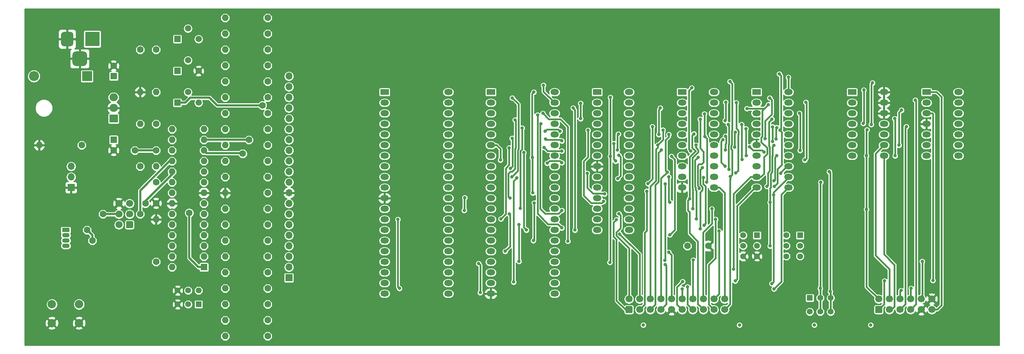
<source format=gbl>
G04 #@! TF.GenerationSoftware,KiCad,Pcbnew,(5.1.9)-1*
G04 #@! TF.CreationDate,2021-04-09T12:03:21+02:00*
G04 #@! TF.ProjectId,Yet Another AVR Fusebit Rescuer,59657420-416e-46f7-9468-657220415652,V1.1*
G04 #@! TF.SameCoordinates,Original*
G04 #@! TF.FileFunction,Copper,L2,Bot*
G04 #@! TF.FilePolarity,Positive*
%FSLAX46Y46*%
G04 Gerber Fmt 4.6, Leading zero omitted, Abs format (unit mm)*
G04 Created by KiCad (PCBNEW (5.1.9)-1) date 2021-04-09 12:03:21*
%MOMM*%
%LPD*%
G01*
G04 APERTURE LIST*
G04 #@! TA.AperFunction,ComponentPad*
%ADD10O,2.000000X1.440000*%
G04 #@! TD*
G04 #@! TA.AperFunction,ComponentPad*
%ADD11R,2.000000X1.440000*%
G04 #@! TD*
G04 #@! TA.AperFunction,ComponentPad*
%ADD12C,1.700000*%
G04 #@! TD*
G04 #@! TA.AperFunction,ComponentPad*
%ADD13O,2.400000X2.400000*%
G04 #@! TD*
G04 #@! TA.AperFunction,ComponentPad*
%ADD14R,2.400000X2.400000*%
G04 #@! TD*
G04 #@! TA.AperFunction,ComponentPad*
%ADD15C,1.400000*%
G04 #@! TD*
G04 #@! TA.AperFunction,ComponentPad*
%ADD16R,1.400000X1.400000*%
G04 #@! TD*
G04 #@! TA.AperFunction,ComponentPad*
%ADD17O,1.700000X1.700000*%
G04 #@! TD*
G04 #@! TA.AperFunction,ComponentPad*
%ADD18R,1.700000X1.700000*%
G04 #@! TD*
G04 #@! TA.AperFunction,ComponentPad*
%ADD19O,1.600000X1.600000*%
G04 #@! TD*
G04 #@! TA.AperFunction,ComponentPad*
%ADD20C,1.600000*%
G04 #@! TD*
G04 #@! TA.AperFunction,ComponentPad*
%ADD21R,1.500000X1.500000*%
G04 #@! TD*
G04 #@! TA.AperFunction,ComponentPad*
%ADD22C,1.500000*%
G04 #@! TD*
G04 #@! TA.AperFunction,ComponentPad*
%ADD23O,1.800000X1.070000*%
G04 #@! TD*
G04 #@! TA.AperFunction,ComponentPad*
%ADD24R,1.800000X1.070000*%
G04 #@! TD*
G04 #@! TA.AperFunction,ComponentPad*
%ADD25C,2.000000*%
G04 #@! TD*
G04 #@! TA.AperFunction,ComponentPad*
%ADD26O,2.000000X1.905000*%
G04 #@! TD*
G04 #@! TA.AperFunction,ComponentPad*
%ADD27R,2.000000X1.905000*%
G04 #@! TD*
G04 #@! TA.AperFunction,ComponentPad*
%ADD28R,3.500000X3.500000*%
G04 #@! TD*
G04 #@! TA.AperFunction,ComponentPad*
%ADD29R,1.600000X1.600000*%
G04 #@! TD*
G04 #@! TA.AperFunction,ViaPad*
%ADD30C,0.800000*%
G04 #@! TD*
G04 #@! TA.AperFunction,ViaPad*
%ADD31C,1.600000*%
G04 #@! TD*
G04 #@! TA.AperFunction,Conductor*
%ADD32C,0.500000*%
G04 #@! TD*
G04 #@! TA.AperFunction,Conductor*
%ADD33C,0.420000*%
G04 #@! TD*
G04 #@! TA.AperFunction,Conductor*
%ADD34C,0.254000*%
G04 #@! TD*
G04 #@! TA.AperFunction,Conductor*
%ADD35C,0.100000*%
G04 #@! TD*
G04 APERTURE END LIST*
D10*
X179070000Y-102870000D03*
X171450000Y-102870000D03*
X179070000Y-100330000D03*
X171450000Y-100330000D03*
X179070000Y-97790000D03*
X171450000Y-97790000D03*
X179070000Y-95250000D03*
X171450000Y-95250000D03*
X179070000Y-92710000D03*
X171450000Y-92710000D03*
X179070000Y-90170000D03*
X171450000Y-90170000D03*
X179070000Y-87630000D03*
X171450000Y-87630000D03*
X179070000Y-85090000D03*
X171450000Y-85090000D03*
X179070000Y-82550000D03*
X171450000Y-82550000D03*
X179070000Y-80010000D03*
X171450000Y-80010000D03*
X179070000Y-77470000D03*
X171450000Y-77470000D03*
X179070000Y-74930000D03*
X171450000Y-74930000D03*
X179070000Y-72390000D03*
X171450000Y-72390000D03*
X179070000Y-69850000D03*
D11*
X171450000Y-69850000D03*
D12*
X57150000Y-96520000D03*
X57150000Y-99060000D03*
X57150000Y-101600000D03*
X59690000Y-96520000D03*
X59690000Y-99060000D03*
G04 #@! TA.AperFunction,ComponentPad*
G36*
G01*
X60540000Y-101000000D02*
X60540000Y-102200000D01*
G75*
G02*
X60290000Y-102450000I-250000J0D01*
G01*
X59090000Y-102450000D01*
G75*
G02*
X58840000Y-102200000I0J250000D01*
G01*
X58840000Y-101000000D01*
G75*
G02*
X59090000Y-100750000I250000J0D01*
G01*
X60290000Y-100750000D01*
G75*
G02*
X60540000Y-101000000I0J-250000D01*
G01*
G37*
G04 #@! TD.AperFunction*
D13*
X36830000Y-66040000D03*
D14*
X49530000Y-66040000D03*
D12*
X251460000Y-119380000D03*
X248920000Y-119380000D03*
X246380000Y-119380000D03*
X243840000Y-119380000D03*
X241300000Y-119380000D03*
X238760000Y-119380000D03*
X251460000Y-121920000D03*
X248920000Y-121920000D03*
X246380000Y-121920000D03*
X243840000Y-121920000D03*
X241300000Y-121920000D03*
G04 #@! TA.AperFunction,ComponentPad*
G36*
G01*
X239360000Y-122770000D02*
X238160000Y-122770000D01*
G75*
G02*
X237910000Y-122520000I0J250000D01*
G01*
X237910000Y-121320000D01*
G75*
G02*
X238160000Y-121070000I250000J0D01*
G01*
X239360000Y-121070000D01*
G75*
G02*
X239610000Y-121320000I0J-250000D01*
G01*
X239610000Y-122520000D01*
G75*
G02*
X239360000Y-122770000I-250000J0D01*
G01*
G37*
G04 #@! TD.AperFunction*
X201930000Y-119380000D03*
X199390000Y-119380000D03*
X196850000Y-119380000D03*
X194310000Y-119380000D03*
X191770000Y-119380000D03*
X189230000Y-119380000D03*
X186690000Y-119380000D03*
X184150000Y-119380000D03*
X181610000Y-119380000D03*
X179070000Y-119380000D03*
X201930000Y-121920000D03*
X199390000Y-121920000D03*
X196850000Y-121920000D03*
X194310000Y-121920000D03*
X191770000Y-121920000D03*
X189230000Y-121920000D03*
X186690000Y-121920000D03*
X184150000Y-121920000D03*
X181610000Y-121920000D03*
G04 #@! TA.AperFunction,ComponentPad*
G36*
G01*
X179670000Y-122770000D02*
X178470000Y-122770000D01*
G75*
G02*
X178220000Y-122520000I0J250000D01*
G01*
X178220000Y-121320000D01*
G75*
G02*
X178470000Y-121070000I250000J0D01*
G01*
X179670000Y-121070000D01*
G75*
G02*
X179920000Y-121320000I0J-250000D01*
G01*
X179920000Y-122520000D01*
G75*
G02*
X179670000Y-122770000I-250000J0D01*
G01*
G37*
G04 #@! TD.AperFunction*
D10*
X257810000Y-85090000D03*
X250190000Y-85090000D03*
X257810000Y-82550000D03*
X250190000Y-82550000D03*
X257810000Y-80010000D03*
X250190000Y-80010000D03*
X257810000Y-77470000D03*
X250190000Y-77470000D03*
X257810000Y-74930000D03*
X250190000Y-74930000D03*
X257810000Y-72390000D03*
X250190000Y-72390000D03*
X257810000Y-69850000D03*
D11*
X250190000Y-69850000D03*
D10*
X240030000Y-85090000D03*
X232410000Y-85090000D03*
X240030000Y-82550000D03*
X232410000Y-82550000D03*
X240030000Y-80010000D03*
X232410000Y-80010000D03*
X240030000Y-77470000D03*
X232410000Y-77470000D03*
X240030000Y-74930000D03*
X232410000Y-74930000D03*
X240030000Y-72390000D03*
X232410000Y-72390000D03*
X240030000Y-69850000D03*
D11*
X232410000Y-69850000D03*
D10*
X217170000Y-92710000D03*
X209550000Y-92710000D03*
X217170000Y-90170000D03*
X209550000Y-90170000D03*
X217170000Y-87630000D03*
X209550000Y-87630000D03*
X217170000Y-85090000D03*
X209550000Y-85090000D03*
X217170000Y-82550000D03*
X209550000Y-82550000D03*
X217170000Y-80010000D03*
X209550000Y-80010000D03*
X217170000Y-77470000D03*
X209550000Y-77470000D03*
X217170000Y-74930000D03*
X209550000Y-74930000D03*
X217170000Y-72390000D03*
X209550000Y-72390000D03*
X217170000Y-69850000D03*
D11*
X209550000Y-69850000D03*
D10*
X199390000Y-92710000D03*
X191770000Y-92710000D03*
X199390000Y-90170000D03*
X191770000Y-90170000D03*
X199390000Y-87630000D03*
X191770000Y-87630000D03*
X199390000Y-85090000D03*
X191770000Y-85090000D03*
X199390000Y-82550000D03*
X191770000Y-82550000D03*
X199390000Y-80010000D03*
X191770000Y-80010000D03*
X199390000Y-77470000D03*
X191770000Y-77470000D03*
X199390000Y-74930000D03*
X191770000Y-74930000D03*
X199390000Y-72390000D03*
X191770000Y-72390000D03*
X199390000Y-69850000D03*
D11*
X191770000Y-69850000D03*
D15*
X227290000Y-122426000D03*
X224790000Y-122426000D03*
X222290000Y-122426000D03*
X227290000Y-119126000D03*
X224790000Y-119126000D03*
D16*
X222290000Y-119126000D03*
D10*
X161290000Y-118110000D03*
X146050000Y-118110000D03*
X161290000Y-115570000D03*
X146050000Y-115570000D03*
X161290000Y-113030000D03*
X146050000Y-113030000D03*
X161290000Y-110490000D03*
X146050000Y-110490000D03*
X161290000Y-107950000D03*
X146050000Y-107950000D03*
X161290000Y-105410000D03*
X146050000Y-105410000D03*
X161290000Y-102870000D03*
X146050000Y-102870000D03*
X161290000Y-100330000D03*
X146050000Y-100330000D03*
X161290000Y-97790000D03*
X146050000Y-97790000D03*
X161290000Y-95250000D03*
X146050000Y-95250000D03*
X161290000Y-92710000D03*
X146050000Y-92710000D03*
X161290000Y-90170000D03*
X146050000Y-90170000D03*
X161290000Y-87630000D03*
X146050000Y-87630000D03*
X161290000Y-85090000D03*
X146050000Y-85090000D03*
X161290000Y-82550000D03*
X146050000Y-82550000D03*
X161290000Y-80010000D03*
X146050000Y-80010000D03*
X161290000Y-77470000D03*
X146050000Y-77470000D03*
X161290000Y-74930000D03*
X146050000Y-74930000D03*
X161290000Y-72390000D03*
X146050000Y-72390000D03*
X161290000Y-69850000D03*
D11*
X146050000Y-69850000D03*
D10*
X135890000Y-118110000D03*
X120650000Y-118110000D03*
X135890000Y-115570000D03*
X120650000Y-115570000D03*
X135890000Y-113030000D03*
X120650000Y-113030000D03*
X135890000Y-110490000D03*
X120650000Y-110490000D03*
X135890000Y-107950000D03*
X120650000Y-107950000D03*
X135890000Y-105410000D03*
X120650000Y-105410000D03*
X135890000Y-102870000D03*
X120650000Y-102870000D03*
X135890000Y-100330000D03*
X120650000Y-100330000D03*
X135890000Y-97790000D03*
X120650000Y-97790000D03*
X135890000Y-95250000D03*
X120650000Y-95250000D03*
X135890000Y-92710000D03*
X120650000Y-92710000D03*
X135890000Y-90170000D03*
X120650000Y-90170000D03*
X135890000Y-87630000D03*
X120650000Y-87630000D03*
X135890000Y-85090000D03*
X120650000Y-85090000D03*
X135890000Y-82550000D03*
X120650000Y-82550000D03*
X135890000Y-80010000D03*
X120650000Y-80010000D03*
X135890000Y-77470000D03*
X120650000Y-77470000D03*
X135890000Y-74930000D03*
X120650000Y-74930000D03*
X135890000Y-72390000D03*
X120650000Y-72390000D03*
X135890000Y-69850000D03*
D11*
X120650000Y-69850000D03*
D15*
X206377000Y-109140000D03*
X206377000Y-106640000D03*
X206377000Y-104140000D03*
X209677000Y-109140000D03*
X209677000Y-106640000D03*
D16*
X209677000Y-104140000D03*
D15*
X216664000Y-109140000D03*
X216664000Y-106640000D03*
X216664000Y-104140000D03*
X219964000Y-109140000D03*
X219964000Y-106640000D03*
D16*
X219964000Y-104140000D03*
D15*
X71200000Y-117350000D03*
X73700000Y-117350000D03*
X76200000Y-117350000D03*
X71200000Y-120650000D03*
X73700000Y-120650000D03*
D16*
X76200000Y-120650000D03*
D17*
X45720000Y-87630000D03*
X45720000Y-90170000D03*
D18*
X45720000Y-92710000D03*
D19*
X82550000Y-93980000D03*
D20*
X92710000Y-93980000D03*
D19*
X62230000Y-69850000D03*
D20*
X62230000Y-59690000D03*
D19*
X82550000Y-90170000D03*
D20*
X92710000Y-90170000D03*
D19*
X66040000Y-69850000D03*
D20*
X66040000Y-59690000D03*
D19*
X62230000Y-77470000D03*
D20*
X62230000Y-87630000D03*
D21*
X71120000Y-72390000D03*
D22*
X76200000Y-72390000D03*
X73660000Y-69850000D03*
D21*
X71120000Y-64770000D03*
D22*
X76200000Y-64770000D03*
X73660000Y-62230000D03*
D21*
X71120000Y-57150000D03*
D22*
X76200000Y-57150000D03*
X73660000Y-54610000D03*
D17*
X97790000Y-66040000D03*
X97790000Y-68580000D03*
X97790000Y-71120000D03*
X97790000Y-73660000D03*
X97790000Y-76200000D03*
X97790000Y-78740000D03*
X97790000Y-81280000D03*
X97790000Y-83820000D03*
X97790000Y-86360000D03*
X97790000Y-88900000D03*
X97790000Y-91440000D03*
X97790000Y-93980000D03*
X97790000Y-96520000D03*
X97790000Y-99060000D03*
X97790000Y-101600000D03*
X97790000Y-104140000D03*
X97790000Y-106680000D03*
X97790000Y-109220000D03*
X97790000Y-111760000D03*
D18*
X97790000Y-114300000D03*
D20*
X198040000Y-106680000D03*
X193040000Y-106680000D03*
D19*
X38100000Y-82550000D03*
D20*
X48260000Y-82550000D03*
D19*
X82550000Y-78740000D03*
D20*
X92710000Y-78740000D03*
D19*
X82550000Y-74930000D03*
D20*
X92710000Y-74930000D03*
D19*
X82550000Y-71120000D03*
D20*
X92710000Y-71120000D03*
D19*
X82550000Y-67310000D03*
D20*
X92710000Y-67310000D03*
D19*
X82550000Y-63500000D03*
D20*
X92710000Y-63500000D03*
D19*
X82550000Y-59690000D03*
D20*
X92710000Y-59690000D03*
D19*
X82550000Y-55880000D03*
D20*
X92710000Y-55880000D03*
D19*
X82550000Y-109220000D03*
D20*
X92710000Y-109220000D03*
D19*
X82550000Y-97790000D03*
D20*
X92710000Y-97790000D03*
D19*
X82550000Y-105410000D03*
D20*
X92710000Y-105410000D03*
D19*
X82550000Y-86360000D03*
D20*
X92710000Y-86360000D03*
D19*
X82550000Y-82550000D03*
D20*
X92710000Y-82550000D03*
D19*
X82550000Y-124460000D03*
D20*
X92710000Y-124460000D03*
D19*
X82550000Y-120650000D03*
D20*
X92710000Y-120650000D03*
D19*
X82550000Y-116840000D03*
D20*
X92710000Y-116840000D03*
D19*
X82550000Y-113030000D03*
D20*
X92710000Y-113030000D03*
D19*
X82550000Y-101600000D03*
D20*
X92710000Y-101600000D03*
D19*
X66040000Y-87630000D03*
D20*
X66040000Y-77470000D03*
D19*
X66040000Y-100330000D03*
D20*
X66040000Y-110490000D03*
D19*
X82550000Y-52070000D03*
D20*
X92710000Y-52070000D03*
D23*
X44450000Y-106680000D03*
X44450000Y-105410000D03*
X44450000Y-104140000D03*
D24*
X44450000Y-102870000D03*
D19*
X82550000Y-128270000D03*
D20*
X92710000Y-128270000D03*
D25*
X47625000Y-120650000D03*
X47625000Y-125150000D03*
X41125000Y-120650000D03*
X41125000Y-125150000D03*
D20*
X66040000Y-96440000D03*
X66040000Y-91440000D03*
D26*
X55880000Y-71120000D03*
X55880000Y-73660000D03*
D27*
X55880000Y-76200000D03*
G04 #@! TA.AperFunction,ComponentPad*
G36*
G01*
X46050000Y-62725000D02*
X46050000Y-60975000D01*
G75*
G02*
X46925000Y-60100000I875000J0D01*
G01*
X48675000Y-60100000D01*
G75*
G02*
X49550000Y-60975000I0J-875000D01*
G01*
X49550000Y-62725000D01*
G75*
G02*
X48675000Y-63600000I-875000J0D01*
G01*
X46925000Y-63600000D01*
G75*
G02*
X46050000Y-62725000I0J875000D01*
G01*
G37*
G04 #@! TD.AperFunction*
G04 #@! TA.AperFunction,ComponentPad*
G36*
G01*
X43300000Y-58150000D02*
X43300000Y-56150000D01*
G75*
G02*
X44050000Y-55400000I750000J0D01*
G01*
X45550000Y-55400000D01*
G75*
G02*
X46300000Y-56150000I0J-750000D01*
G01*
X46300000Y-58150000D01*
G75*
G02*
X45550000Y-58900000I-750000J0D01*
G01*
X44050000Y-58900000D01*
G75*
G02*
X43300000Y-58150000I0J750000D01*
G01*
G37*
G04 #@! TD.AperFunction*
D28*
X50800000Y-57150000D03*
D20*
X55880000Y-63540000D03*
D29*
X55880000Y-66040000D03*
D20*
X55880000Y-83780000D03*
D29*
X55880000Y-81280000D03*
D19*
X69850000Y-111760000D03*
X77470000Y-78740000D03*
X69850000Y-109220000D03*
X77470000Y-81280000D03*
X69850000Y-106680000D03*
X77470000Y-83820000D03*
X69850000Y-104140000D03*
X77470000Y-86360000D03*
X69850000Y-101600000D03*
X77470000Y-88900000D03*
X69850000Y-99060000D03*
X77470000Y-91440000D03*
X69850000Y-96520000D03*
X77470000Y-93980000D03*
X69850000Y-93980000D03*
X77470000Y-96520000D03*
X69850000Y-91440000D03*
X77470000Y-99060000D03*
X69850000Y-88900000D03*
X77470000Y-101600000D03*
X69850000Y-86360000D03*
X77470000Y-104140000D03*
X69850000Y-83820000D03*
X77470000Y-106680000D03*
X69850000Y-81280000D03*
X77470000Y-109220000D03*
X69850000Y-78740000D03*
D29*
X77470000Y-111760000D03*
D30*
X191643000Y-109474000D03*
X190881000Y-105283000D03*
X197993000Y-109601000D03*
X201041000Y-101219000D03*
X199263000Y-94615000D03*
X181356000Y-96520000D03*
X167259000Y-85979000D03*
X208661000Y-95377000D03*
X205994000Y-100838000D03*
X210439000Y-100965000D03*
X216408000Y-100838000D03*
X221361000Y-100965000D03*
X190373000Y-111887000D03*
X193040000Y-111887000D03*
X206375000Y-113792000D03*
X175006000Y-114427000D03*
X177927000Y-114300000D03*
X177800000Y-108077000D03*
X172974000Y-107569000D03*
X146812000Y-57912000D03*
X170561000Y-57658000D03*
X200660000Y-57785000D03*
X217551000Y-57658000D03*
X235458000Y-58039000D03*
X252095000Y-58420000D03*
X134747000Y-58547000D03*
X101854000Y-57150000D03*
X115951000Y-57531000D03*
X103378000Y-125349000D03*
X117094000Y-125222000D03*
X138557000Y-125730000D03*
X159004000Y-125730000D03*
X169672000Y-125857000D03*
X253111000Y-126238000D03*
X263906000Y-126873000D03*
X262255000Y-113538000D03*
X263398000Y-96139000D03*
X263652000Y-80772000D03*
X263017000Y-72898000D03*
X262636000Y-64135000D03*
X227330000Y-63373000D03*
X179832000Y-62611000D03*
X108077000Y-62103000D03*
X133731000Y-95250000D03*
X85979000Y-119761000D03*
X90932000Y-118999000D03*
X81280000Y-126365000D03*
X49657000Y-99568000D03*
X48006000Y-94615000D03*
X38862000Y-98298000D03*
X38354000Y-109093000D03*
X48768000Y-85344000D03*
X41783000Y-85471000D03*
X39878000Y-77470000D03*
X40132000Y-70358000D03*
X58166000Y-69469000D03*
X58039000Y-75565000D03*
X59436000Y-87757000D03*
X58547000Y-93980000D03*
X73660000Y-91186000D03*
X75946000Y-76581000D03*
X68199000Y-73914000D03*
X68580000Y-67691000D03*
X59309000Y-56642000D03*
X65913000Y-56007000D03*
X54483000Y-52070000D03*
X40132000Y-55753000D03*
X36703000Y-51435000D03*
X54102000Y-57277000D03*
X61976000Y-64516000D03*
X76327000Y-68072000D03*
X88011000Y-94107000D03*
X85217000Y-75057000D03*
X85344000Y-67056000D03*
X88519000Y-52197000D03*
X66294000Y-125730000D03*
X63119000Y-127508000D03*
X39116000Y-116078000D03*
X38608000Y-123571000D03*
X49403000Y-123444000D03*
X50165000Y-116713000D03*
X57150000Y-113157000D03*
X160655000Y-58039000D03*
X137795000Y-115443000D03*
X137668000Y-112649000D03*
X222758000Y-74422000D03*
X219456000Y-90170000D03*
X219583000Y-87630000D03*
X219202000Y-84963000D03*
X219075000Y-82423000D03*
D31*
X73950001Y-98769999D03*
X88219979Y-81280000D03*
X86741000Y-84582000D03*
X66040000Y-83820000D03*
X53340000Y-99060000D03*
X60960000Y-83820000D03*
X62230000Y-99060000D03*
X63500000Y-96520012D03*
X50800000Y-105410000D03*
X49530000Y-102870000D03*
D30*
X240155736Y-115062000D03*
X251714000Y-114935000D03*
X152798620Y-110363000D03*
X152798620Y-101600000D03*
X182499000Y-125603000D03*
X205486000Y-125603000D03*
X223393000Y-125603000D03*
X236855000Y-125603000D03*
X143510000Y-117856000D03*
X143129000Y-110871000D03*
X176100990Y-100405650D03*
X197104000Y-75057000D03*
X158798010Y-83122001D03*
X197231000Y-80469990D03*
X213233000Y-115697000D03*
X193040000Y-116459000D03*
X213632999Y-94469001D03*
X197611997Y-91440003D03*
X163019990Y-83947000D03*
X186563000Y-73660000D03*
X186182000Y-80010000D03*
X159130998Y-81101698D03*
X151130000Y-80899000D03*
X213741000Y-116967000D03*
X191770000Y-116967000D03*
X202184000Y-72263000D03*
X213233000Y-76327000D03*
X202057000Y-76659990D03*
X212027001Y-92403654D03*
X150758428Y-88059902D03*
X163019990Y-81534000D03*
X227203000Y-117602000D03*
X244094000Y-117348000D03*
X153543000Y-78437990D03*
X187198002Y-78915010D03*
X185928000Y-82550000D03*
X226949000Y-88900000D03*
X202056992Y-87630000D03*
X201515979Y-81280000D03*
X153113990Y-97662999D03*
X123824998Y-100330002D03*
X124206000Y-116840000D03*
X151511000Y-115316000D03*
X188214000Y-89027000D03*
X188595000Y-80010000D03*
X246507000Y-116840000D03*
X224790000Y-116840000D03*
X207136998Y-85090000D03*
X224917000Y-91440000D03*
X207010000Y-78613000D03*
X213774021Y-91059000D03*
X214376000Y-85011010D03*
X152273000Y-90424000D03*
X236982000Y-77597000D03*
X237263585Y-67649113D03*
X148462998Y-100203000D03*
X176276000Y-83693000D03*
X176530000Y-79883000D03*
X194056000Y-68834000D03*
X186817000Y-83693000D03*
X193869057Y-83960783D03*
X150443956Y-83185000D03*
X245364000Y-78105000D03*
X158623000Y-68199000D03*
X167513000Y-76200000D03*
X196088001Y-76327001D03*
X167513008Y-72517000D03*
X195840986Y-92890144D03*
X165735004Y-73660000D03*
X203327000Y-90043000D03*
X203200000Y-67310000D03*
X217170000Y-66294000D03*
X166164010Y-102870000D03*
X197025010Y-101727000D03*
X196928990Y-90299981D03*
X221107000Y-86106000D03*
X221361000Y-72263000D03*
X158496000Y-74930000D03*
X196632563Y-87890349D03*
X200581010Y-103124000D03*
X196088000Y-102616000D03*
X164465000Y-105537000D03*
X219964000Y-83820000D03*
X219836998Y-74930002D03*
X157226000Y-75311002D03*
X195199000Y-100203000D03*
X199770998Y-100329998D03*
X195580000Y-85471000D03*
X163019990Y-102362000D03*
X158036010Y-77470000D03*
X195072000Y-82550000D03*
X198882000Y-97790000D03*
X194309999Y-97790001D03*
X213408010Y-78155955D03*
X213402692Y-81626671D03*
X163019990Y-98171008D03*
X172974000Y-96012000D03*
X169291000Y-78994000D03*
X162602707Y-79180783D03*
X159003998Y-79247998D03*
X193548002Y-95377000D03*
X194612538Y-79849979D03*
X211328000Y-84201000D03*
X207899000Y-82931000D03*
X204343000Y-83058000D03*
X204470000Y-79502000D03*
X173228000Y-94234000D03*
X159512000Y-86868000D03*
X184658000Y-78105000D03*
X183614026Y-91719446D03*
X187706004Y-91821000D03*
X202819000Y-77597000D03*
X202946000Y-88392000D03*
X215380054Y-89271524D03*
X148336000Y-86106000D03*
X163019990Y-86741000D03*
X169085010Y-89281000D03*
X187628739Y-110127977D03*
X194437000Y-110060990D03*
D31*
X91437207Y-73025000D03*
D30*
X156337000Y-69850000D03*
X212725000Y-71247000D03*
X174625000Y-85217000D03*
X174625000Y-71120000D03*
X249174000Y-110363000D03*
X155956000Y-85471000D03*
X156083000Y-93980001D03*
X211588219Y-80989407D03*
X174498000Y-110617000D03*
X188595000Y-108204000D03*
X235204000Y-69342000D03*
X235077000Y-77343000D03*
X151194764Y-71247000D03*
X215010998Y-65483990D03*
X204470000Y-115062000D03*
X191897000Y-115189000D03*
X215171713Y-78952293D03*
X213789010Y-92450980D03*
X151051010Y-90170000D03*
X139700000Y-98171000D03*
X139827000Y-95123000D03*
X188595000Y-90170000D03*
X188849000Y-96266000D03*
X212803990Y-106680000D03*
X212803990Y-96266010D03*
X213746847Y-82565597D03*
X176657000Y-84963000D03*
X189230000Y-85217000D03*
X202135990Y-80391000D03*
X202102978Y-83693000D03*
X188849000Y-104013000D03*
X176399588Y-90551884D03*
X207264000Y-73787000D03*
X247523000Y-71755000D03*
X212408765Y-72833237D03*
X151843988Y-76502010D03*
X204089000Y-112268000D03*
X150622000Y-95250000D03*
X187706000Y-111125000D03*
X243634010Y-82548736D03*
X244221000Y-74168000D03*
X154558998Y-102870000D03*
X175895000Y-86360000D03*
X175435010Y-82169000D03*
X205993998Y-77597000D03*
X206121000Y-86009988D03*
X214393823Y-78323872D03*
X214259384Y-81110819D03*
X153924000Y-84328000D03*
X176846236Y-103821236D03*
X242697000Y-85090000D03*
X204724000Y-72390000D03*
X156415990Y-96379992D03*
X183339990Y-93571131D03*
X204609995Y-89202010D03*
X242570000Y-76200000D03*
X156210000Y-105410000D03*
X235838999Y-85090001D03*
X235966000Y-78867000D03*
X149478999Y-107950000D03*
X235838999Y-97917000D03*
X150495000Y-99060000D03*
X176657000Y-98933000D03*
D32*
X76170000Y-111760000D02*
X73950001Y-109540001D01*
X73950001Y-109540001D02*
X73950001Y-98769999D01*
X77470000Y-111760000D02*
X76170000Y-111760000D01*
X77470000Y-81280000D02*
X88219979Y-81280000D01*
X86614000Y-84455000D02*
X86741000Y-84582000D01*
X78105000Y-84455000D02*
X86614000Y-84455000D01*
X77470000Y-83820000D02*
X78105000Y-84455000D01*
X53340000Y-99060000D02*
X57150000Y-99060000D01*
X66040000Y-83820000D02*
X60960000Y-83820000D01*
X69269998Y-86360000D02*
X62230000Y-93399998D01*
X69850000Y-86360000D02*
X69269998Y-86360000D01*
X62230000Y-93399998D02*
X62230000Y-99060000D01*
X63500000Y-95918637D02*
X63500000Y-96520012D01*
X69850000Y-88900000D02*
X69850000Y-89568637D01*
X69850000Y-89568637D02*
X63500000Y-95918637D01*
X50800000Y-104140000D02*
X49530000Y-102870000D01*
X50800000Y-105410000D02*
X50800000Y-104140000D01*
D33*
X240030000Y-120650000D02*
X240030000Y-115187736D01*
X238760000Y-121920000D02*
X240030000Y-120650000D01*
X240030000Y-115187736D02*
X240155736Y-115062000D01*
X250190000Y-74930000D02*
X251610000Y-74930000D01*
X251610000Y-74930000D02*
X251714000Y-75034000D01*
X251714000Y-75034000D02*
X251714000Y-114935000D01*
X152798620Y-109797315D02*
X152798620Y-101600000D01*
X152798620Y-110363000D02*
X152798620Y-109797315D01*
X143510000Y-117856000D02*
X143510000Y-111252000D01*
X143510000Y-111252000D02*
X143129000Y-110871000D01*
X179070000Y-121920000D02*
X178220000Y-121920000D01*
X176100990Y-119800990D02*
X176100990Y-105151621D01*
X175416223Y-101090417D02*
X176100990Y-100405650D01*
X175416223Y-104466854D02*
X175416223Y-101090417D01*
X176100990Y-105151621D02*
X175416223Y-104466854D01*
X178220000Y-121920000D02*
X176100990Y-119800990D01*
X197104000Y-80342990D02*
X197231000Y-80469990D01*
X197104000Y-75057000D02*
X197104000Y-80342990D01*
X194310000Y-121920000D02*
X193049999Y-120659999D01*
X193049999Y-120659999D02*
X193049999Y-116468999D01*
X193049999Y-116468999D02*
X193040000Y-116459000D01*
X217170000Y-90283294D02*
X213632999Y-93820295D01*
X217170000Y-90170000D02*
X217170000Y-90283294D01*
X213632999Y-115297001D02*
X213233000Y-115697000D01*
X213632999Y-94469001D02*
X213632999Y-115297001D01*
X213632999Y-93820295D02*
X213632999Y-94469001D01*
X197739001Y-80977991D02*
X197739001Y-91312999D01*
X197231000Y-80469990D02*
X197739001Y-80977991D01*
X197739001Y-91312999D02*
X197611997Y-91440003D01*
X159623009Y-83947000D02*
X163019990Y-83947000D01*
X158798010Y-83122001D02*
X159623009Y-83947000D01*
X186182000Y-74041000D02*
X186182000Y-80010000D01*
X186563000Y-73660000D02*
X186182000Y-74041000D01*
X215504011Y-115203989D02*
X214140999Y-116567001D01*
X215504011Y-94375989D02*
X215504011Y-115203989D01*
X217170000Y-92710000D02*
X215504011Y-94375989D01*
X214140999Y-116567001D02*
X213741000Y-116967000D01*
X191770000Y-119380000D02*
X191770000Y-116967000D01*
X202184000Y-76532990D02*
X202057000Y-76659990D01*
X202184000Y-72263000D02*
X202184000Y-76532990D01*
X151253966Y-87564364D02*
X150758428Y-88059902D01*
X151130000Y-80899000D02*
X151253966Y-81022966D01*
X151253966Y-81022966D02*
X151253966Y-87564364D01*
X159290301Y-81261001D02*
X162746991Y-81261001D01*
X159130998Y-81101698D02*
X159290301Y-81261001D01*
X162746991Y-81261001D02*
X163019990Y-81534000D01*
X212583011Y-82789010D02*
X212758012Y-82964011D01*
X212710011Y-88715603D02*
X212265001Y-89160613D01*
X212758012Y-84846617D02*
X212710011Y-84894618D01*
X213233000Y-76327000D02*
X212583011Y-76976989D01*
X212758012Y-82964011D02*
X212758012Y-84846617D01*
X212583011Y-76976989D02*
X212583011Y-82789010D01*
X212265001Y-92165654D02*
X212027001Y-92403654D01*
X212265001Y-89160613D02*
X212265001Y-92165654D01*
X212710011Y-84894618D02*
X212710011Y-88715603D01*
X227290000Y-119126000D02*
X227290000Y-122426000D01*
X227290000Y-117689000D02*
X227203000Y-117602000D01*
X227290000Y-119126000D02*
X227290000Y-117689000D01*
X243840000Y-119380000D02*
X243840000Y-117602000D01*
X243840000Y-117602000D02*
X244094000Y-117348000D01*
X187198002Y-81279998D02*
X185928000Y-82550000D01*
X187198002Y-78915010D02*
X187198002Y-81279998D01*
X185528976Y-91045566D02*
X185528976Y-83514709D01*
X185928000Y-83115685D02*
X185928000Y-82550000D01*
X184150000Y-119380000D02*
X184150000Y-92424542D01*
X185528976Y-83514709D02*
X185928000Y-83115685D01*
X184150000Y-92424542D02*
X185528976Y-91045566D01*
X227203000Y-89154000D02*
X226949000Y-88900000D01*
X227203000Y-117602000D02*
X227203000Y-89154000D01*
X202056992Y-87630000D02*
X201115980Y-86688988D01*
X201115980Y-86688988D02*
X201115980Y-81679999D01*
X201115980Y-81679999D02*
X201515979Y-81280000D01*
X153543000Y-78437990D02*
X153543000Y-83517999D01*
X153543000Y-83517999D02*
X153113990Y-83947009D01*
X153113990Y-83947009D02*
X153113990Y-97662999D01*
X123824998Y-116458998D02*
X124206000Y-116840000D01*
X123824998Y-100330002D02*
X123824998Y-116458998D01*
X224790000Y-122426000D02*
X224790000Y-119126000D01*
X246380000Y-116967000D02*
X246507000Y-116840000D01*
X246380000Y-119380000D02*
X246380000Y-116967000D01*
X224790000Y-116840000D02*
X224790000Y-119126000D01*
X186768998Y-91559198D02*
X186768998Y-90472002D01*
X186768998Y-90472002D02*
X188214000Y-89027000D01*
X186690000Y-91638196D02*
X186768998Y-91559198D01*
X186690000Y-119380000D02*
X186690000Y-91638196D01*
X188214000Y-89027000D02*
X187814001Y-88627001D01*
X187814001Y-88627001D02*
X187814001Y-81356684D01*
X187814001Y-81356684D02*
X188595000Y-80575685D01*
X188595000Y-80575685D02*
X188595000Y-80010000D01*
X224790000Y-91567000D02*
X224917000Y-91440000D01*
X224790000Y-116840000D02*
X224790000Y-91567000D01*
X207010000Y-84963002D02*
X207136998Y-85090000D01*
X207010000Y-78613000D02*
X207010000Y-84963002D01*
X213774021Y-91059000D02*
X213950033Y-90882988D01*
X213950033Y-85436977D02*
X214376000Y-85011010D01*
X213950033Y-90882988D02*
X213950033Y-85436977D01*
X151511000Y-91186000D02*
X152273000Y-90424000D01*
X151511000Y-115316000D02*
X151511000Y-91186000D01*
X236982000Y-67930698D02*
X237263585Y-67649113D01*
X236982000Y-77597000D02*
X236982000Y-67930698D01*
X176276000Y-83693000D02*
X176276000Y-80137000D01*
X176276000Y-80137000D02*
X176530000Y-79883000D01*
X186148987Y-84361013D02*
X186417001Y-84092999D01*
X186148987Y-91302382D02*
X186148987Y-84361013D01*
X185410001Y-120659999D02*
X185410001Y-92041368D01*
X186417001Y-84092999D02*
X186817000Y-83693000D01*
X185410001Y-92041368D02*
X186148987Y-91302382D01*
X184150000Y-121920000D02*
X185410001Y-120659999D01*
X193402001Y-83493727D02*
X193869057Y-83960783D01*
X194056000Y-68834000D02*
X193402001Y-69487999D01*
X193402001Y-69487999D02*
X193402001Y-83493727D01*
X150443956Y-87228846D02*
X150443956Y-83185000D01*
X149606000Y-88066802D02*
X150443956Y-87228846D01*
X149606000Y-99059998D02*
X149606000Y-88066802D01*
X148462998Y-100203000D02*
X149606000Y-99059998D01*
X245109996Y-78359004D02*
X245364000Y-78105000D01*
X245109996Y-120650004D02*
X245109996Y-78359004D01*
X243840000Y-121920000D02*
X245109996Y-120650004D01*
X158623000Y-69723000D02*
X161290000Y-72390000D01*
X158623000Y-68199000D02*
X158623000Y-69723000D01*
X167513000Y-76200000D02*
X167513000Y-72517008D01*
X167513000Y-72517008D02*
X167513008Y-72517000D01*
X195498977Y-92279433D02*
X195840986Y-92621442D01*
X196922698Y-84115242D02*
X196922698Y-86669812D01*
X195840986Y-92621442D02*
X195840986Y-92890144D01*
X196501498Y-87091012D02*
X195792781Y-87091012D01*
X196088001Y-76327001D02*
X196088001Y-83280545D01*
X195792781Y-87091012D02*
X195498977Y-87384816D01*
X195498977Y-87384816D02*
X195498977Y-92279433D01*
X196088001Y-83280545D02*
X196922698Y-84115242D01*
X196922698Y-86669812D02*
X196501498Y-87091012D01*
X200660000Y-92710000D02*
X199390000Y-92710000D01*
X201930000Y-93980000D02*
X200660000Y-92710000D01*
X201930000Y-119380000D02*
X201930000Y-93980000D01*
X217170000Y-66294000D02*
X217170000Y-69850000D01*
X165735004Y-73660000D02*
X166164010Y-74089006D01*
X166164010Y-74089006D02*
X166164010Y-102870000D01*
X203327000Y-90608685D02*
X203327000Y-90043000D01*
X203278998Y-90656687D02*
X203327000Y-90608685D01*
X203278998Y-120571002D02*
X203278998Y-90656687D01*
X201930000Y-121920000D02*
X203278998Y-120571002D01*
X197425009Y-92451817D02*
X196801996Y-91828804D01*
X197425009Y-101327001D02*
X197425009Y-92451817D01*
X197025010Y-101727000D02*
X197425009Y-101327001D01*
X196801996Y-90426975D02*
X196928990Y-90299981D01*
X196801996Y-91828804D02*
X196801996Y-90426975D01*
X203726999Y-67836999D02*
X203599999Y-67709999D01*
X203726999Y-79046197D02*
X203726999Y-67836999D01*
X203756002Y-89613998D02*
X203756002Y-83669804D01*
X203659998Y-79113198D02*
X203726999Y-79046197D01*
X203659998Y-82542200D02*
X203659998Y-79113198D01*
X203532999Y-83446801D02*
X203532999Y-82669199D01*
X203756002Y-83669804D02*
X203532999Y-83446801D01*
X203327000Y-90043000D02*
X203756002Y-89613998D01*
X203532999Y-82669199D02*
X203659998Y-82542200D01*
X203599999Y-67709999D02*
X203200000Y-67310000D01*
X221107000Y-86106000D02*
X221506999Y-85706001D01*
X221506999Y-85706001D02*
X221506999Y-72408999D01*
X221506999Y-72408999D02*
X221361000Y-72263000D01*
X200581010Y-118188990D02*
X200581010Y-103124000D01*
X199390000Y-119380000D02*
X200581010Y-118188990D01*
X196118988Y-92022619D02*
X196673931Y-92577562D01*
X196088000Y-93841934D02*
X196088000Y-102616000D01*
X196673931Y-92577562D02*
X196673931Y-93256003D01*
X196673931Y-93256003D02*
X196088000Y-93841934D01*
X196632563Y-87890349D02*
X196118988Y-88403924D01*
X196118988Y-88403924D02*
X196118988Y-92022619D01*
X158496000Y-74930000D02*
X159893000Y-76327000D01*
X159893000Y-76327000D02*
X162687000Y-76327000D01*
X162687000Y-76327000D02*
X164465000Y-78105000D01*
X164465000Y-78105000D02*
X164465000Y-105537000D01*
X219964000Y-83820000D02*
X219964000Y-75057004D01*
X219964000Y-75057004D02*
X219836998Y-74930002D01*
X199771000Y-100330000D02*
X199770998Y-100329998D01*
X199771000Y-109601000D02*
X199771000Y-100330000D01*
X198129999Y-111242001D02*
X199771000Y-109601000D01*
X198129999Y-120659999D02*
X198129999Y-111242001D01*
X199390000Y-121920000D02*
X198129999Y-120659999D01*
X195199000Y-93446962D02*
X195030984Y-93278946D01*
X195199000Y-100203000D02*
X195199000Y-93446962D01*
X195030984Y-93278946D02*
X195030984Y-92688267D01*
X194878966Y-86172034D02*
X195580000Y-85471000D01*
X194878966Y-92536249D02*
X194878966Y-86172034D01*
X195030984Y-92688267D02*
X194878966Y-92536249D01*
X162118000Y-101460010D02*
X163019990Y-102362000D01*
X159753010Y-101460010D02*
X162118000Y-101460010D01*
X157226000Y-98933000D02*
X159753010Y-101460010D01*
X157226000Y-75311002D02*
X157226000Y-98933000D01*
X198882000Y-101346000D02*
X198882000Y-97790000D01*
X196829999Y-103398001D02*
X198882000Y-101346000D01*
X196829999Y-119359999D02*
X196829999Y-103398001D01*
X196850000Y-119380000D02*
X196829999Y-119359999D01*
X213408010Y-81621353D02*
X213402692Y-81626671D01*
X213408010Y-78155955D02*
X213408010Y-81621353D01*
X194385956Y-92920066D02*
X194385956Y-97714044D01*
X195613012Y-83682383D02*
X195613012Y-84239184D01*
X194258955Y-92793065D02*
X194385956Y-92920066D01*
X194258955Y-85593241D02*
X194258955Y-92793065D01*
X195613012Y-84239184D02*
X194258955Y-85593241D01*
X195072000Y-83141371D02*
X195613012Y-83682383D01*
X194385956Y-97714044D02*
X194309999Y-97790001D01*
X195072000Y-82550000D02*
X195072000Y-83141371D01*
X162238999Y-98951999D02*
X163019990Y-98171008D01*
X157846011Y-97775011D02*
X159022999Y-98951999D01*
X158036010Y-77470000D02*
X157846011Y-77659999D01*
X159022999Y-98951999D02*
X162238999Y-98951999D01*
X157846011Y-77659999D02*
X157846011Y-97775011D01*
X162202708Y-78780784D02*
X159471212Y-78780784D01*
X162602707Y-79180783D02*
X162202708Y-78780784D01*
X159471212Y-78780784D02*
X159003998Y-79247998D01*
X193548002Y-103632002D02*
X195570001Y-105654001D01*
X193548002Y-95377000D02*
X193148003Y-95776999D01*
X195570001Y-120640001D02*
X196000001Y-121070001D01*
X196000001Y-121070001D02*
X196850000Y-121920000D01*
X193148003Y-95776999D02*
X193148003Y-98194169D01*
X193148003Y-98194169D02*
X193548002Y-98594168D01*
X193548002Y-98594168D02*
X193548002Y-103632002D01*
X195570001Y-105654001D02*
X195570001Y-120640001D01*
X193548002Y-95377000D02*
X193548002Y-85427367D01*
X193548002Y-85427367D02*
X194993001Y-83982368D01*
X194212539Y-83158737D02*
X194212539Y-80249978D01*
X194993001Y-83982368D02*
X194993001Y-83939199D01*
X194212539Y-80249978D02*
X194612538Y-79849979D01*
X194993001Y-83939199D02*
X194212539Y-83158737D01*
X208769001Y-83801001D02*
X207899000Y-82931000D01*
X210928001Y-83801001D02*
X208769001Y-83801001D01*
X211328000Y-84201000D02*
X210928001Y-83801001D01*
X204343000Y-79629000D02*
X204470000Y-79502000D01*
X204343000Y-83058000D02*
X204343000Y-79629000D01*
X169291000Y-85367188D02*
X169291000Y-78994000D01*
X172574001Y-96411999D02*
X170071999Y-96411999D01*
X172974000Y-96012000D02*
X172574001Y-96411999D01*
X168275000Y-94615000D02*
X168275000Y-86383188D01*
X170071999Y-96411999D02*
X168275000Y-94615000D01*
X168275000Y-86383188D02*
X169291000Y-85367188D01*
X184658000Y-90675472D02*
X183614026Y-91719446D01*
X184658000Y-78105000D02*
X184658000Y-90675472D01*
X217170000Y-87630000D02*
X216890000Y-87630000D01*
X216890000Y-87630000D02*
X215380054Y-89139946D01*
X215380054Y-89139946D02*
X215380054Y-89271524D01*
X202819000Y-77597000D02*
X202946000Y-77724000D01*
X202912988Y-82412383D02*
X202912988Y-88358988D01*
X202946000Y-77724000D02*
X202946000Y-82379371D01*
X202912988Y-88358988D02*
X202946000Y-88392000D01*
X202946000Y-82379371D02*
X202912988Y-82412383D01*
X146050000Y-82550000D02*
X147470000Y-82550000D01*
X147470000Y-82550000D02*
X148336000Y-83416000D01*
X148336000Y-83416000D02*
X148336000Y-86106000D01*
X162619991Y-86341001D02*
X163019990Y-86741000D01*
X160038999Y-86341001D02*
X162619991Y-86341001D01*
X159512000Y-86868000D02*
X160038999Y-86341001D01*
X173228000Y-94234000D02*
X173113990Y-94119990D01*
X173113990Y-94119990D02*
X170446990Y-94119990D01*
X170446990Y-94119990D02*
X169085010Y-92758010D01*
X169085010Y-92758010D02*
X169085010Y-89281000D01*
X187706004Y-91821000D02*
X187706004Y-110050712D01*
X187706004Y-110050712D02*
X187628739Y-110127977D01*
X194310000Y-110187990D02*
X194437000Y-110060990D01*
X194310000Y-119380000D02*
X194310000Y-110187990D01*
D32*
X80645000Y-73025000D02*
X91437207Y-73025000D01*
X78809999Y-71189999D02*
X80645000Y-73025000D01*
X74225001Y-71189999D02*
X78809999Y-71189999D01*
X73025000Y-72390000D02*
X74225001Y-71189999D01*
X71120000Y-72390000D02*
X73025000Y-72390000D01*
D33*
X174625000Y-71501000D02*
X174625000Y-71120000D01*
X174625000Y-85217000D02*
X174625000Y-71501000D01*
X249174000Y-119126000D02*
X248920000Y-119380000D01*
X249174000Y-110363000D02*
X249174000Y-119126000D01*
X156337000Y-69850000D02*
X155937001Y-70249999D01*
X155937001Y-85452001D02*
X155956000Y-85471000D01*
X155937001Y-70249999D02*
X155937001Y-85452001D01*
X155956000Y-85471000D02*
X155956000Y-93853001D01*
X155956000Y-93853001D02*
X156083000Y-93980001D01*
X213218766Y-75142432D02*
X211588219Y-76772979D01*
X212725000Y-71247000D02*
X213218766Y-71740766D01*
X213218766Y-71740766D02*
X213218766Y-75142432D01*
X211588219Y-76772979D02*
X211588219Y-80989407D01*
X174625000Y-110490000D02*
X174498000Y-110617000D01*
X174625000Y-106553000D02*
X174625000Y-110490000D01*
X174625000Y-85217000D02*
X174625000Y-106553000D01*
X189230000Y-119380000D02*
X189230000Y-108839000D01*
X189230000Y-108839000D02*
X188595000Y-108204000D01*
X235204000Y-77216000D02*
X235077000Y-77343000D01*
X235204000Y-69342000D02*
X235204000Y-77216000D01*
X252603000Y-69850000D02*
X250190000Y-69850000D01*
X253746000Y-70993000D02*
X252603000Y-69850000D01*
X253746000Y-120904000D02*
X253746000Y-70993000D01*
X252730000Y-121920000D02*
X253746000Y-120904000D01*
X251460000Y-121920000D02*
X252730000Y-121920000D01*
X190509999Y-116576001D02*
X191897000Y-115189000D01*
X190509999Y-120659999D02*
X190509999Y-116576001D01*
X191770000Y-121920000D02*
X190509999Y-120659999D01*
X209550000Y-92710000D02*
X209270000Y-92710000D01*
X209270000Y-92710000D02*
X204899002Y-97080998D01*
X204899002Y-114632998D02*
X204470000Y-115062000D01*
X204899002Y-97080998D02*
X204899002Y-114632998D01*
X215410997Y-65883989D02*
X215410997Y-78713009D01*
X215410997Y-78713009D02*
X215171713Y-78952293D01*
X215010998Y-65483990D02*
X215410997Y-65883989D01*
X214584022Y-91655968D02*
X213789010Y-92450980D01*
X215171713Y-78952293D02*
X215571712Y-79352292D01*
X215571712Y-79352292D02*
X215571712Y-87286769D01*
X214570044Y-90656221D02*
X214584022Y-90670199D01*
X214570044Y-88288437D02*
X214570044Y-90656221D01*
X214584022Y-90670199D02*
X214584022Y-91655968D01*
X215571712Y-87286769D02*
X214570044Y-88288437D01*
X151194764Y-71247000D02*
X152672024Y-72724260D01*
X152672024Y-83504347D02*
X152493988Y-83682383D01*
X152493988Y-88727022D02*
X151051010Y-90170000D01*
X152672024Y-72724260D02*
X152672024Y-83504347D01*
X152493988Y-83682383D02*
X152493988Y-88727022D01*
X139700000Y-95250000D02*
X139827000Y-95123000D01*
X139700000Y-98171000D02*
X139700000Y-95250000D01*
X188595000Y-96012000D02*
X188849000Y-96266000D01*
X188595000Y-90170000D02*
X188595000Y-96012000D01*
X212803990Y-96831695D02*
X212803990Y-106680000D01*
X212803990Y-96266010D02*
X212803990Y-96831695D01*
X212803990Y-92844810D02*
X212964011Y-92684789D01*
X213378023Y-82934421D02*
X213746847Y-82565597D01*
X212964011Y-92684789D02*
X212964011Y-89338430D01*
X212964011Y-89338430D02*
X213330022Y-88972419D01*
X213330022Y-88972419D02*
X213330022Y-85151434D01*
X213330022Y-85151434D02*
X213378023Y-85103433D01*
X213378023Y-85103433D02*
X213378023Y-82934421D01*
X212803990Y-96266010D02*
X212803990Y-92844810D01*
X202102978Y-82345566D02*
X202102978Y-83693000D01*
X202325989Y-82122555D02*
X202102978Y-82345566D01*
X202325989Y-80580999D02*
X202325989Y-82122555D01*
X202135990Y-80391000D02*
X202325989Y-80580999D01*
X190010999Y-102851001D02*
X188849000Y-104013000D01*
X190010999Y-85997999D02*
X190010999Y-102851001D01*
X189230000Y-85217000D02*
X190010999Y-85997999D01*
X177056999Y-89894473D02*
X176399588Y-90551884D01*
X177056999Y-85362999D02*
X177056999Y-89894473D01*
X176657000Y-84963000D02*
X177056999Y-85362999D01*
X247650000Y-120650000D02*
X247650000Y-71882000D01*
X246380000Y-121920000D02*
X247650000Y-120650000D01*
X247650000Y-71882000D02*
X247523000Y-71755000D01*
X211455002Y-73787000D02*
X212408765Y-72833237D01*
X207264000Y-73787000D02*
X211455002Y-73787000D01*
X209550000Y-90170000D02*
X208130000Y-90170000D01*
X208130000Y-90170000D02*
X204089000Y-94211000D01*
X204089000Y-94211000D02*
X204089000Y-112268000D01*
X150241000Y-94869000D02*
X150622000Y-95250000D01*
X150241000Y-89352198D02*
X150241000Y-94869000D01*
X152000977Y-83298567D02*
X151873977Y-83425567D01*
X151873977Y-88143157D02*
X151147230Y-88869904D01*
X151873977Y-83425567D02*
X151873977Y-88143157D01*
X151843988Y-76502010D02*
X152000977Y-76658999D01*
X150723294Y-88869904D02*
X150241000Y-89352198D01*
X152000977Y-76658999D02*
X152000977Y-83298567D01*
X151147230Y-88869904D02*
X150723294Y-88869904D01*
X187960000Y-111379000D02*
X187706000Y-111125000D01*
X187960000Y-120650000D02*
X187960000Y-111379000D01*
X186690000Y-121920000D02*
X187960000Y-120650000D01*
X210566000Y-90170000D02*
X209550000Y-90170000D01*
X211328000Y-89408000D02*
X210566000Y-90170000D01*
X211328000Y-85399802D02*
X211328000Y-89408000D01*
X212138001Y-83220827D02*
X212138001Y-84589801D01*
X210723986Y-81806812D02*
X212138001Y-83220827D01*
X210723986Y-80714089D02*
X210723986Y-81806812D01*
X212138001Y-84589801D02*
X211328000Y-85399802D01*
X210960010Y-80478065D02*
X210723986Y-80714089D01*
X210960010Y-74281992D02*
X210960010Y-80478065D01*
X212408765Y-72833237D02*
X210960010Y-74281992D01*
X241300000Y-119380000D02*
X241300000Y-112268000D01*
X241300000Y-112268000D02*
X237998000Y-108966000D01*
X237998000Y-84582000D02*
X240030000Y-82550000D01*
X237998000Y-108966000D02*
X237998000Y-84582000D01*
X243634010Y-82548736D02*
X243634010Y-74754990D01*
X243634010Y-74754990D02*
X244221000Y-74168000D01*
X175895000Y-86360000D02*
X175435010Y-85900010D01*
X175435010Y-85900010D02*
X175435010Y-82169000D01*
X205993998Y-85882986D02*
X206121000Y-86009988D01*
X205993998Y-77597000D02*
X205993998Y-85882986D01*
X214259384Y-78458311D02*
X214259384Y-81110819D01*
X214393823Y-78323872D02*
X214259384Y-78458311D01*
X153924000Y-102235002D02*
X153924000Y-84328000D01*
X154558998Y-102870000D02*
X153924000Y-102235002D01*
X181610000Y-108585000D02*
X176846236Y-103821236D01*
X181610000Y-119380000D02*
X181610000Y-108585000D01*
X241808000Y-121920000D02*
X241300000Y-121920000D01*
X242560001Y-121167999D02*
X241808000Y-121920000D01*
X242560001Y-111242001D02*
X242560001Y-121167999D01*
X240030000Y-108712000D02*
X242560001Y-111242001D01*
X240030000Y-85090000D02*
X240030000Y-108712000D01*
X182870001Y-103488074D02*
X183339990Y-103018085D01*
X181610000Y-121920000D02*
X182870001Y-120659999D01*
X183339990Y-103018085D02*
X183339990Y-93571131D01*
X182870001Y-120659999D02*
X182870001Y-103488074D01*
X204724000Y-72390000D02*
X204724000Y-78557196D01*
X205153001Y-88659004D02*
X205009994Y-88802011D01*
X204724000Y-78557196D02*
X205280002Y-79113198D01*
X205280002Y-79113198D02*
X205280002Y-79890802D01*
X205009994Y-88802011D02*
X204609995Y-89202010D01*
X205153001Y-80017803D02*
X205153001Y-88659004D01*
X205280002Y-79890802D02*
X205153001Y-80017803D01*
X242697000Y-76327000D02*
X242570000Y-76200000D01*
X242697000Y-85090000D02*
X242697000Y-76327000D01*
X156415990Y-96379992D02*
X156415990Y-105204010D01*
X156415990Y-105204010D02*
X156210000Y-105410000D01*
X235838999Y-85090001D02*
X235838999Y-78994001D01*
X235838999Y-78994001D02*
X235966000Y-78867000D01*
X235838999Y-85090001D02*
X235838999Y-97917000D01*
X238760000Y-119380000D02*
X235838999Y-116458999D01*
X235838999Y-116458999D02*
X235838999Y-97917000D01*
X150622000Y-99187000D02*
X150495000Y-99060000D01*
X150622000Y-106806999D02*
X150622000Y-99187000D01*
X149478999Y-107950000D02*
X150622000Y-106806999D01*
X179070000Y-119380000D02*
X179070000Y-107243804D01*
X179070000Y-107243804D02*
X176036234Y-104210038D01*
X176036234Y-104210038D02*
X176036234Y-103432434D01*
X177056999Y-102411669D02*
X177056999Y-99332999D01*
X177056999Y-99332999D02*
X176657000Y-98933000D01*
X176036234Y-103432434D02*
X177056999Y-102411669D01*
D34*
X267564000Y-130404000D02*
X34696000Y-130404000D01*
X34696000Y-128153682D01*
X81369000Y-128153682D01*
X81369000Y-128386318D01*
X81414386Y-128614485D01*
X81503412Y-128829413D01*
X81632658Y-129022843D01*
X81797157Y-129187342D01*
X81990587Y-129316588D01*
X82205515Y-129405614D01*
X82433682Y-129451000D01*
X82666318Y-129451000D01*
X82894485Y-129405614D01*
X83109413Y-129316588D01*
X83302843Y-129187342D01*
X83467342Y-129022843D01*
X83596588Y-128829413D01*
X83685614Y-128614485D01*
X83731000Y-128386318D01*
X83731000Y-128153682D01*
X91529000Y-128153682D01*
X91529000Y-128386318D01*
X91574386Y-128614485D01*
X91663412Y-128829413D01*
X91792658Y-129022843D01*
X91957157Y-129187342D01*
X92150587Y-129316588D01*
X92365515Y-129405614D01*
X92593682Y-129451000D01*
X92826318Y-129451000D01*
X93054485Y-129405614D01*
X93269413Y-129316588D01*
X93462843Y-129187342D01*
X93627342Y-129022843D01*
X93756588Y-128829413D01*
X93845614Y-128614485D01*
X93891000Y-128386318D01*
X93891000Y-128153682D01*
X93845614Y-127925515D01*
X93756588Y-127710587D01*
X93627342Y-127517157D01*
X93462843Y-127352658D01*
X93269413Y-127223412D01*
X93054485Y-127134386D01*
X92826318Y-127089000D01*
X92593682Y-127089000D01*
X92365515Y-127134386D01*
X92150587Y-127223412D01*
X91957157Y-127352658D01*
X91792658Y-127517157D01*
X91663412Y-127710587D01*
X91574386Y-127925515D01*
X91529000Y-128153682D01*
X83731000Y-128153682D01*
X83685614Y-127925515D01*
X83596588Y-127710587D01*
X83467342Y-127517157D01*
X83302843Y-127352658D01*
X83109413Y-127223412D01*
X82894485Y-127134386D01*
X82666318Y-127089000D01*
X82433682Y-127089000D01*
X82205515Y-127134386D01*
X81990587Y-127223412D01*
X81797157Y-127352658D01*
X81632658Y-127517157D01*
X81503412Y-127710587D01*
X81414386Y-127925515D01*
X81369000Y-128153682D01*
X34696000Y-128153682D01*
X34696000Y-126285413D01*
X40169192Y-126285413D01*
X40264956Y-126549814D01*
X40554571Y-126690704D01*
X40866108Y-126772384D01*
X41187595Y-126791718D01*
X41506675Y-126747961D01*
X41811088Y-126642795D01*
X41985044Y-126549814D01*
X42080808Y-126285413D01*
X46669192Y-126285413D01*
X46764956Y-126549814D01*
X47054571Y-126690704D01*
X47366108Y-126772384D01*
X47687595Y-126791718D01*
X48006675Y-126747961D01*
X48311088Y-126642795D01*
X48485044Y-126549814D01*
X48580808Y-126285413D01*
X47625000Y-125329605D01*
X46669192Y-126285413D01*
X42080808Y-126285413D01*
X41125000Y-125329605D01*
X40169192Y-126285413D01*
X34696000Y-126285413D01*
X34696000Y-125212595D01*
X39483282Y-125212595D01*
X39527039Y-125531675D01*
X39632205Y-125836088D01*
X39725186Y-126010044D01*
X39989587Y-126105808D01*
X40945395Y-125150000D01*
X41304605Y-125150000D01*
X42260413Y-126105808D01*
X42524814Y-126010044D01*
X42665704Y-125720429D01*
X42747384Y-125408892D01*
X42759189Y-125212595D01*
X45983282Y-125212595D01*
X46027039Y-125531675D01*
X46132205Y-125836088D01*
X46225186Y-126010044D01*
X46489587Y-126105808D01*
X47445395Y-125150000D01*
X47804605Y-125150000D01*
X48760413Y-126105808D01*
X49024814Y-126010044D01*
X49165704Y-125720429D01*
X49247384Y-125408892D01*
X49266718Y-125087405D01*
X49222961Y-124768325D01*
X49117795Y-124463912D01*
X49053532Y-124343682D01*
X81369000Y-124343682D01*
X81369000Y-124576318D01*
X81414386Y-124804485D01*
X81503412Y-125019413D01*
X81632658Y-125212843D01*
X81797157Y-125377342D01*
X81990587Y-125506588D01*
X82205515Y-125595614D01*
X82433682Y-125641000D01*
X82666318Y-125641000D01*
X82894485Y-125595614D01*
X83109413Y-125506588D01*
X83302843Y-125377342D01*
X83467342Y-125212843D01*
X83596588Y-125019413D01*
X83685614Y-124804485D01*
X83731000Y-124576318D01*
X83731000Y-124343682D01*
X91529000Y-124343682D01*
X91529000Y-124576318D01*
X91574386Y-124804485D01*
X91663412Y-125019413D01*
X91792658Y-125212843D01*
X91957157Y-125377342D01*
X92150587Y-125506588D01*
X92365515Y-125595614D01*
X92593682Y-125641000D01*
X92826318Y-125641000D01*
X93054485Y-125595614D01*
X93222359Y-125526078D01*
X181718000Y-125526078D01*
X181718000Y-125679922D01*
X181748013Y-125830809D01*
X181806887Y-125972942D01*
X181892358Y-126100859D01*
X182001141Y-126209642D01*
X182129058Y-126295113D01*
X182271191Y-126353987D01*
X182422078Y-126384000D01*
X182575922Y-126384000D01*
X182726809Y-126353987D01*
X182868942Y-126295113D01*
X182996859Y-126209642D01*
X183105642Y-126100859D01*
X183191113Y-125972942D01*
X183249987Y-125830809D01*
X183280000Y-125679922D01*
X183280000Y-125526078D01*
X204705000Y-125526078D01*
X204705000Y-125679922D01*
X204735013Y-125830809D01*
X204793887Y-125972942D01*
X204879358Y-126100859D01*
X204988141Y-126209642D01*
X205116058Y-126295113D01*
X205258191Y-126353987D01*
X205409078Y-126384000D01*
X205562922Y-126384000D01*
X205713809Y-126353987D01*
X205855942Y-126295113D01*
X205983859Y-126209642D01*
X206092642Y-126100859D01*
X206178113Y-125972942D01*
X206236987Y-125830809D01*
X206267000Y-125679922D01*
X206267000Y-125526078D01*
X222612000Y-125526078D01*
X222612000Y-125679922D01*
X222642013Y-125830809D01*
X222700887Y-125972942D01*
X222786358Y-126100859D01*
X222895141Y-126209642D01*
X223023058Y-126295113D01*
X223165191Y-126353987D01*
X223316078Y-126384000D01*
X223469922Y-126384000D01*
X223620809Y-126353987D01*
X223762942Y-126295113D01*
X223890859Y-126209642D01*
X223999642Y-126100859D01*
X224085113Y-125972942D01*
X224143987Y-125830809D01*
X224174000Y-125679922D01*
X224174000Y-125526078D01*
X236074000Y-125526078D01*
X236074000Y-125679922D01*
X236104013Y-125830809D01*
X236162887Y-125972942D01*
X236248358Y-126100859D01*
X236357141Y-126209642D01*
X236485058Y-126295113D01*
X236627191Y-126353987D01*
X236778078Y-126384000D01*
X236931922Y-126384000D01*
X237082809Y-126353987D01*
X237224942Y-126295113D01*
X237352859Y-126209642D01*
X237461642Y-126100859D01*
X237547113Y-125972942D01*
X237605987Y-125830809D01*
X237636000Y-125679922D01*
X237636000Y-125526078D01*
X237605987Y-125375191D01*
X237547113Y-125233058D01*
X237461642Y-125105141D01*
X237352859Y-124996358D01*
X237224942Y-124910887D01*
X237082809Y-124852013D01*
X236931922Y-124822000D01*
X236778078Y-124822000D01*
X236627191Y-124852013D01*
X236485058Y-124910887D01*
X236357141Y-124996358D01*
X236248358Y-125105141D01*
X236162887Y-125233058D01*
X236104013Y-125375191D01*
X236074000Y-125526078D01*
X224174000Y-125526078D01*
X224143987Y-125375191D01*
X224085113Y-125233058D01*
X223999642Y-125105141D01*
X223890859Y-124996358D01*
X223762942Y-124910887D01*
X223620809Y-124852013D01*
X223469922Y-124822000D01*
X223316078Y-124822000D01*
X223165191Y-124852013D01*
X223023058Y-124910887D01*
X222895141Y-124996358D01*
X222786358Y-125105141D01*
X222700887Y-125233058D01*
X222642013Y-125375191D01*
X222612000Y-125526078D01*
X206267000Y-125526078D01*
X206236987Y-125375191D01*
X206178113Y-125233058D01*
X206092642Y-125105141D01*
X205983859Y-124996358D01*
X205855942Y-124910887D01*
X205713809Y-124852013D01*
X205562922Y-124822000D01*
X205409078Y-124822000D01*
X205258191Y-124852013D01*
X205116058Y-124910887D01*
X204988141Y-124996358D01*
X204879358Y-125105141D01*
X204793887Y-125233058D01*
X204735013Y-125375191D01*
X204705000Y-125526078D01*
X183280000Y-125526078D01*
X183249987Y-125375191D01*
X183191113Y-125233058D01*
X183105642Y-125105141D01*
X182996859Y-124996358D01*
X182868942Y-124910887D01*
X182726809Y-124852013D01*
X182575922Y-124822000D01*
X182422078Y-124822000D01*
X182271191Y-124852013D01*
X182129058Y-124910887D01*
X182001141Y-124996358D01*
X181892358Y-125105141D01*
X181806887Y-125233058D01*
X181748013Y-125375191D01*
X181718000Y-125526078D01*
X93222359Y-125526078D01*
X93269413Y-125506588D01*
X93462843Y-125377342D01*
X93627342Y-125212843D01*
X93756588Y-125019413D01*
X93845614Y-124804485D01*
X93891000Y-124576318D01*
X93891000Y-124343682D01*
X93845614Y-124115515D01*
X93756588Y-123900587D01*
X93627342Y-123707157D01*
X93462843Y-123542658D01*
X93269413Y-123413412D01*
X93054485Y-123324386D01*
X92826318Y-123279000D01*
X92593682Y-123279000D01*
X92365515Y-123324386D01*
X92150587Y-123413412D01*
X91957157Y-123542658D01*
X91792658Y-123707157D01*
X91663412Y-123900587D01*
X91574386Y-124115515D01*
X91529000Y-124343682D01*
X83731000Y-124343682D01*
X83685614Y-124115515D01*
X83596588Y-123900587D01*
X83467342Y-123707157D01*
X83302843Y-123542658D01*
X83109413Y-123413412D01*
X82894485Y-123324386D01*
X82666318Y-123279000D01*
X82433682Y-123279000D01*
X82205515Y-123324386D01*
X81990587Y-123413412D01*
X81797157Y-123542658D01*
X81632658Y-123707157D01*
X81503412Y-123900587D01*
X81414386Y-124115515D01*
X81369000Y-124343682D01*
X49053532Y-124343682D01*
X49024814Y-124289956D01*
X48760413Y-124194192D01*
X47804605Y-125150000D01*
X47445395Y-125150000D01*
X46489587Y-124194192D01*
X46225186Y-124289956D01*
X46084296Y-124579571D01*
X46002616Y-124891108D01*
X45983282Y-125212595D01*
X42759189Y-125212595D01*
X42766718Y-125087405D01*
X42722961Y-124768325D01*
X42617795Y-124463912D01*
X42524814Y-124289956D01*
X42260413Y-124194192D01*
X41304605Y-125150000D01*
X40945395Y-125150000D01*
X39989587Y-124194192D01*
X39725186Y-124289956D01*
X39584296Y-124579571D01*
X39502616Y-124891108D01*
X39483282Y-125212595D01*
X34696000Y-125212595D01*
X34696000Y-124014587D01*
X40169192Y-124014587D01*
X41125000Y-124970395D01*
X42080808Y-124014587D01*
X46669192Y-124014587D01*
X47625000Y-124970395D01*
X48580808Y-124014587D01*
X48485044Y-123750186D01*
X48195429Y-123609296D01*
X47883892Y-123527616D01*
X47562405Y-123508282D01*
X47243325Y-123552039D01*
X46938912Y-123657205D01*
X46764956Y-123750186D01*
X46669192Y-124014587D01*
X42080808Y-124014587D01*
X41985044Y-123750186D01*
X41695429Y-123609296D01*
X41383892Y-123527616D01*
X41062405Y-123508282D01*
X40743325Y-123552039D01*
X40438912Y-123657205D01*
X40264956Y-123750186D01*
X40169192Y-124014587D01*
X34696000Y-124014587D01*
X34696000Y-120513983D01*
X39744000Y-120513983D01*
X39744000Y-120786017D01*
X39797071Y-121052823D01*
X39901174Y-121304149D01*
X40052307Y-121530336D01*
X40244664Y-121722693D01*
X40470851Y-121873826D01*
X40722177Y-121977929D01*
X40988983Y-122031000D01*
X41261017Y-122031000D01*
X41527823Y-121977929D01*
X41779149Y-121873826D01*
X42005336Y-121722693D01*
X42197693Y-121530336D01*
X42348826Y-121304149D01*
X42452929Y-121052823D01*
X42506000Y-120786017D01*
X42506000Y-120513983D01*
X46244000Y-120513983D01*
X46244000Y-120786017D01*
X46297071Y-121052823D01*
X46401174Y-121304149D01*
X46552307Y-121530336D01*
X46744664Y-121722693D01*
X46970851Y-121873826D01*
X47222177Y-121977929D01*
X47488983Y-122031000D01*
X47761017Y-122031000D01*
X48027823Y-121977929D01*
X48279149Y-121873826D01*
X48505336Y-121722693D01*
X48656760Y-121571269D01*
X70458336Y-121571269D01*
X70517797Y-121805037D01*
X70756242Y-121915934D01*
X71011740Y-121978183D01*
X71274473Y-121989390D01*
X71534344Y-121949125D01*
X71781366Y-121858935D01*
X71882203Y-121805037D01*
X71941664Y-121571269D01*
X71200000Y-120829605D01*
X70458336Y-121571269D01*
X48656760Y-121571269D01*
X48697693Y-121530336D01*
X48848826Y-121304149D01*
X48952929Y-121052823D01*
X49006000Y-120786017D01*
X49006000Y-120724473D01*
X69860610Y-120724473D01*
X69900875Y-120984344D01*
X69991065Y-121231366D01*
X70044963Y-121332203D01*
X70278731Y-121391664D01*
X71020395Y-120650000D01*
X71379605Y-120650000D01*
X72121269Y-121391664D01*
X72355037Y-121332203D01*
X72465934Y-121093758D01*
X72528183Y-120838260D01*
X72539390Y-120575527D01*
X72534433Y-120543531D01*
X72619000Y-120543531D01*
X72619000Y-120756469D01*
X72660543Y-120965316D01*
X72742031Y-121162045D01*
X72860333Y-121339097D01*
X73010903Y-121489667D01*
X73187955Y-121607969D01*
X73384684Y-121689457D01*
X73593531Y-121731000D01*
X73806469Y-121731000D01*
X74015316Y-121689457D01*
X74212045Y-121607969D01*
X74389097Y-121489667D01*
X74539667Y-121339097D01*
X74657969Y-121162045D01*
X74739457Y-120965316D01*
X74781000Y-120756469D01*
X74781000Y-120543531D01*
X74739457Y-120334684D01*
X74657969Y-120137955D01*
X74539667Y-119960903D01*
X74528764Y-119950000D01*
X75117157Y-119950000D01*
X75117157Y-121350000D01*
X75124513Y-121424689D01*
X75146299Y-121496508D01*
X75181678Y-121562696D01*
X75229289Y-121620711D01*
X75287304Y-121668322D01*
X75353492Y-121703701D01*
X75425311Y-121725487D01*
X75500000Y-121732843D01*
X76900000Y-121732843D01*
X76974689Y-121725487D01*
X77046508Y-121703701D01*
X77112696Y-121668322D01*
X77170711Y-121620711D01*
X77218322Y-121562696D01*
X77253701Y-121496508D01*
X77275487Y-121424689D01*
X77282843Y-121350000D01*
X77282843Y-120533682D01*
X81369000Y-120533682D01*
X81369000Y-120766318D01*
X81414386Y-120994485D01*
X81503412Y-121209413D01*
X81632658Y-121402843D01*
X81797157Y-121567342D01*
X81990587Y-121696588D01*
X82205515Y-121785614D01*
X82433682Y-121831000D01*
X82666318Y-121831000D01*
X82894485Y-121785614D01*
X83109413Y-121696588D01*
X83302843Y-121567342D01*
X83467342Y-121402843D01*
X83596588Y-121209413D01*
X83685614Y-120994485D01*
X83731000Y-120766318D01*
X83731000Y-120533682D01*
X91529000Y-120533682D01*
X91529000Y-120766318D01*
X91574386Y-120994485D01*
X91663412Y-121209413D01*
X91792658Y-121402843D01*
X91957157Y-121567342D01*
X92150587Y-121696588D01*
X92365515Y-121785614D01*
X92593682Y-121831000D01*
X92826318Y-121831000D01*
X93054485Y-121785614D01*
X93269413Y-121696588D01*
X93462843Y-121567342D01*
X93627342Y-121402843D01*
X93756588Y-121209413D01*
X93845614Y-120994485D01*
X93891000Y-120766318D01*
X93891000Y-120533682D01*
X93845614Y-120305515D01*
X93756588Y-120090587D01*
X93627342Y-119897157D01*
X93462843Y-119732658D01*
X93269413Y-119603412D01*
X93054485Y-119514386D01*
X92826318Y-119469000D01*
X92593682Y-119469000D01*
X92365515Y-119514386D01*
X92150587Y-119603412D01*
X91957157Y-119732658D01*
X91792658Y-119897157D01*
X91663412Y-120090587D01*
X91574386Y-120305515D01*
X91529000Y-120533682D01*
X83731000Y-120533682D01*
X83685614Y-120305515D01*
X83596588Y-120090587D01*
X83467342Y-119897157D01*
X83302843Y-119732658D01*
X83109413Y-119603412D01*
X82894485Y-119514386D01*
X82666318Y-119469000D01*
X82433682Y-119469000D01*
X82205515Y-119514386D01*
X81990587Y-119603412D01*
X81797157Y-119732658D01*
X81632658Y-119897157D01*
X81503412Y-120090587D01*
X81414386Y-120305515D01*
X81369000Y-120533682D01*
X77282843Y-120533682D01*
X77282843Y-119950000D01*
X77275487Y-119875311D01*
X77253701Y-119803492D01*
X77218322Y-119737304D01*
X77170711Y-119679289D01*
X77112696Y-119631678D01*
X77046508Y-119596299D01*
X76974689Y-119574513D01*
X76900000Y-119567157D01*
X75500000Y-119567157D01*
X75425311Y-119574513D01*
X75353492Y-119596299D01*
X75287304Y-119631678D01*
X75229289Y-119679289D01*
X75181678Y-119737304D01*
X75146299Y-119803492D01*
X75124513Y-119875311D01*
X75117157Y-119950000D01*
X74528764Y-119950000D01*
X74389097Y-119810333D01*
X74212045Y-119692031D01*
X74015316Y-119610543D01*
X73806469Y-119569000D01*
X73593531Y-119569000D01*
X73384684Y-119610543D01*
X73187955Y-119692031D01*
X73010903Y-119810333D01*
X72860333Y-119960903D01*
X72742031Y-120137955D01*
X72660543Y-120334684D01*
X72619000Y-120543531D01*
X72534433Y-120543531D01*
X72499125Y-120315656D01*
X72408935Y-120068634D01*
X72355037Y-119967797D01*
X72121269Y-119908336D01*
X71379605Y-120650000D01*
X71020395Y-120650000D01*
X70278731Y-119908336D01*
X70044963Y-119967797D01*
X69934066Y-120206242D01*
X69871817Y-120461740D01*
X69860610Y-120724473D01*
X49006000Y-120724473D01*
X49006000Y-120513983D01*
X48952929Y-120247177D01*
X48848826Y-119995851D01*
X48697693Y-119769664D01*
X48656760Y-119728731D01*
X70458336Y-119728731D01*
X71200000Y-120470395D01*
X71941664Y-119728731D01*
X71882203Y-119494963D01*
X71643758Y-119384066D01*
X71388260Y-119321817D01*
X71125527Y-119310610D01*
X70865656Y-119350875D01*
X70618634Y-119441065D01*
X70517797Y-119494963D01*
X70458336Y-119728731D01*
X48656760Y-119728731D01*
X48505336Y-119577307D01*
X48279149Y-119426174D01*
X48027823Y-119322071D01*
X47761017Y-119269000D01*
X47488983Y-119269000D01*
X47222177Y-119322071D01*
X46970851Y-119426174D01*
X46744664Y-119577307D01*
X46552307Y-119769664D01*
X46401174Y-119995851D01*
X46297071Y-120247177D01*
X46244000Y-120513983D01*
X42506000Y-120513983D01*
X42452929Y-120247177D01*
X42348826Y-119995851D01*
X42197693Y-119769664D01*
X42005336Y-119577307D01*
X41779149Y-119426174D01*
X41527823Y-119322071D01*
X41261017Y-119269000D01*
X40988983Y-119269000D01*
X40722177Y-119322071D01*
X40470851Y-119426174D01*
X40244664Y-119577307D01*
X40052307Y-119769664D01*
X39901174Y-119995851D01*
X39797071Y-120247177D01*
X39744000Y-120513983D01*
X34696000Y-120513983D01*
X34696000Y-118271269D01*
X70458336Y-118271269D01*
X70517797Y-118505037D01*
X70756242Y-118615934D01*
X71011740Y-118678183D01*
X71274473Y-118689390D01*
X71534344Y-118649125D01*
X71781366Y-118558935D01*
X71882203Y-118505037D01*
X71941664Y-118271269D01*
X71200000Y-117529605D01*
X70458336Y-118271269D01*
X34696000Y-118271269D01*
X34696000Y-117424473D01*
X69860610Y-117424473D01*
X69900875Y-117684344D01*
X69991065Y-117931366D01*
X70044963Y-118032203D01*
X70278731Y-118091664D01*
X71020395Y-117350000D01*
X71379605Y-117350000D01*
X72121269Y-118091664D01*
X72355037Y-118032203D01*
X72465934Y-117793758D01*
X72528183Y-117538260D01*
X72539390Y-117275527D01*
X72534433Y-117243531D01*
X72619000Y-117243531D01*
X72619000Y-117456469D01*
X72660543Y-117665316D01*
X72742031Y-117862045D01*
X72860333Y-118039097D01*
X73010903Y-118189667D01*
X73187955Y-118307969D01*
X73384684Y-118389457D01*
X73593531Y-118431000D01*
X73806469Y-118431000D01*
X74015316Y-118389457D01*
X74212045Y-118307969D01*
X74389097Y-118189667D01*
X74539667Y-118039097D01*
X74657969Y-117862045D01*
X74739457Y-117665316D01*
X74781000Y-117456469D01*
X74781000Y-117243531D01*
X75119000Y-117243531D01*
X75119000Y-117456469D01*
X75160543Y-117665316D01*
X75242031Y-117862045D01*
X75360333Y-118039097D01*
X75510903Y-118189667D01*
X75687955Y-118307969D01*
X75884684Y-118389457D01*
X76093531Y-118431000D01*
X76306469Y-118431000D01*
X76515316Y-118389457D01*
X76712045Y-118307969D01*
X76889097Y-118189667D01*
X76968764Y-118110000D01*
X119263673Y-118110000D01*
X119284931Y-118325834D01*
X119347887Y-118533373D01*
X119450123Y-118724642D01*
X119587709Y-118892291D01*
X119755358Y-119029877D01*
X119946627Y-119132113D01*
X120154166Y-119195069D01*
X120315915Y-119211000D01*
X120984085Y-119211000D01*
X121145834Y-119195069D01*
X121353373Y-119132113D01*
X121544642Y-119029877D01*
X121712291Y-118892291D01*
X121849877Y-118724642D01*
X121952113Y-118533373D01*
X122015069Y-118325834D01*
X122036327Y-118110000D01*
X134503673Y-118110000D01*
X134524931Y-118325834D01*
X134587887Y-118533373D01*
X134690123Y-118724642D01*
X134827709Y-118892291D01*
X134995358Y-119029877D01*
X135186627Y-119132113D01*
X135394166Y-119195069D01*
X135555915Y-119211000D01*
X136224085Y-119211000D01*
X136385834Y-119195069D01*
X136593373Y-119132113D01*
X136784642Y-119029877D01*
X136952291Y-118892291D01*
X137089877Y-118724642D01*
X137192113Y-118533373D01*
X137255069Y-118325834D01*
X137276327Y-118110000D01*
X137255069Y-117894166D01*
X137192113Y-117686627D01*
X137089877Y-117495358D01*
X136952291Y-117327709D01*
X136784642Y-117190123D01*
X136593373Y-117087887D01*
X136385834Y-117024931D01*
X136224085Y-117009000D01*
X135555915Y-117009000D01*
X135394166Y-117024931D01*
X135186627Y-117087887D01*
X134995358Y-117190123D01*
X134827709Y-117327709D01*
X134690123Y-117495358D01*
X134587887Y-117686627D01*
X134524931Y-117894166D01*
X134503673Y-118110000D01*
X122036327Y-118110000D01*
X122015069Y-117894166D01*
X121952113Y-117686627D01*
X121849877Y-117495358D01*
X121712291Y-117327709D01*
X121544642Y-117190123D01*
X121353373Y-117087887D01*
X121145834Y-117024931D01*
X120984085Y-117009000D01*
X120315915Y-117009000D01*
X120154166Y-117024931D01*
X119946627Y-117087887D01*
X119755358Y-117190123D01*
X119587709Y-117327709D01*
X119450123Y-117495358D01*
X119347887Y-117686627D01*
X119284931Y-117894166D01*
X119263673Y-118110000D01*
X76968764Y-118110000D01*
X77039667Y-118039097D01*
X77157969Y-117862045D01*
X77239457Y-117665316D01*
X77281000Y-117456469D01*
X77281000Y-117243531D01*
X77239457Y-117034684D01*
X77157969Y-116837955D01*
X77081615Y-116723682D01*
X81369000Y-116723682D01*
X81369000Y-116956318D01*
X81414386Y-117184485D01*
X81503412Y-117399413D01*
X81632658Y-117592843D01*
X81797157Y-117757342D01*
X81990587Y-117886588D01*
X82205515Y-117975614D01*
X82433682Y-118021000D01*
X82666318Y-118021000D01*
X82894485Y-117975614D01*
X83109413Y-117886588D01*
X83302843Y-117757342D01*
X83467342Y-117592843D01*
X83596588Y-117399413D01*
X83685614Y-117184485D01*
X83731000Y-116956318D01*
X83731000Y-116723682D01*
X91529000Y-116723682D01*
X91529000Y-116956318D01*
X91574386Y-117184485D01*
X91663412Y-117399413D01*
X91792658Y-117592843D01*
X91957157Y-117757342D01*
X92150587Y-117886588D01*
X92365515Y-117975614D01*
X92593682Y-118021000D01*
X92826318Y-118021000D01*
X93054485Y-117975614D01*
X93269413Y-117886588D01*
X93462843Y-117757342D01*
X93627342Y-117592843D01*
X93756588Y-117399413D01*
X93845614Y-117184485D01*
X93891000Y-116956318D01*
X93891000Y-116723682D01*
X93845614Y-116495515D01*
X93756588Y-116280587D01*
X93627342Y-116087157D01*
X93462843Y-115922658D01*
X93269413Y-115793412D01*
X93054485Y-115704386D01*
X92826318Y-115659000D01*
X92593682Y-115659000D01*
X92365515Y-115704386D01*
X92150587Y-115793412D01*
X91957157Y-115922658D01*
X91792658Y-116087157D01*
X91663412Y-116280587D01*
X91574386Y-116495515D01*
X91529000Y-116723682D01*
X83731000Y-116723682D01*
X83685614Y-116495515D01*
X83596588Y-116280587D01*
X83467342Y-116087157D01*
X83302843Y-115922658D01*
X83109413Y-115793412D01*
X82894485Y-115704386D01*
X82666318Y-115659000D01*
X82433682Y-115659000D01*
X82205515Y-115704386D01*
X81990587Y-115793412D01*
X81797157Y-115922658D01*
X81632658Y-116087157D01*
X81503412Y-116280587D01*
X81414386Y-116495515D01*
X81369000Y-116723682D01*
X77081615Y-116723682D01*
X77039667Y-116660903D01*
X76889097Y-116510333D01*
X76712045Y-116392031D01*
X76515316Y-116310543D01*
X76306469Y-116269000D01*
X76093531Y-116269000D01*
X75884684Y-116310543D01*
X75687955Y-116392031D01*
X75510903Y-116510333D01*
X75360333Y-116660903D01*
X75242031Y-116837955D01*
X75160543Y-117034684D01*
X75119000Y-117243531D01*
X74781000Y-117243531D01*
X74739457Y-117034684D01*
X74657969Y-116837955D01*
X74539667Y-116660903D01*
X74389097Y-116510333D01*
X74212045Y-116392031D01*
X74015316Y-116310543D01*
X73806469Y-116269000D01*
X73593531Y-116269000D01*
X73384684Y-116310543D01*
X73187955Y-116392031D01*
X73010903Y-116510333D01*
X72860333Y-116660903D01*
X72742031Y-116837955D01*
X72660543Y-117034684D01*
X72619000Y-117243531D01*
X72534433Y-117243531D01*
X72499125Y-117015656D01*
X72408935Y-116768634D01*
X72355037Y-116667797D01*
X72121269Y-116608336D01*
X71379605Y-117350000D01*
X71020395Y-117350000D01*
X70278731Y-116608336D01*
X70044963Y-116667797D01*
X69934066Y-116906242D01*
X69871817Y-117161740D01*
X69860610Y-117424473D01*
X34696000Y-117424473D01*
X34696000Y-116428731D01*
X70458336Y-116428731D01*
X71200000Y-117170395D01*
X71941664Y-116428731D01*
X71882203Y-116194963D01*
X71643758Y-116084066D01*
X71388260Y-116021817D01*
X71125527Y-116010610D01*
X70865656Y-116050875D01*
X70618634Y-116141065D01*
X70517797Y-116194963D01*
X70458336Y-116428731D01*
X34696000Y-116428731D01*
X34696000Y-115570000D01*
X119263673Y-115570000D01*
X119284931Y-115785834D01*
X119347887Y-115993373D01*
X119450123Y-116184642D01*
X119587709Y-116352291D01*
X119755358Y-116489877D01*
X119946627Y-116592113D01*
X120154166Y-116655069D01*
X120315915Y-116671000D01*
X120984085Y-116671000D01*
X121145834Y-116655069D01*
X121353373Y-116592113D01*
X121544642Y-116489877D01*
X121712291Y-116352291D01*
X121849877Y-116184642D01*
X121952113Y-115993373D01*
X122015069Y-115785834D01*
X122036327Y-115570000D01*
X122015069Y-115354166D01*
X121952113Y-115146627D01*
X121849877Y-114955358D01*
X121712291Y-114787709D01*
X121544642Y-114650123D01*
X121353373Y-114547887D01*
X121145834Y-114484931D01*
X120984085Y-114469000D01*
X120315915Y-114469000D01*
X120154166Y-114484931D01*
X119946627Y-114547887D01*
X119755358Y-114650123D01*
X119587709Y-114787709D01*
X119450123Y-114955358D01*
X119347887Y-115146627D01*
X119284931Y-115354166D01*
X119263673Y-115570000D01*
X34696000Y-115570000D01*
X34696000Y-110373682D01*
X64859000Y-110373682D01*
X64859000Y-110606318D01*
X64904386Y-110834485D01*
X64993412Y-111049413D01*
X65122658Y-111242843D01*
X65287157Y-111407342D01*
X65480587Y-111536588D01*
X65695515Y-111625614D01*
X65923682Y-111671000D01*
X66156318Y-111671000D01*
X66293652Y-111643682D01*
X68669000Y-111643682D01*
X68669000Y-111876318D01*
X68714386Y-112104485D01*
X68803412Y-112319413D01*
X68932658Y-112512843D01*
X69097157Y-112677342D01*
X69290587Y-112806588D01*
X69505515Y-112895614D01*
X69733682Y-112941000D01*
X69966318Y-112941000D01*
X70194485Y-112895614D01*
X70409413Y-112806588D01*
X70602843Y-112677342D01*
X70767342Y-112512843D01*
X70896588Y-112319413D01*
X70985614Y-112104485D01*
X71031000Y-111876318D01*
X71031000Y-111643682D01*
X70985614Y-111415515D01*
X70896588Y-111200587D01*
X70767342Y-111007157D01*
X70602843Y-110842658D01*
X70409413Y-110713412D01*
X70194485Y-110624386D01*
X69966318Y-110579000D01*
X69733682Y-110579000D01*
X69505515Y-110624386D01*
X69290587Y-110713412D01*
X69097157Y-110842658D01*
X68932658Y-111007157D01*
X68803412Y-111200587D01*
X68714386Y-111415515D01*
X68669000Y-111643682D01*
X66293652Y-111643682D01*
X66384485Y-111625614D01*
X66599413Y-111536588D01*
X66792843Y-111407342D01*
X66957342Y-111242843D01*
X67086588Y-111049413D01*
X67175614Y-110834485D01*
X67221000Y-110606318D01*
X67221000Y-110373682D01*
X67175614Y-110145515D01*
X67086588Y-109930587D01*
X66957342Y-109737157D01*
X66792843Y-109572658D01*
X66599413Y-109443412D01*
X66384485Y-109354386D01*
X66156318Y-109309000D01*
X65923682Y-109309000D01*
X65695515Y-109354386D01*
X65480587Y-109443412D01*
X65287157Y-109572658D01*
X65122658Y-109737157D01*
X64993412Y-109930587D01*
X64904386Y-110145515D01*
X64859000Y-110373682D01*
X34696000Y-110373682D01*
X34696000Y-109103682D01*
X68669000Y-109103682D01*
X68669000Y-109336318D01*
X68714386Y-109564485D01*
X68803412Y-109779413D01*
X68932658Y-109972843D01*
X69097157Y-110137342D01*
X69290587Y-110266588D01*
X69505515Y-110355614D01*
X69733682Y-110401000D01*
X69966318Y-110401000D01*
X70194485Y-110355614D01*
X70409413Y-110266588D01*
X70602843Y-110137342D01*
X70767342Y-109972843D01*
X70896588Y-109779413D01*
X70985614Y-109564485D01*
X71031000Y-109336318D01*
X71031000Y-109103682D01*
X70985614Y-108875515D01*
X70896588Y-108660587D01*
X70767342Y-108467157D01*
X70602843Y-108302658D01*
X70409413Y-108173412D01*
X70194485Y-108084386D01*
X69966318Y-108039000D01*
X69733682Y-108039000D01*
X69505515Y-108084386D01*
X69290587Y-108173412D01*
X69097157Y-108302658D01*
X68932658Y-108467157D01*
X68803412Y-108660587D01*
X68714386Y-108875515D01*
X68669000Y-109103682D01*
X34696000Y-109103682D01*
X34696000Y-104140000D01*
X43164568Y-104140000D01*
X43182254Y-104319567D01*
X43234632Y-104492234D01*
X43319689Y-104651365D01*
X43421153Y-104775000D01*
X43319689Y-104898635D01*
X43234632Y-105057766D01*
X43182254Y-105230433D01*
X43164568Y-105410000D01*
X43182254Y-105589567D01*
X43234632Y-105762234D01*
X43319689Y-105921365D01*
X43421153Y-106045000D01*
X43319689Y-106168635D01*
X43234632Y-106327766D01*
X43182254Y-106500433D01*
X43164568Y-106680000D01*
X43182254Y-106859567D01*
X43234632Y-107032234D01*
X43319689Y-107191365D01*
X43434156Y-107330844D01*
X43573635Y-107445311D01*
X43732766Y-107530368D01*
X43905433Y-107582746D01*
X44040002Y-107596000D01*
X44859998Y-107596000D01*
X44994567Y-107582746D01*
X45167234Y-107530368D01*
X45326365Y-107445311D01*
X45465844Y-107330844D01*
X45580311Y-107191365D01*
X45665368Y-107032234D01*
X45717746Y-106859567D01*
X45735432Y-106680000D01*
X45717746Y-106500433D01*
X45665368Y-106327766D01*
X45580311Y-106168635D01*
X45478847Y-106045000D01*
X45580311Y-105921365D01*
X45665368Y-105762234D01*
X45717746Y-105589567D01*
X45735432Y-105410000D01*
X45717746Y-105230433D01*
X45665368Y-105057766D01*
X45580311Y-104898635D01*
X45478847Y-104775000D01*
X45580311Y-104651365D01*
X45665368Y-104492234D01*
X45717746Y-104319567D01*
X45735432Y-104140000D01*
X45717746Y-103960433D01*
X45665368Y-103787766D01*
X45610120Y-103684403D01*
X45620711Y-103675711D01*
X45668322Y-103617696D01*
X45703701Y-103551508D01*
X45725487Y-103479689D01*
X45732843Y-103405000D01*
X45732843Y-102753682D01*
X48349000Y-102753682D01*
X48349000Y-102986318D01*
X48394386Y-103214485D01*
X48483412Y-103429413D01*
X48612658Y-103622843D01*
X48777157Y-103787342D01*
X48970587Y-103916588D01*
X49185515Y-104005614D01*
X49413682Y-104051000D01*
X49646318Y-104051000D01*
X49790042Y-104022411D01*
X50169001Y-104401370D01*
X50169001Y-104411244D01*
X50047157Y-104492658D01*
X49882658Y-104657157D01*
X49753412Y-104850587D01*
X49664386Y-105065515D01*
X49619000Y-105293682D01*
X49619000Y-105526318D01*
X49664386Y-105754485D01*
X49753412Y-105969413D01*
X49882658Y-106162843D01*
X50047157Y-106327342D01*
X50240587Y-106456588D01*
X50455515Y-106545614D01*
X50683682Y-106591000D01*
X50916318Y-106591000D01*
X51053652Y-106563682D01*
X68669000Y-106563682D01*
X68669000Y-106796318D01*
X68714386Y-107024485D01*
X68803412Y-107239413D01*
X68932658Y-107432843D01*
X69097157Y-107597342D01*
X69290587Y-107726588D01*
X69505515Y-107815614D01*
X69733682Y-107861000D01*
X69966318Y-107861000D01*
X70194485Y-107815614D01*
X70409413Y-107726588D01*
X70602843Y-107597342D01*
X70767342Y-107432843D01*
X70896588Y-107239413D01*
X70985614Y-107024485D01*
X71031000Y-106796318D01*
X71031000Y-106563682D01*
X70985614Y-106335515D01*
X70896588Y-106120587D01*
X70767342Y-105927157D01*
X70602843Y-105762658D01*
X70409413Y-105633412D01*
X70194485Y-105544386D01*
X69966318Y-105499000D01*
X69733682Y-105499000D01*
X69505515Y-105544386D01*
X69290587Y-105633412D01*
X69097157Y-105762658D01*
X68932658Y-105927157D01*
X68803412Y-106120587D01*
X68714386Y-106335515D01*
X68669000Y-106563682D01*
X51053652Y-106563682D01*
X51144485Y-106545614D01*
X51359413Y-106456588D01*
X51552843Y-106327342D01*
X51717342Y-106162843D01*
X51846588Y-105969413D01*
X51935614Y-105754485D01*
X51981000Y-105526318D01*
X51981000Y-105293682D01*
X51935614Y-105065515D01*
X51846588Y-104850587D01*
X51717342Y-104657157D01*
X51552843Y-104492658D01*
X51431000Y-104411245D01*
X51431000Y-104170987D01*
X51434052Y-104139999D01*
X51431000Y-104109011D01*
X51431000Y-104109002D01*
X51422597Y-104023682D01*
X68669000Y-104023682D01*
X68669000Y-104256318D01*
X68714386Y-104484485D01*
X68803412Y-104699413D01*
X68932658Y-104892843D01*
X69097157Y-105057342D01*
X69290587Y-105186588D01*
X69505515Y-105275614D01*
X69733682Y-105321000D01*
X69966318Y-105321000D01*
X70194485Y-105275614D01*
X70409413Y-105186588D01*
X70602843Y-105057342D01*
X70767342Y-104892843D01*
X70896588Y-104699413D01*
X70985614Y-104484485D01*
X71031000Y-104256318D01*
X71031000Y-104023682D01*
X70985614Y-103795515D01*
X70896588Y-103580587D01*
X70767342Y-103387157D01*
X70602843Y-103222658D01*
X70409413Y-103093412D01*
X70194485Y-103004386D01*
X69966318Y-102959000D01*
X69733682Y-102959000D01*
X69505515Y-103004386D01*
X69290587Y-103093412D01*
X69097157Y-103222658D01*
X68932658Y-103387157D01*
X68803412Y-103580587D01*
X68714386Y-103795515D01*
X68669000Y-104023682D01*
X51422597Y-104023682D01*
X51421870Y-104016302D01*
X51385789Y-103897358D01*
X51327196Y-103787739D01*
X51291558Y-103744314D01*
X51268103Y-103715734D01*
X51268101Y-103715732D01*
X51248343Y-103691657D01*
X51224268Y-103671899D01*
X50682411Y-103130042D01*
X50711000Y-102986318D01*
X50711000Y-102753682D01*
X50665614Y-102525515D01*
X50576588Y-102310587D01*
X50447342Y-102117157D01*
X50282843Y-101952658D01*
X50089413Y-101823412D01*
X49874485Y-101734386D01*
X49646318Y-101689000D01*
X49413682Y-101689000D01*
X49185515Y-101734386D01*
X48970587Y-101823412D01*
X48777157Y-101952658D01*
X48612658Y-102117157D01*
X48483412Y-102310587D01*
X48394386Y-102525515D01*
X48349000Y-102753682D01*
X45732843Y-102753682D01*
X45732843Y-102335000D01*
X45725487Y-102260311D01*
X45703701Y-102188492D01*
X45668322Y-102122304D01*
X45620711Y-102064289D01*
X45562696Y-102016678D01*
X45496508Y-101981299D01*
X45424689Y-101959513D01*
X45350000Y-101952157D01*
X43550000Y-101952157D01*
X43475311Y-101959513D01*
X43403492Y-101981299D01*
X43337304Y-102016678D01*
X43279289Y-102064289D01*
X43231678Y-102122304D01*
X43196299Y-102188492D01*
X43174513Y-102260311D01*
X43167157Y-102335000D01*
X43167157Y-103405000D01*
X43174513Y-103479689D01*
X43196299Y-103551508D01*
X43231678Y-103617696D01*
X43279289Y-103675711D01*
X43289880Y-103684403D01*
X43234632Y-103787766D01*
X43182254Y-103960433D01*
X43164568Y-104140000D01*
X34696000Y-104140000D01*
X34696000Y-101478757D01*
X55919000Y-101478757D01*
X55919000Y-101721243D01*
X55966307Y-101959069D01*
X56059102Y-102183097D01*
X56193820Y-102384717D01*
X56365283Y-102556180D01*
X56566903Y-102690898D01*
X56790931Y-102783693D01*
X57028757Y-102831000D01*
X57271243Y-102831000D01*
X57509069Y-102783693D01*
X57733097Y-102690898D01*
X57934717Y-102556180D01*
X58106180Y-102384717D01*
X58240898Y-102183097D01*
X58333693Y-101959069D01*
X58381000Y-101721243D01*
X58381000Y-101478757D01*
X58333693Y-101240931D01*
X58240898Y-101016903D01*
X58229604Y-101000000D01*
X58457157Y-101000000D01*
X58457157Y-102200000D01*
X58469317Y-102323462D01*
X58505329Y-102442179D01*
X58563810Y-102551589D01*
X58642512Y-102647488D01*
X58738411Y-102726190D01*
X58847821Y-102784671D01*
X58966538Y-102820683D01*
X59090000Y-102832843D01*
X60290000Y-102832843D01*
X60413462Y-102820683D01*
X60532179Y-102784671D01*
X60641589Y-102726190D01*
X60737488Y-102647488D01*
X60816190Y-102551589D01*
X60874671Y-102442179D01*
X60910683Y-102323462D01*
X60922843Y-102200000D01*
X60922843Y-101000000D01*
X60910683Y-100876538D01*
X60874671Y-100757821D01*
X60832562Y-100679040D01*
X64648091Y-100679040D01*
X64742930Y-100943881D01*
X64887615Y-101185131D01*
X65076586Y-101393519D01*
X65302580Y-101561037D01*
X65556913Y-101681246D01*
X65690961Y-101721904D01*
X65913000Y-101599915D01*
X65913000Y-100457000D01*
X66167000Y-100457000D01*
X66167000Y-101599915D01*
X66389039Y-101721904D01*
X66523087Y-101681246D01*
X66777420Y-101561037D01*
X66881777Y-101483682D01*
X68669000Y-101483682D01*
X68669000Y-101716318D01*
X68714386Y-101944485D01*
X68803412Y-102159413D01*
X68932658Y-102352843D01*
X69097157Y-102517342D01*
X69290587Y-102646588D01*
X69505515Y-102735614D01*
X69733682Y-102781000D01*
X69966318Y-102781000D01*
X70194485Y-102735614D01*
X70409413Y-102646588D01*
X70602843Y-102517342D01*
X70767342Y-102352843D01*
X70896588Y-102159413D01*
X70985614Y-101944485D01*
X71031000Y-101716318D01*
X71031000Y-101483682D01*
X70985614Y-101255515D01*
X70896588Y-101040587D01*
X70767342Y-100847157D01*
X70602843Y-100682658D01*
X70409413Y-100553412D01*
X70194485Y-100464386D01*
X69966318Y-100419000D01*
X69733682Y-100419000D01*
X69505515Y-100464386D01*
X69290587Y-100553412D01*
X69097157Y-100682658D01*
X68932658Y-100847157D01*
X68803412Y-101040587D01*
X68714386Y-101255515D01*
X68669000Y-101483682D01*
X66881777Y-101483682D01*
X67003414Y-101393519D01*
X67192385Y-101185131D01*
X67337070Y-100943881D01*
X67431909Y-100679040D01*
X67310624Y-100457000D01*
X66167000Y-100457000D01*
X65913000Y-100457000D01*
X64769376Y-100457000D01*
X64648091Y-100679040D01*
X60832562Y-100679040D01*
X60816190Y-100648411D01*
X60737488Y-100552512D01*
X60641589Y-100473810D01*
X60532179Y-100415329D01*
X60413462Y-100379317D01*
X60290000Y-100367157D01*
X59090000Y-100367157D01*
X58966538Y-100379317D01*
X58847821Y-100415329D01*
X58738411Y-100473810D01*
X58642512Y-100552512D01*
X58563810Y-100648411D01*
X58505329Y-100757821D01*
X58469317Y-100876538D01*
X58457157Y-101000000D01*
X58229604Y-101000000D01*
X58106180Y-100815283D01*
X57934717Y-100643820D01*
X57733097Y-100509102D01*
X57509069Y-100416307D01*
X57271243Y-100369000D01*
X57028757Y-100369000D01*
X56790931Y-100416307D01*
X56566903Y-100509102D01*
X56365283Y-100643820D01*
X56193820Y-100815283D01*
X56059102Y-101016903D01*
X55966307Y-101240931D01*
X55919000Y-101478757D01*
X34696000Y-101478757D01*
X34696000Y-98943682D01*
X52159000Y-98943682D01*
X52159000Y-99176318D01*
X52204386Y-99404485D01*
X52293412Y-99619413D01*
X52422658Y-99812843D01*
X52587157Y-99977342D01*
X52780587Y-100106588D01*
X52995515Y-100195614D01*
X53223682Y-100241000D01*
X53456318Y-100241000D01*
X53684485Y-100195614D01*
X53899413Y-100106588D01*
X54092843Y-99977342D01*
X54257342Y-99812843D01*
X54338755Y-99691000D01*
X56091110Y-99691000D01*
X56193820Y-99844717D01*
X56365283Y-100016180D01*
X56566903Y-100150898D01*
X56790931Y-100243693D01*
X57028757Y-100291000D01*
X57271243Y-100291000D01*
X57509069Y-100243693D01*
X57733097Y-100150898D01*
X57934717Y-100016180D01*
X58106180Y-99844717D01*
X58240898Y-99643097D01*
X58333693Y-99419069D01*
X58381000Y-99181243D01*
X58381000Y-98938757D01*
X58459000Y-98938757D01*
X58459000Y-99181243D01*
X58506307Y-99419069D01*
X58599102Y-99643097D01*
X58733820Y-99844717D01*
X58905283Y-100016180D01*
X59106903Y-100150898D01*
X59330931Y-100243693D01*
X59568757Y-100291000D01*
X59811243Y-100291000D01*
X60049069Y-100243693D01*
X60273097Y-100150898D01*
X60474717Y-100016180D01*
X60646180Y-99844717D01*
X60780898Y-99643097D01*
X60873693Y-99419069D01*
X60921000Y-99181243D01*
X60921000Y-98943682D01*
X61049000Y-98943682D01*
X61049000Y-99176318D01*
X61094386Y-99404485D01*
X61183412Y-99619413D01*
X61312658Y-99812843D01*
X61477157Y-99977342D01*
X61670587Y-100106588D01*
X61885515Y-100195614D01*
X62113682Y-100241000D01*
X62346318Y-100241000D01*
X62574485Y-100195614D01*
X62789413Y-100106588D01*
X62977428Y-99980960D01*
X64648091Y-99980960D01*
X64769376Y-100203000D01*
X65913000Y-100203000D01*
X65913000Y-99060085D01*
X66167000Y-99060085D01*
X66167000Y-100203000D01*
X67310624Y-100203000D01*
X67431909Y-99980960D01*
X67337070Y-99716119D01*
X67192385Y-99474869D01*
X67003414Y-99266481D01*
X66777420Y-99098963D01*
X66523087Y-98978754D01*
X66389039Y-98938096D01*
X66167000Y-99060085D01*
X65913000Y-99060085D01*
X65690961Y-98938096D01*
X65556913Y-98978754D01*
X65302580Y-99098963D01*
X65076586Y-99266481D01*
X64887615Y-99474869D01*
X64742930Y-99716119D01*
X64648091Y-99980960D01*
X62977428Y-99980960D01*
X62982843Y-99977342D01*
X63147342Y-99812843D01*
X63276588Y-99619413D01*
X63365614Y-99404485D01*
X63411000Y-99176318D01*
X63411000Y-98943682D01*
X63365614Y-98715515D01*
X63276588Y-98500587D01*
X63147342Y-98307157D01*
X62982843Y-98142658D01*
X62861000Y-98061245D01*
X62861000Y-97513422D01*
X62940587Y-97566600D01*
X63155515Y-97655626D01*
X63383682Y-97701012D01*
X63616318Y-97701012D01*
X63844485Y-97655626D01*
X64059413Y-97566600D01*
X64252843Y-97437354D01*
X64257495Y-97432702D01*
X65226903Y-97432702D01*
X65298486Y-97676671D01*
X65553996Y-97797571D01*
X65828184Y-97866300D01*
X66110512Y-97880217D01*
X66390130Y-97838787D01*
X66656292Y-97743603D01*
X66781514Y-97676671D01*
X66853097Y-97432702D01*
X66040000Y-96619605D01*
X65226903Y-97432702D01*
X64257495Y-97432702D01*
X64417342Y-97272855D01*
X64546588Y-97079425D01*
X64635614Y-96864497D01*
X64647121Y-96806650D01*
X64736397Y-97056292D01*
X64803329Y-97181514D01*
X65047298Y-97253097D01*
X65860395Y-96440000D01*
X66219605Y-96440000D01*
X67032702Y-97253097D01*
X67276671Y-97181514D01*
X67397571Y-96926004D01*
X67411850Y-96869039D01*
X68458096Y-96869039D01*
X68498754Y-97003087D01*
X68618963Y-97257420D01*
X68786481Y-97483414D01*
X68994869Y-97672385D01*
X69236119Y-97817070D01*
X69500960Y-97911909D01*
X69722998Y-97790625D01*
X69722998Y-97881125D01*
X69505515Y-97924386D01*
X69290587Y-98013412D01*
X69097157Y-98142658D01*
X68932658Y-98307157D01*
X68803412Y-98500587D01*
X68714386Y-98715515D01*
X68669000Y-98943682D01*
X68669000Y-99176318D01*
X68714386Y-99404485D01*
X68803412Y-99619413D01*
X68932658Y-99812843D01*
X69097157Y-99977342D01*
X69290587Y-100106588D01*
X69505515Y-100195614D01*
X69733682Y-100241000D01*
X69966318Y-100241000D01*
X70194485Y-100195614D01*
X70409413Y-100106588D01*
X70602843Y-99977342D01*
X70767342Y-99812843D01*
X70896588Y-99619413D01*
X70985614Y-99404485D01*
X71031000Y-99176318D01*
X71031000Y-98943682D01*
X70985614Y-98715515D01*
X70960002Y-98653681D01*
X72769001Y-98653681D01*
X72769001Y-98886317D01*
X72814387Y-99114484D01*
X72903413Y-99329412D01*
X73032659Y-99522842D01*
X73197158Y-99687341D01*
X73319002Y-99768755D01*
X73319001Y-109509011D01*
X73315949Y-109540001D01*
X73319001Y-109570991D01*
X73319001Y-109570998D01*
X73328131Y-109663698D01*
X73364212Y-109782642D01*
X73422805Y-109892261D01*
X73501658Y-109988344D01*
X73525738Y-110008106D01*
X75701899Y-112184268D01*
X75721657Y-112208343D01*
X75745732Y-112228101D01*
X75745734Y-112228103D01*
X75817739Y-112287196D01*
X75927358Y-112345789D01*
X76046302Y-112381870D01*
X76139002Y-112391000D01*
X76139009Y-112391000D01*
X76170000Y-112394052D01*
X76200990Y-112391000D01*
X76287157Y-112391000D01*
X76287157Y-112560000D01*
X76294513Y-112634689D01*
X76316299Y-112706508D01*
X76351678Y-112772696D01*
X76399289Y-112830711D01*
X76457304Y-112878322D01*
X76523492Y-112913701D01*
X76595311Y-112935487D01*
X76670000Y-112942843D01*
X78270000Y-112942843D01*
X78344689Y-112935487D01*
X78416508Y-112913701D01*
X78416543Y-112913682D01*
X81369000Y-112913682D01*
X81369000Y-113146318D01*
X81414386Y-113374485D01*
X81503412Y-113589413D01*
X81632658Y-113782843D01*
X81797157Y-113947342D01*
X81990587Y-114076588D01*
X82205515Y-114165614D01*
X82433682Y-114211000D01*
X82666318Y-114211000D01*
X82894485Y-114165614D01*
X83109413Y-114076588D01*
X83302843Y-113947342D01*
X83467342Y-113782843D01*
X83596588Y-113589413D01*
X83685614Y-113374485D01*
X83731000Y-113146318D01*
X83731000Y-112913682D01*
X91529000Y-112913682D01*
X91529000Y-113146318D01*
X91574386Y-113374485D01*
X91663412Y-113589413D01*
X91792658Y-113782843D01*
X91957157Y-113947342D01*
X92150587Y-114076588D01*
X92365515Y-114165614D01*
X92593682Y-114211000D01*
X92826318Y-114211000D01*
X93054485Y-114165614D01*
X93269413Y-114076588D01*
X93462843Y-113947342D01*
X93627342Y-113782843D01*
X93756588Y-113589413D01*
X93814334Y-113450000D01*
X96557157Y-113450000D01*
X96557157Y-115150000D01*
X96564513Y-115224689D01*
X96586299Y-115296508D01*
X96621678Y-115362696D01*
X96669289Y-115420711D01*
X96727304Y-115468322D01*
X96793492Y-115503701D01*
X96865311Y-115525487D01*
X96940000Y-115532843D01*
X98640000Y-115532843D01*
X98714689Y-115525487D01*
X98786508Y-115503701D01*
X98852696Y-115468322D01*
X98910711Y-115420711D01*
X98958322Y-115362696D01*
X98993701Y-115296508D01*
X99015487Y-115224689D01*
X99022843Y-115150000D01*
X99022843Y-113450000D01*
X99015487Y-113375311D01*
X98993701Y-113303492D01*
X98958322Y-113237304D01*
X98910711Y-113179289D01*
X98852696Y-113131678D01*
X98786508Y-113096299D01*
X98714689Y-113074513D01*
X98640000Y-113067157D01*
X96940000Y-113067157D01*
X96865311Y-113074513D01*
X96793492Y-113096299D01*
X96727304Y-113131678D01*
X96669289Y-113179289D01*
X96621678Y-113237304D01*
X96586299Y-113303492D01*
X96564513Y-113375311D01*
X96557157Y-113450000D01*
X93814334Y-113450000D01*
X93845614Y-113374485D01*
X93891000Y-113146318D01*
X93891000Y-113030000D01*
X119263673Y-113030000D01*
X119284931Y-113245834D01*
X119347887Y-113453373D01*
X119450123Y-113644642D01*
X119587709Y-113812291D01*
X119755358Y-113949877D01*
X119946627Y-114052113D01*
X120154166Y-114115069D01*
X120315915Y-114131000D01*
X120984085Y-114131000D01*
X121145834Y-114115069D01*
X121353373Y-114052113D01*
X121544642Y-113949877D01*
X121712291Y-113812291D01*
X121849877Y-113644642D01*
X121952113Y-113453373D01*
X122015069Y-113245834D01*
X122036327Y-113030000D01*
X122015069Y-112814166D01*
X121952113Y-112606627D01*
X121849877Y-112415358D01*
X121712291Y-112247709D01*
X121544642Y-112110123D01*
X121353373Y-112007887D01*
X121145834Y-111944931D01*
X120984085Y-111929000D01*
X120315915Y-111929000D01*
X120154166Y-111944931D01*
X119946627Y-112007887D01*
X119755358Y-112110123D01*
X119587709Y-112247709D01*
X119450123Y-112415358D01*
X119347887Y-112606627D01*
X119284931Y-112814166D01*
X119263673Y-113030000D01*
X93891000Y-113030000D01*
X93891000Y-112913682D01*
X93845614Y-112685515D01*
X93756588Y-112470587D01*
X93627342Y-112277157D01*
X93462843Y-112112658D01*
X93269413Y-111983412D01*
X93054485Y-111894386D01*
X92826318Y-111849000D01*
X92593682Y-111849000D01*
X92365515Y-111894386D01*
X92150587Y-111983412D01*
X91957157Y-112112658D01*
X91792658Y-112277157D01*
X91663412Y-112470587D01*
X91574386Y-112685515D01*
X91529000Y-112913682D01*
X83731000Y-112913682D01*
X83685614Y-112685515D01*
X83596588Y-112470587D01*
X83467342Y-112277157D01*
X83302843Y-112112658D01*
X83109413Y-111983412D01*
X82894485Y-111894386D01*
X82666318Y-111849000D01*
X82433682Y-111849000D01*
X82205515Y-111894386D01*
X81990587Y-111983412D01*
X81797157Y-112112658D01*
X81632658Y-112277157D01*
X81503412Y-112470587D01*
X81414386Y-112685515D01*
X81369000Y-112913682D01*
X78416543Y-112913682D01*
X78482696Y-112878322D01*
X78540711Y-112830711D01*
X78588322Y-112772696D01*
X78623701Y-112706508D01*
X78645487Y-112634689D01*
X78652843Y-112560000D01*
X78652843Y-111638757D01*
X96559000Y-111638757D01*
X96559000Y-111881243D01*
X96606307Y-112119069D01*
X96699102Y-112343097D01*
X96833820Y-112544717D01*
X97005283Y-112716180D01*
X97206903Y-112850898D01*
X97430931Y-112943693D01*
X97668757Y-112991000D01*
X97911243Y-112991000D01*
X98149069Y-112943693D01*
X98373097Y-112850898D01*
X98574717Y-112716180D01*
X98746180Y-112544717D01*
X98880898Y-112343097D01*
X98973693Y-112119069D01*
X99021000Y-111881243D01*
X99021000Y-111638757D01*
X98973693Y-111400931D01*
X98880898Y-111176903D01*
X98746180Y-110975283D01*
X98574717Y-110803820D01*
X98373097Y-110669102D01*
X98149069Y-110576307D01*
X97911243Y-110529000D01*
X97668757Y-110529000D01*
X97430931Y-110576307D01*
X97206903Y-110669102D01*
X97005283Y-110803820D01*
X96833820Y-110975283D01*
X96699102Y-111176903D01*
X96606307Y-111400931D01*
X96559000Y-111638757D01*
X78652843Y-111638757D01*
X78652843Y-110960000D01*
X78645487Y-110885311D01*
X78623701Y-110813492D01*
X78588322Y-110747304D01*
X78540711Y-110689289D01*
X78482696Y-110641678D01*
X78416508Y-110606299D01*
X78344689Y-110584513D01*
X78270000Y-110577157D01*
X76670000Y-110577157D01*
X76595311Y-110584513D01*
X76523492Y-110606299D01*
X76457304Y-110641678D01*
X76399289Y-110689289D01*
X76351678Y-110747304D01*
X76316299Y-110813492D01*
X76294513Y-110885311D01*
X76287157Y-110960000D01*
X76287157Y-110984788D01*
X75792369Y-110490000D01*
X119263673Y-110490000D01*
X119284931Y-110705834D01*
X119347887Y-110913373D01*
X119450123Y-111104642D01*
X119587709Y-111272291D01*
X119755358Y-111409877D01*
X119946627Y-111512113D01*
X120154166Y-111575069D01*
X120315915Y-111591000D01*
X120984085Y-111591000D01*
X121145834Y-111575069D01*
X121353373Y-111512113D01*
X121544642Y-111409877D01*
X121712291Y-111272291D01*
X121849877Y-111104642D01*
X121952113Y-110913373D01*
X122015069Y-110705834D01*
X122036327Y-110490000D01*
X122015069Y-110274166D01*
X121952113Y-110066627D01*
X121849877Y-109875358D01*
X121712291Y-109707709D01*
X121544642Y-109570123D01*
X121353373Y-109467887D01*
X121145834Y-109404931D01*
X120984085Y-109389000D01*
X120315915Y-109389000D01*
X120154166Y-109404931D01*
X119946627Y-109467887D01*
X119755358Y-109570123D01*
X119587709Y-109707709D01*
X119450123Y-109875358D01*
X119347887Y-110066627D01*
X119284931Y-110274166D01*
X119263673Y-110490000D01*
X75792369Y-110490000D01*
X74581001Y-109278633D01*
X74581001Y-109103682D01*
X76289000Y-109103682D01*
X76289000Y-109336318D01*
X76334386Y-109564485D01*
X76423412Y-109779413D01*
X76552658Y-109972843D01*
X76717157Y-110137342D01*
X76910587Y-110266588D01*
X77125515Y-110355614D01*
X77353682Y-110401000D01*
X77586318Y-110401000D01*
X77814485Y-110355614D01*
X78029413Y-110266588D01*
X78222843Y-110137342D01*
X78387342Y-109972843D01*
X78516588Y-109779413D01*
X78605614Y-109564485D01*
X78651000Y-109336318D01*
X78651000Y-109103682D01*
X81369000Y-109103682D01*
X81369000Y-109336318D01*
X81414386Y-109564485D01*
X81503412Y-109779413D01*
X81632658Y-109972843D01*
X81797157Y-110137342D01*
X81990587Y-110266588D01*
X82205515Y-110355614D01*
X82433682Y-110401000D01*
X82666318Y-110401000D01*
X82894485Y-110355614D01*
X83109413Y-110266588D01*
X83302843Y-110137342D01*
X83467342Y-109972843D01*
X83596588Y-109779413D01*
X83685614Y-109564485D01*
X83731000Y-109336318D01*
X83731000Y-109103682D01*
X91529000Y-109103682D01*
X91529000Y-109336318D01*
X91574386Y-109564485D01*
X91663412Y-109779413D01*
X91792658Y-109972843D01*
X91957157Y-110137342D01*
X92150587Y-110266588D01*
X92365515Y-110355614D01*
X92593682Y-110401000D01*
X92826318Y-110401000D01*
X93054485Y-110355614D01*
X93269413Y-110266588D01*
X93462843Y-110137342D01*
X93627342Y-109972843D01*
X93756588Y-109779413D01*
X93845614Y-109564485D01*
X93891000Y-109336318D01*
X93891000Y-109103682D01*
X93890021Y-109098757D01*
X96559000Y-109098757D01*
X96559000Y-109341243D01*
X96606307Y-109579069D01*
X96699102Y-109803097D01*
X96833820Y-110004717D01*
X97005283Y-110176180D01*
X97206903Y-110310898D01*
X97430931Y-110403693D01*
X97668757Y-110451000D01*
X97911243Y-110451000D01*
X98149069Y-110403693D01*
X98373097Y-110310898D01*
X98574717Y-110176180D01*
X98746180Y-110004717D01*
X98880898Y-109803097D01*
X98973693Y-109579069D01*
X99021000Y-109341243D01*
X99021000Y-109098757D01*
X98973693Y-108860931D01*
X98880898Y-108636903D01*
X98746180Y-108435283D01*
X98574717Y-108263820D01*
X98373097Y-108129102D01*
X98149069Y-108036307D01*
X97911243Y-107989000D01*
X97668757Y-107989000D01*
X97430931Y-108036307D01*
X97206903Y-108129102D01*
X97005283Y-108263820D01*
X96833820Y-108435283D01*
X96699102Y-108636903D01*
X96606307Y-108860931D01*
X96559000Y-109098757D01*
X93890021Y-109098757D01*
X93845614Y-108875515D01*
X93756588Y-108660587D01*
X93627342Y-108467157D01*
X93462843Y-108302658D01*
X93269413Y-108173412D01*
X93054485Y-108084386D01*
X92826318Y-108039000D01*
X92593682Y-108039000D01*
X92365515Y-108084386D01*
X92150587Y-108173412D01*
X91957157Y-108302658D01*
X91792658Y-108467157D01*
X91663412Y-108660587D01*
X91574386Y-108875515D01*
X91529000Y-109103682D01*
X83731000Y-109103682D01*
X83685614Y-108875515D01*
X83596588Y-108660587D01*
X83467342Y-108467157D01*
X83302843Y-108302658D01*
X83109413Y-108173412D01*
X82894485Y-108084386D01*
X82666318Y-108039000D01*
X82433682Y-108039000D01*
X82205515Y-108084386D01*
X81990587Y-108173412D01*
X81797157Y-108302658D01*
X81632658Y-108467157D01*
X81503412Y-108660587D01*
X81414386Y-108875515D01*
X81369000Y-109103682D01*
X78651000Y-109103682D01*
X78605614Y-108875515D01*
X78516588Y-108660587D01*
X78387342Y-108467157D01*
X78222843Y-108302658D01*
X78029413Y-108173412D01*
X77814485Y-108084386D01*
X77586318Y-108039000D01*
X77353682Y-108039000D01*
X77125515Y-108084386D01*
X76910587Y-108173412D01*
X76717157Y-108302658D01*
X76552658Y-108467157D01*
X76423412Y-108660587D01*
X76334386Y-108875515D01*
X76289000Y-109103682D01*
X74581001Y-109103682D01*
X74581001Y-107950000D01*
X119263673Y-107950000D01*
X119284931Y-108165834D01*
X119347887Y-108373373D01*
X119450123Y-108564642D01*
X119587709Y-108732291D01*
X119755358Y-108869877D01*
X119946627Y-108972113D01*
X120154166Y-109035069D01*
X120315915Y-109051000D01*
X120984085Y-109051000D01*
X121145834Y-109035069D01*
X121353373Y-108972113D01*
X121544642Y-108869877D01*
X121712291Y-108732291D01*
X121849877Y-108564642D01*
X121952113Y-108373373D01*
X122015069Y-108165834D01*
X122036327Y-107950000D01*
X122015069Y-107734166D01*
X121952113Y-107526627D01*
X121849877Y-107335358D01*
X121712291Y-107167709D01*
X121544642Y-107030123D01*
X121353373Y-106927887D01*
X121145834Y-106864931D01*
X120984085Y-106849000D01*
X120315915Y-106849000D01*
X120154166Y-106864931D01*
X119946627Y-106927887D01*
X119755358Y-107030123D01*
X119587709Y-107167709D01*
X119450123Y-107335358D01*
X119347887Y-107526627D01*
X119284931Y-107734166D01*
X119263673Y-107950000D01*
X74581001Y-107950000D01*
X74581001Y-106563682D01*
X76289000Y-106563682D01*
X76289000Y-106796318D01*
X76334386Y-107024485D01*
X76423412Y-107239413D01*
X76552658Y-107432843D01*
X76717157Y-107597342D01*
X76910587Y-107726588D01*
X77125515Y-107815614D01*
X77353682Y-107861000D01*
X77586318Y-107861000D01*
X77814485Y-107815614D01*
X78029413Y-107726588D01*
X78222843Y-107597342D01*
X78387342Y-107432843D01*
X78516588Y-107239413D01*
X78605614Y-107024485D01*
X78651000Y-106796318D01*
X78651000Y-106563682D01*
X78605614Y-106335515D01*
X78516588Y-106120587D01*
X78387342Y-105927157D01*
X78222843Y-105762658D01*
X78029413Y-105633412D01*
X77814485Y-105544386D01*
X77586318Y-105499000D01*
X77353682Y-105499000D01*
X77125515Y-105544386D01*
X76910587Y-105633412D01*
X76717157Y-105762658D01*
X76552658Y-105927157D01*
X76423412Y-106120587D01*
X76334386Y-106335515D01*
X76289000Y-106563682D01*
X74581001Y-106563682D01*
X74581001Y-104023682D01*
X76289000Y-104023682D01*
X76289000Y-104256318D01*
X76334386Y-104484485D01*
X76423412Y-104699413D01*
X76552658Y-104892843D01*
X76717157Y-105057342D01*
X76910587Y-105186588D01*
X77125515Y-105275614D01*
X77353682Y-105321000D01*
X77586318Y-105321000D01*
X77723652Y-105293682D01*
X81369000Y-105293682D01*
X81369000Y-105526318D01*
X81414386Y-105754485D01*
X81503412Y-105969413D01*
X81632658Y-106162843D01*
X81797157Y-106327342D01*
X81990587Y-106456588D01*
X82205515Y-106545614D01*
X82433682Y-106591000D01*
X82666318Y-106591000D01*
X82894485Y-106545614D01*
X83109413Y-106456588D01*
X83302843Y-106327342D01*
X83467342Y-106162843D01*
X83596588Y-105969413D01*
X83685614Y-105754485D01*
X83731000Y-105526318D01*
X83731000Y-105293682D01*
X91529000Y-105293682D01*
X91529000Y-105526318D01*
X91574386Y-105754485D01*
X91663412Y-105969413D01*
X91792658Y-106162843D01*
X91957157Y-106327342D01*
X92150587Y-106456588D01*
X92365515Y-106545614D01*
X92593682Y-106591000D01*
X92826318Y-106591000D01*
X92988411Y-106558757D01*
X96559000Y-106558757D01*
X96559000Y-106801243D01*
X96606307Y-107039069D01*
X96699102Y-107263097D01*
X96833820Y-107464717D01*
X97005283Y-107636180D01*
X97206903Y-107770898D01*
X97430931Y-107863693D01*
X97668757Y-107911000D01*
X97911243Y-107911000D01*
X98149069Y-107863693D01*
X98373097Y-107770898D01*
X98574717Y-107636180D01*
X98746180Y-107464717D01*
X98880898Y-107263097D01*
X98973693Y-107039069D01*
X99021000Y-106801243D01*
X99021000Y-106558757D01*
X98973693Y-106320931D01*
X98880898Y-106096903D01*
X98746180Y-105895283D01*
X98574717Y-105723820D01*
X98373097Y-105589102D01*
X98149069Y-105496307D01*
X97911243Y-105449000D01*
X97668757Y-105449000D01*
X97430931Y-105496307D01*
X97206903Y-105589102D01*
X97005283Y-105723820D01*
X96833820Y-105895283D01*
X96699102Y-106096903D01*
X96606307Y-106320931D01*
X96559000Y-106558757D01*
X92988411Y-106558757D01*
X93054485Y-106545614D01*
X93269413Y-106456588D01*
X93462843Y-106327342D01*
X93627342Y-106162843D01*
X93756588Y-105969413D01*
X93845614Y-105754485D01*
X93891000Y-105526318D01*
X93891000Y-105410000D01*
X119263673Y-105410000D01*
X119284931Y-105625834D01*
X119347887Y-105833373D01*
X119450123Y-106024642D01*
X119587709Y-106192291D01*
X119755358Y-106329877D01*
X119946627Y-106432113D01*
X120154166Y-106495069D01*
X120315915Y-106511000D01*
X120984085Y-106511000D01*
X121145834Y-106495069D01*
X121353373Y-106432113D01*
X121544642Y-106329877D01*
X121712291Y-106192291D01*
X121849877Y-106024642D01*
X121952113Y-105833373D01*
X122015069Y-105625834D01*
X122036327Y-105410000D01*
X122015069Y-105194166D01*
X121952113Y-104986627D01*
X121849877Y-104795358D01*
X121712291Y-104627709D01*
X121544642Y-104490123D01*
X121353373Y-104387887D01*
X121145834Y-104324931D01*
X120984085Y-104309000D01*
X120315915Y-104309000D01*
X120154166Y-104324931D01*
X119946627Y-104387887D01*
X119755358Y-104490123D01*
X119587709Y-104627709D01*
X119450123Y-104795358D01*
X119347887Y-104986627D01*
X119284931Y-105194166D01*
X119263673Y-105410000D01*
X93891000Y-105410000D01*
X93891000Y-105293682D01*
X93845614Y-105065515D01*
X93756588Y-104850587D01*
X93627342Y-104657157D01*
X93462843Y-104492658D01*
X93269413Y-104363412D01*
X93054485Y-104274386D01*
X92826318Y-104229000D01*
X92593682Y-104229000D01*
X92365515Y-104274386D01*
X92150587Y-104363412D01*
X91957157Y-104492658D01*
X91792658Y-104657157D01*
X91663412Y-104850587D01*
X91574386Y-105065515D01*
X91529000Y-105293682D01*
X83731000Y-105293682D01*
X83685614Y-105065515D01*
X83596588Y-104850587D01*
X83467342Y-104657157D01*
X83302843Y-104492658D01*
X83109413Y-104363412D01*
X82894485Y-104274386D01*
X82666318Y-104229000D01*
X82433682Y-104229000D01*
X82205515Y-104274386D01*
X81990587Y-104363412D01*
X81797157Y-104492658D01*
X81632658Y-104657157D01*
X81503412Y-104850587D01*
X81414386Y-105065515D01*
X81369000Y-105293682D01*
X77723652Y-105293682D01*
X77814485Y-105275614D01*
X78029413Y-105186588D01*
X78222843Y-105057342D01*
X78387342Y-104892843D01*
X78516588Y-104699413D01*
X78605614Y-104484485D01*
X78651000Y-104256318D01*
X78651000Y-104023682D01*
X78650021Y-104018757D01*
X96559000Y-104018757D01*
X96559000Y-104261243D01*
X96606307Y-104499069D01*
X96699102Y-104723097D01*
X96833820Y-104924717D01*
X97005283Y-105096180D01*
X97206903Y-105230898D01*
X97430931Y-105323693D01*
X97668757Y-105371000D01*
X97911243Y-105371000D01*
X98149069Y-105323693D01*
X98373097Y-105230898D01*
X98574717Y-105096180D01*
X98746180Y-104924717D01*
X98880898Y-104723097D01*
X98973693Y-104499069D01*
X99021000Y-104261243D01*
X99021000Y-104018757D01*
X98973693Y-103780931D01*
X98880898Y-103556903D01*
X98746180Y-103355283D01*
X98574717Y-103183820D01*
X98373097Y-103049102D01*
X98149069Y-102956307D01*
X97911243Y-102909000D01*
X97668757Y-102909000D01*
X97430931Y-102956307D01*
X97206903Y-103049102D01*
X97005283Y-103183820D01*
X96833820Y-103355283D01*
X96699102Y-103556903D01*
X96606307Y-103780931D01*
X96559000Y-104018757D01*
X78650021Y-104018757D01*
X78605614Y-103795515D01*
X78516588Y-103580587D01*
X78387342Y-103387157D01*
X78222843Y-103222658D01*
X78029413Y-103093412D01*
X77814485Y-103004386D01*
X77586318Y-102959000D01*
X77353682Y-102959000D01*
X77125515Y-103004386D01*
X76910587Y-103093412D01*
X76717157Y-103222658D01*
X76552658Y-103387157D01*
X76423412Y-103580587D01*
X76334386Y-103795515D01*
X76289000Y-104023682D01*
X74581001Y-104023682D01*
X74581001Y-102870000D01*
X119263673Y-102870000D01*
X119284931Y-103085834D01*
X119347887Y-103293373D01*
X119450123Y-103484642D01*
X119587709Y-103652291D01*
X119755358Y-103789877D01*
X119946627Y-103892113D01*
X120154166Y-103955069D01*
X120315915Y-103971000D01*
X120984085Y-103971000D01*
X121145834Y-103955069D01*
X121353373Y-103892113D01*
X121544642Y-103789877D01*
X121712291Y-103652291D01*
X121849877Y-103484642D01*
X121952113Y-103293373D01*
X122015069Y-103085834D01*
X122036327Y-102870000D01*
X122015069Y-102654166D01*
X121952113Y-102446627D01*
X121849877Y-102255358D01*
X121712291Y-102087709D01*
X121544642Y-101950123D01*
X121353373Y-101847887D01*
X121145834Y-101784931D01*
X120984085Y-101769000D01*
X120315915Y-101769000D01*
X120154166Y-101784931D01*
X119946627Y-101847887D01*
X119755358Y-101950123D01*
X119587709Y-102087709D01*
X119450123Y-102255358D01*
X119347887Y-102446627D01*
X119284931Y-102654166D01*
X119263673Y-102870000D01*
X74581001Y-102870000D01*
X74581001Y-101483682D01*
X76289000Y-101483682D01*
X76289000Y-101716318D01*
X76334386Y-101944485D01*
X76423412Y-102159413D01*
X76552658Y-102352843D01*
X76717157Y-102517342D01*
X76910587Y-102646588D01*
X77125515Y-102735614D01*
X77353682Y-102781000D01*
X77586318Y-102781000D01*
X77814485Y-102735614D01*
X78029413Y-102646588D01*
X78222843Y-102517342D01*
X78387342Y-102352843D01*
X78516588Y-102159413D01*
X78605614Y-101944485D01*
X78651000Y-101716318D01*
X78651000Y-101483682D01*
X81369000Y-101483682D01*
X81369000Y-101716318D01*
X81414386Y-101944485D01*
X81503412Y-102159413D01*
X81632658Y-102352843D01*
X81797157Y-102517342D01*
X81990587Y-102646588D01*
X82205515Y-102735614D01*
X82433682Y-102781000D01*
X82666318Y-102781000D01*
X82894485Y-102735614D01*
X83109413Y-102646588D01*
X83302843Y-102517342D01*
X83467342Y-102352843D01*
X83596588Y-102159413D01*
X83685614Y-101944485D01*
X83731000Y-101716318D01*
X83731000Y-101483682D01*
X91529000Y-101483682D01*
X91529000Y-101716318D01*
X91574386Y-101944485D01*
X91663412Y-102159413D01*
X91792658Y-102352843D01*
X91957157Y-102517342D01*
X92150587Y-102646588D01*
X92365515Y-102735614D01*
X92593682Y-102781000D01*
X92826318Y-102781000D01*
X93054485Y-102735614D01*
X93269413Y-102646588D01*
X93462843Y-102517342D01*
X93627342Y-102352843D01*
X93756588Y-102159413D01*
X93845614Y-101944485D01*
X93891000Y-101716318D01*
X93891000Y-101483682D01*
X93890021Y-101478757D01*
X96559000Y-101478757D01*
X96559000Y-101721243D01*
X96606307Y-101959069D01*
X96699102Y-102183097D01*
X96833820Y-102384717D01*
X97005283Y-102556180D01*
X97206903Y-102690898D01*
X97430931Y-102783693D01*
X97668757Y-102831000D01*
X97911243Y-102831000D01*
X98149069Y-102783693D01*
X98373097Y-102690898D01*
X98574717Y-102556180D01*
X98746180Y-102384717D01*
X98880898Y-102183097D01*
X98973693Y-101959069D01*
X99021000Y-101721243D01*
X99021000Y-101478757D01*
X98973693Y-101240931D01*
X98880898Y-101016903D01*
X98746180Y-100815283D01*
X98574717Y-100643820D01*
X98373097Y-100509102D01*
X98149069Y-100416307D01*
X97911243Y-100369000D01*
X97668757Y-100369000D01*
X97430931Y-100416307D01*
X97206903Y-100509102D01*
X97005283Y-100643820D01*
X96833820Y-100815283D01*
X96699102Y-101016903D01*
X96606307Y-101240931D01*
X96559000Y-101478757D01*
X93890021Y-101478757D01*
X93845614Y-101255515D01*
X93756588Y-101040587D01*
X93627342Y-100847157D01*
X93462843Y-100682658D01*
X93269413Y-100553412D01*
X93054485Y-100464386D01*
X92826318Y-100419000D01*
X92593682Y-100419000D01*
X92365515Y-100464386D01*
X92150587Y-100553412D01*
X91957157Y-100682658D01*
X91792658Y-100847157D01*
X91663412Y-101040587D01*
X91574386Y-101255515D01*
X91529000Y-101483682D01*
X83731000Y-101483682D01*
X83685614Y-101255515D01*
X83596588Y-101040587D01*
X83467342Y-100847157D01*
X83302843Y-100682658D01*
X83109413Y-100553412D01*
X82894485Y-100464386D01*
X82666318Y-100419000D01*
X82433682Y-100419000D01*
X82205515Y-100464386D01*
X81990587Y-100553412D01*
X81797157Y-100682658D01*
X81632658Y-100847157D01*
X81503412Y-101040587D01*
X81414386Y-101255515D01*
X81369000Y-101483682D01*
X78651000Y-101483682D01*
X78605614Y-101255515D01*
X78516588Y-101040587D01*
X78387342Y-100847157D01*
X78222843Y-100682658D01*
X78029413Y-100553412D01*
X77814485Y-100464386D01*
X77586318Y-100419000D01*
X77353682Y-100419000D01*
X77125515Y-100464386D01*
X76910587Y-100553412D01*
X76717157Y-100682658D01*
X76552658Y-100847157D01*
X76423412Y-101040587D01*
X76334386Y-101255515D01*
X76289000Y-101483682D01*
X74581001Y-101483682D01*
X74581001Y-100330000D01*
X119263673Y-100330000D01*
X119284931Y-100545834D01*
X119347887Y-100753373D01*
X119450123Y-100944642D01*
X119587709Y-101112291D01*
X119755358Y-101249877D01*
X119946627Y-101352113D01*
X120154166Y-101415069D01*
X120315915Y-101431000D01*
X120984085Y-101431000D01*
X121145834Y-101415069D01*
X121353373Y-101352113D01*
X121544642Y-101249877D01*
X121712291Y-101112291D01*
X121849877Y-100944642D01*
X121952113Y-100753373D01*
X122015069Y-100545834D01*
X122036327Y-100330000D01*
X122028751Y-100253080D01*
X123043998Y-100253080D01*
X123043998Y-100406924D01*
X123074011Y-100557811D01*
X123132885Y-100699944D01*
X123218356Y-100827861D01*
X123233998Y-100843503D01*
X123233999Y-116429960D01*
X123231139Y-116458998D01*
X123242550Y-116574854D01*
X123276344Y-116686257D01*
X123304932Y-116739741D01*
X123331223Y-116788928D01*
X123405077Y-116878920D01*
X123425000Y-116895270D01*
X123425000Y-116916922D01*
X123455013Y-117067809D01*
X123513887Y-117209942D01*
X123599358Y-117337859D01*
X123708141Y-117446642D01*
X123836058Y-117532113D01*
X123978191Y-117590987D01*
X124129078Y-117621000D01*
X124282922Y-117621000D01*
X124433809Y-117590987D01*
X124575942Y-117532113D01*
X124703859Y-117446642D01*
X124812642Y-117337859D01*
X124898113Y-117209942D01*
X124956987Y-117067809D01*
X124987000Y-116916922D01*
X124987000Y-116763078D01*
X124956987Y-116612191D01*
X124898113Y-116470058D01*
X124812642Y-116342141D01*
X124703859Y-116233358D01*
X124575942Y-116147887D01*
X124433809Y-116089013D01*
X124415998Y-116085470D01*
X124415998Y-115570000D01*
X134503673Y-115570000D01*
X134524931Y-115785834D01*
X134587887Y-115993373D01*
X134690123Y-116184642D01*
X134827709Y-116352291D01*
X134995358Y-116489877D01*
X135186627Y-116592113D01*
X135394166Y-116655069D01*
X135555915Y-116671000D01*
X136224085Y-116671000D01*
X136385834Y-116655069D01*
X136593373Y-116592113D01*
X136784642Y-116489877D01*
X136952291Y-116352291D01*
X137089877Y-116184642D01*
X137192113Y-115993373D01*
X137255069Y-115785834D01*
X137276327Y-115570000D01*
X137255069Y-115354166D01*
X137192113Y-115146627D01*
X137089877Y-114955358D01*
X136952291Y-114787709D01*
X136784642Y-114650123D01*
X136593373Y-114547887D01*
X136385834Y-114484931D01*
X136224085Y-114469000D01*
X135555915Y-114469000D01*
X135394166Y-114484931D01*
X135186627Y-114547887D01*
X134995358Y-114650123D01*
X134827709Y-114787709D01*
X134690123Y-114955358D01*
X134587887Y-115146627D01*
X134524931Y-115354166D01*
X134503673Y-115570000D01*
X124415998Y-115570000D01*
X124415998Y-113030000D01*
X134503673Y-113030000D01*
X134524931Y-113245834D01*
X134587887Y-113453373D01*
X134690123Y-113644642D01*
X134827709Y-113812291D01*
X134995358Y-113949877D01*
X135186627Y-114052113D01*
X135394166Y-114115069D01*
X135555915Y-114131000D01*
X136224085Y-114131000D01*
X136385834Y-114115069D01*
X136593373Y-114052113D01*
X136784642Y-113949877D01*
X136952291Y-113812291D01*
X137089877Y-113644642D01*
X137192113Y-113453373D01*
X137255069Y-113245834D01*
X137276327Y-113030000D01*
X137255069Y-112814166D01*
X137192113Y-112606627D01*
X137089877Y-112415358D01*
X136952291Y-112247709D01*
X136784642Y-112110123D01*
X136593373Y-112007887D01*
X136385834Y-111944931D01*
X136224085Y-111929000D01*
X135555915Y-111929000D01*
X135394166Y-111944931D01*
X135186627Y-112007887D01*
X134995358Y-112110123D01*
X134827709Y-112247709D01*
X134690123Y-112415358D01*
X134587887Y-112606627D01*
X134524931Y-112814166D01*
X134503673Y-113030000D01*
X124415998Y-113030000D01*
X124415998Y-110490000D01*
X134503673Y-110490000D01*
X134524931Y-110705834D01*
X134587887Y-110913373D01*
X134690123Y-111104642D01*
X134827709Y-111272291D01*
X134995358Y-111409877D01*
X135186627Y-111512113D01*
X135394166Y-111575069D01*
X135555915Y-111591000D01*
X136224085Y-111591000D01*
X136385834Y-111575069D01*
X136593373Y-111512113D01*
X136784642Y-111409877D01*
X136952291Y-111272291D01*
X137089877Y-111104642D01*
X137192113Y-110913373D01*
X137228300Y-110794078D01*
X142348000Y-110794078D01*
X142348000Y-110947922D01*
X142378013Y-111098809D01*
X142436887Y-111240942D01*
X142522358Y-111368859D01*
X142631141Y-111477642D01*
X142759058Y-111563113D01*
X142901191Y-111621987D01*
X142919001Y-111625530D01*
X142919000Y-117342499D01*
X142903358Y-117358141D01*
X142817887Y-117486058D01*
X142759013Y-117628191D01*
X142729000Y-117779078D01*
X142729000Y-117932922D01*
X142759013Y-118083809D01*
X142817887Y-118225942D01*
X142903358Y-118353859D01*
X143012141Y-118462642D01*
X143140058Y-118548113D01*
X143282191Y-118606987D01*
X143433078Y-118637000D01*
X143586922Y-118637000D01*
X143737809Y-118606987D01*
X143879942Y-118548113D01*
X144007859Y-118462642D01*
X144024029Y-118446472D01*
X144457441Y-118446472D01*
X144469542Y-118511203D01*
X144572801Y-118757201D01*
X144722067Y-118978327D01*
X144911605Y-119166084D01*
X145134131Y-119313256D01*
X145381093Y-119414188D01*
X145643000Y-119465000D01*
X145923000Y-119465000D01*
X145923000Y-118237000D01*
X146177000Y-118237000D01*
X146177000Y-119465000D01*
X146457000Y-119465000D01*
X146718907Y-119414188D01*
X146965869Y-119313256D01*
X147188395Y-119166084D01*
X147377933Y-118978327D01*
X147527199Y-118757201D01*
X147630458Y-118511203D01*
X147642559Y-118446472D01*
X147519489Y-118237000D01*
X146177000Y-118237000D01*
X145923000Y-118237000D01*
X144580511Y-118237000D01*
X144457441Y-118446472D01*
X144024029Y-118446472D01*
X144116642Y-118353859D01*
X144202113Y-118225942D01*
X144250138Y-118110000D01*
X159903673Y-118110000D01*
X159924931Y-118325834D01*
X159987887Y-118533373D01*
X160090123Y-118724642D01*
X160227709Y-118892291D01*
X160395358Y-119029877D01*
X160586627Y-119132113D01*
X160794166Y-119195069D01*
X160955915Y-119211000D01*
X161624085Y-119211000D01*
X161785834Y-119195069D01*
X161993373Y-119132113D01*
X162184642Y-119029877D01*
X162352291Y-118892291D01*
X162489877Y-118724642D01*
X162592113Y-118533373D01*
X162655069Y-118325834D01*
X162676327Y-118110000D01*
X162655069Y-117894166D01*
X162592113Y-117686627D01*
X162489877Y-117495358D01*
X162352291Y-117327709D01*
X162184642Y-117190123D01*
X161993373Y-117087887D01*
X161785834Y-117024931D01*
X161624085Y-117009000D01*
X160955915Y-117009000D01*
X160794166Y-117024931D01*
X160586627Y-117087887D01*
X160395358Y-117190123D01*
X160227709Y-117327709D01*
X160090123Y-117495358D01*
X159987887Y-117686627D01*
X159924931Y-117894166D01*
X159903673Y-118110000D01*
X144250138Y-118110000D01*
X144260987Y-118083809D01*
X144291000Y-117932922D01*
X144291000Y-117779078D01*
X144289897Y-117773528D01*
X144457441Y-117773528D01*
X144580511Y-117983000D01*
X145923000Y-117983000D01*
X145923000Y-116755000D01*
X146177000Y-116755000D01*
X146177000Y-117983000D01*
X147519489Y-117983000D01*
X147642559Y-117773528D01*
X147630458Y-117708797D01*
X147527199Y-117462799D01*
X147377933Y-117241673D01*
X147188395Y-117053916D01*
X146965869Y-116906744D01*
X146718907Y-116805812D01*
X146457000Y-116755000D01*
X146177000Y-116755000D01*
X145923000Y-116755000D01*
X145643000Y-116755000D01*
X145381093Y-116805812D01*
X145134131Y-116906744D01*
X144911605Y-117053916D01*
X144722067Y-117241673D01*
X144572801Y-117462799D01*
X144469542Y-117708797D01*
X144457441Y-117773528D01*
X144289897Y-117773528D01*
X144260987Y-117628191D01*
X144202113Y-117486058D01*
X144116642Y-117358141D01*
X144101000Y-117342499D01*
X144101000Y-115570000D01*
X144663673Y-115570000D01*
X144684931Y-115785834D01*
X144747887Y-115993373D01*
X144850123Y-116184642D01*
X144987709Y-116352291D01*
X145155358Y-116489877D01*
X145346627Y-116592113D01*
X145554166Y-116655069D01*
X145715915Y-116671000D01*
X146384085Y-116671000D01*
X146545834Y-116655069D01*
X146753373Y-116592113D01*
X146944642Y-116489877D01*
X147112291Y-116352291D01*
X147249877Y-116184642D01*
X147352113Y-115993373D01*
X147415069Y-115785834D01*
X147436327Y-115570000D01*
X147415069Y-115354166D01*
X147352113Y-115146627D01*
X147249877Y-114955358D01*
X147112291Y-114787709D01*
X146944642Y-114650123D01*
X146753373Y-114547887D01*
X146545834Y-114484931D01*
X146384085Y-114469000D01*
X145715915Y-114469000D01*
X145554166Y-114484931D01*
X145346627Y-114547887D01*
X145155358Y-114650123D01*
X144987709Y-114787709D01*
X144850123Y-114955358D01*
X144747887Y-115146627D01*
X144684931Y-115354166D01*
X144663673Y-115570000D01*
X144101000Y-115570000D01*
X144101000Y-113030000D01*
X144663673Y-113030000D01*
X144684931Y-113245834D01*
X144747887Y-113453373D01*
X144850123Y-113644642D01*
X144987709Y-113812291D01*
X145155358Y-113949877D01*
X145346627Y-114052113D01*
X145554166Y-114115069D01*
X145715915Y-114131000D01*
X146384085Y-114131000D01*
X146545834Y-114115069D01*
X146753373Y-114052113D01*
X146944642Y-113949877D01*
X147112291Y-113812291D01*
X147249877Y-113644642D01*
X147352113Y-113453373D01*
X147415069Y-113245834D01*
X147436327Y-113030000D01*
X147415069Y-112814166D01*
X147352113Y-112606627D01*
X147249877Y-112415358D01*
X147112291Y-112247709D01*
X146944642Y-112110123D01*
X146753373Y-112007887D01*
X146545834Y-111944931D01*
X146384085Y-111929000D01*
X145715915Y-111929000D01*
X145554166Y-111944931D01*
X145346627Y-112007887D01*
X145155358Y-112110123D01*
X144987709Y-112247709D01*
X144850123Y-112415358D01*
X144747887Y-112606627D01*
X144684931Y-112814166D01*
X144663673Y-113030000D01*
X144101000Y-113030000D01*
X144101000Y-111281024D01*
X144103859Y-111251999D01*
X144099807Y-111210859D01*
X144092448Y-111136144D01*
X144058654Y-111024740D01*
X144003776Y-110922070D01*
X143929922Y-110832078D01*
X143910000Y-110815729D01*
X143910000Y-110794078D01*
X143879987Y-110643191D01*
X143821113Y-110501058D01*
X143813725Y-110490000D01*
X144663673Y-110490000D01*
X144684931Y-110705834D01*
X144747887Y-110913373D01*
X144850123Y-111104642D01*
X144987709Y-111272291D01*
X145155358Y-111409877D01*
X145346627Y-111512113D01*
X145554166Y-111575069D01*
X145715915Y-111591000D01*
X146384085Y-111591000D01*
X146545834Y-111575069D01*
X146753373Y-111512113D01*
X146944642Y-111409877D01*
X147112291Y-111272291D01*
X147249877Y-111104642D01*
X147352113Y-110913373D01*
X147415069Y-110705834D01*
X147436327Y-110490000D01*
X147415069Y-110274166D01*
X147352113Y-110066627D01*
X147249877Y-109875358D01*
X147112291Y-109707709D01*
X146944642Y-109570123D01*
X146753373Y-109467887D01*
X146545834Y-109404931D01*
X146384085Y-109389000D01*
X145715915Y-109389000D01*
X145554166Y-109404931D01*
X145346627Y-109467887D01*
X145155358Y-109570123D01*
X144987709Y-109707709D01*
X144850123Y-109875358D01*
X144747887Y-110066627D01*
X144684931Y-110274166D01*
X144663673Y-110490000D01*
X143813725Y-110490000D01*
X143735642Y-110373141D01*
X143626859Y-110264358D01*
X143498942Y-110178887D01*
X143356809Y-110120013D01*
X143205922Y-110090000D01*
X143052078Y-110090000D01*
X142901191Y-110120013D01*
X142759058Y-110178887D01*
X142631141Y-110264358D01*
X142522358Y-110373141D01*
X142436887Y-110501058D01*
X142378013Y-110643191D01*
X142348000Y-110794078D01*
X137228300Y-110794078D01*
X137255069Y-110705834D01*
X137276327Y-110490000D01*
X137255069Y-110274166D01*
X137192113Y-110066627D01*
X137089877Y-109875358D01*
X136952291Y-109707709D01*
X136784642Y-109570123D01*
X136593373Y-109467887D01*
X136385834Y-109404931D01*
X136224085Y-109389000D01*
X135555915Y-109389000D01*
X135394166Y-109404931D01*
X135186627Y-109467887D01*
X134995358Y-109570123D01*
X134827709Y-109707709D01*
X134690123Y-109875358D01*
X134587887Y-110066627D01*
X134524931Y-110274166D01*
X134503673Y-110490000D01*
X124415998Y-110490000D01*
X124415998Y-107950000D01*
X134503673Y-107950000D01*
X134524931Y-108165834D01*
X134587887Y-108373373D01*
X134690123Y-108564642D01*
X134827709Y-108732291D01*
X134995358Y-108869877D01*
X135186627Y-108972113D01*
X135394166Y-109035069D01*
X135555915Y-109051000D01*
X136224085Y-109051000D01*
X136385834Y-109035069D01*
X136593373Y-108972113D01*
X136784642Y-108869877D01*
X136952291Y-108732291D01*
X137089877Y-108564642D01*
X137192113Y-108373373D01*
X137255069Y-108165834D01*
X137276327Y-107950000D01*
X144663673Y-107950000D01*
X144684931Y-108165834D01*
X144747887Y-108373373D01*
X144850123Y-108564642D01*
X144987709Y-108732291D01*
X145155358Y-108869877D01*
X145346627Y-108972113D01*
X145554166Y-109035069D01*
X145715915Y-109051000D01*
X146384085Y-109051000D01*
X146545834Y-109035069D01*
X146753373Y-108972113D01*
X146944642Y-108869877D01*
X147112291Y-108732291D01*
X147249877Y-108564642D01*
X147352113Y-108373373D01*
X147415069Y-108165834D01*
X147436327Y-107950000D01*
X147415069Y-107734166D01*
X147352113Y-107526627D01*
X147249877Y-107335358D01*
X147112291Y-107167709D01*
X146944642Y-107030123D01*
X146753373Y-106927887D01*
X146545834Y-106864931D01*
X146384085Y-106849000D01*
X145715915Y-106849000D01*
X145554166Y-106864931D01*
X145346627Y-106927887D01*
X145155358Y-107030123D01*
X144987709Y-107167709D01*
X144850123Y-107335358D01*
X144747887Y-107526627D01*
X144684931Y-107734166D01*
X144663673Y-107950000D01*
X137276327Y-107950000D01*
X137255069Y-107734166D01*
X137192113Y-107526627D01*
X137089877Y-107335358D01*
X136952291Y-107167709D01*
X136784642Y-107030123D01*
X136593373Y-106927887D01*
X136385834Y-106864931D01*
X136224085Y-106849000D01*
X135555915Y-106849000D01*
X135394166Y-106864931D01*
X135186627Y-106927887D01*
X134995358Y-107030123D01*
X134827709Y-107167709D01*
X134690123Y-107335358D01*
X134587887Y-107526627D01*
X134524931Y-107734166D01*
X134503673Y-107950000D01*
X124415998Y-107950000D01*
X124415998Y-105410000D01*
X134503673Y-105410000D01*
X134524931Y-105625834D01*
X134587887Y-105833373D01*
X134690123Y-106024642D01*
X134827709Y-106192291D01*
X134995358Y-106329877D01*
X135186627Y-106432113D01*
X135394166Y-106495069D01*
X135555915Y-106511000D01*
X136224085Y-106511000D01*
X136385834Y-106495069D01*
X136593373Y-106432113D01*
X136784642Y-106329877D01*
X136952291Y-106192291D01*
X137089877Y-106024642D01*
X137192113Y-105833373D01*
X137255069Y-105625834D01*
X137276327Y-105410000D01*
X144663673Y-105410000D01*
X144684931Y-105625834D01*
X144747887Y-105833373D01*
X144850123Y-106024642D01*
X144987709Y-106192291D01*
X145155358Y-106329877D01*
X145346627Y-106432113D01*
X145554166Y-106495069D01*
X145715915Y-106511000D01*
X146384085Y-106511000D01*
X146545834Y-106495069D01*
X146753373Y-106432113D01*
X146944642Y-106329877D01*
X147112291Y-106192291D01*
X147249877Y-106024642D01*
X147352113Y-105833373D01*
X147415069Y-105625834D01*
X147436327Y-105410000D01*
X147415069Y-105194166D01*
X147352113Y-104986627D01*
X147249877Y-104795358D01*
X147112291Y-104627709D01*
X146944642Y-104490123D01*
X146753373Y-104387887D01*
X146545834Y-104324931D01*
X146384085Y-104309000D01*
X145715915Y-104309000D01*
X145554166Y-104324931D01*
X145346627Y-104387887D01*
X145155358Y-104490123D01*
X144987709Y-104627709D01*
X144850123Y-104795358D01*
X144747887Y-104986627D01*
X144684931Y-105194166D01*
X144663673Y-105410000D01*
X137276327Y-105410000D01*
X137255069Y-105194166D01*
X137192113Y-104986627D01*
X137089877Y-104795358D01*
X136952291Y-104627709D01*
X136784642Y-104490123D01*
X136593373Y-104387887D01*
X136385834Y-104324931D01*
X136224085Y-104309000D01*
X135555915Y-104309000D01*
X135394166Y-104324931D01*
X135186627Y-104387887D01*
X134995358Y-104490123D01*
X134827709Y-104627709D01*
X134690123Y-104795358D01*
X134587887Y-104986627D01*
X134524931Y-105194166D01*
X134503673Y-105410000D01*
X124415998Y-105410000D01*
X124415998Y-102870000D01*
X134503673Y-102870000D01*
X134524931Y-103085834D01*
X134587887Y-103293373D01*
X134690123Y-103484642D01*
X134827709Y-103652291D01*
X134995358Y-103789877D01*
X135186627Y-103892113D01*
X135394166Y-103955069D01*
X135555915Y-103971000D01*
X136224085Y-103971000D01*
X136385834Y-103955069D01*
X136593373Y-103892113D01*
X136784642Y-103789877D01*
X136952291Y-103652291D01*
X137089877Y-103484642D01*
X137192113Y-103293373D01*
X137255069Y-103085834D01*
X137276327Y-102870000D01*
X144663673Y-102870000D01*
X144684931Y-103085834D01*
X144747887Y-103293373D01*
X144850123Y-103484642D01*
X144987709Y-103652291D01*
X145155358Y-103789877D01*
X145346627Y-103892113D01*
X145554166Y-103955069D01*
X145715915Y-103971000D01*
X146384085Y-103971000D01*
X146545834Y-103955069D01*
X146753373Y-103892113D01*
X146944642Y-103789877D01*
X147112291Y-103652291D01*
X147249877Y-103484642D01*
X147352113Y-103293373D01*
X147415069Y-103085834D01*
X147436327Y-102870000D01*
X147415069Y-102654166D01*
X147352113Y-102446627D01*
X147249877Y-102255358D01*
X147112291Y-102087709D01*
X146944642Y-101950123D01*
X146753373Y-101847887D01*
X146545834Y-101784931D01*
X146384085Y-101769000D01*
X145715915Y-101769000D01*
X145554166Y-101784931D01*
X145346627Y-101847887D01*
X145155358Y-101950123D01*
X144987709Y-102087709D01*
X144850123Y-102255358D01*
X144747887Y-102446627D01*
X144684931Y-102654166D01*
X144663673Y-102870000D01*
X137276327Y-102870000D01*
X137255069Y-102654166D01*
X137192113Y-102446627D01*
X137089877Y-102255358D01*
X136952291Y-102087709D01*
X136784642Y-101950123D01*
X136593373Y-101847887D01*
X136385834Y-101784931D01*
X136224085Y-101769000D01*
X135555915Y-101769000D01*
X135394166Y-101784931D01*
X135186627Y-101847887D01*
X134995358Y-101950123D01*
X134827709Y-102087709D01*
X134690123Y-102255358D01*
X134587887Y-102446627D01*
X134524931Y-102654166D01*
X134503673Y-102870000D01*
X124415998Y-102870000D01*
X124415998Y-100843503D01*
X124431640Y-100827861D01*
X124517111Y-100699944D01*
X124575985Y-100557811D01*
X124605998Y-100406924D01*
X124605998Y-100330000D01*
X134503673Y-100330000D01*
X134524931Y-100545834D01*
X134587887Y-100753373D01*
X134690123Y-100944642D01*
X134827709Y-101112291D01*
X134995358Y-101249877D01*
X135186627Y-101352113D01*
X135394166Y-101415069D01*
X135555915Y-101431000D01*
X136224085Y-101431000D01*
X136385834Y-101415069D01*
X136593373Y-101352113D01*
X136784642Y-101249877D01*
X136952291Y-101112291D01*
X137089877Y-100944642D01*
X137192113Y-100753373D01*
X137255069Y-100545834D01*
X137276327Y-100330000D01*
X144663673Y-100330000D01*
X144684931Y-100545834D01*
X144747887Y-100753373D01*
X144850123Y-100944642D01*
X144987709Y-101112291D01*
X145155358Y-101249877D01*
X145346627Y-101352113D01*
X145554166Y-101415069D01*
X145715915Y-101431000D01*
X146384085Y-101431000D01*
X146545834Y-101415069D01*
X146753373Y-101352113D01*
X146944642Y-101249877D01*
X147112291Y-101112291D01*
X147249877Y-100944642D01*
X147352113Y-100753373D01*
X147415069Y-100545834D01*
X147436327Y-100330000D01*
X147416243Y-100126078D01*
X147681998Y-100126078D01*
X147681998Y-100279922D01*
X147712011Y-100430809D01*
X147770885Y-100572942D01*
X147856356Y-100700859D01*
X147965139Y-100809642D01*
X148093056Y-100895113D01*
X148235189Y-100953987D01*
X148386076Y-100984000D01*
X148539920Y-100984000D01*
X148690807Y-100953987D01*
X148832940Y-100895113D01*
X148960857Y-100809642D01*
X149069640Y-100700859D01*
X149155111Y-100572942D01*
X149213985Y-100430809D01*
X149243998Y-100279922D01*
X149243998Y-100257799D01*
X149916148Y-99585649D01*
X149997141Y-99666642D01*
X150031001Y-99689266D01*
X150031000Y-106562199D01*
X149424200Y-107169000D01*
X149402077Y-107169000D01*
X149251190Y-107199013D01*
X149109057Y-107257887D01*
X148981140Y-107343358D01*
X148872357Y-107452141D01*
X148786886Y-107580058D01*
X148728012Y-107722191D01*
X148697999Y-107873078D01*
X148697999Y-108026922D01*
X148728012Y-108177809D01*
X148786886Y-108319942D01*
X148872357Y-108447859D01*
X148981140Y-108556642D01*
X149109057Y-108642113D01*
X149251190Y-108700987D01*
X149402077Y-108731000D01*
X149555921Y-108731000D01*
X149706808Y-108700987D01*
X149848941Y-108642113D01*
X149976858Y-108556642D01*
X150085641Y-108447859D01*
X150171112Y-108319942D01*
X150229986Y-108177809D01*
X150259999Y-108026922D01*
X150259999Y-108004799D01*
X150920000Y-107344799D01*
X150920000Y-114802499D01*
X150904358Y-114818141D01*
X150818887Y-114946058D01*
X150760013Y-115088191D01*
X150730000Y-115239078D01*
X150730000Y-115392922D01*
X150760013Y-115543809D01*
X150818887Y-115685942D01*
X150904358Y-115813859D01*
X151013141Y-115922642D01*
X151141058Y-116008113D01*
X151283191Y-116066987D01*
X151434078Y-116097000D01*
X151587922Y-116097000D01*
X151738809Y-116066987D01*
X151880942Y-116008113D01*
X152008859Y-115922642D01*
X152117642Y-115813859D01*
X152203113Y-115685942D01*
X152251138Y-115570000D01*
X159903673Y-115570000D01*
X159924931Y-115785834D01*
X159987887Y-115993373D01*
X160090123Y-116184642D01*
X160227709Y-116352291D01*
X160395358Y-116489877D01*
X160586627Y-116592113D01*
X160794166Y-116655069D01*
X160955915Y-116671000D01*
X161624085Y-116671000D01*
X161785834Y-116655069D01*
X161993373Y-116592113D01*
X162184642Y-116489877D01*
X162352291Y-116352291D01*
X162489877Y-116184642D01*
X162592113Y-115993373D01*
X162655069Y-115785834D01*
X162676327Y-115570000D01*
X162655069Y-115354166D01*
X162592113Y-115146627D01*
X162489877Y-114955358D01*
X162352291Y-114787709D01*
X162184642Y-114650123D01*
X161993373Y-114547887D01*
X161785834Y-114484931D01*
X161624085Y-114469000D01*
X160955915Y-114469000D01*
X160794166Y-114484931D01*
X160586627Y-114547887D01*
X160395358Y-114650123D01*
X160227709Y-114787709D01*
X160090123Y-114955358D01*
X159987887Y-115146627D01*
X159924931Y-115354166D01*
X159903673Y-115570000D01*
X152251138Y-115570000D01*
X152261987Y-115543809D01*
X152292000Y-115392922D01*
X152292000Y-115239078D01*
X152261987Y-115088191D01*
X152203113Y-114946058D01*
X152117642Y-114818141D01*
X152102000Y-114802499D01*
X152102000Y-113030000D01*
X159903673Y-113030000D01*
X159924931Y-113245834D01*
X159987887Y-113453373D01*
X160090123Y-113644642D01*
X160227709Y-113812291D01*
X160395358Y-113949877D01*
X160586627Y-114052113D01*
X160794166Y-114115069D01*
X160955915Y-114131000D01*
X161624085Y-114131000D01*
X161785834Y-114115069D01*
X161993373Y-114052113D01*
X162184642Y-113949877D01*
X162352291Y-113812291D01*
X162489877Y-113644642D01*
X162592113Y-113453373D01*
X162655069Y-113245834D01*
X162676327Y-113030000D01*
X162655069Y-112814166D01*
X162592113Y-112606627D01*
X162489877Y-112415358D01*
X162352291Y-112247709D01*
X162184642Y-112110123D01*
X161993373Y-112007887D01*
X161785834Y-111944931D01*
X161624085Y-111929000D01*
X160955915Y-111929000D01*
X160794166Y-111944931D01*
X160586627Y-112007887D01*
X160395358Y-112110123D01*
X160227709Y-112247709D01*
X160090123Y-112415358D01*
X159987887Y-112606627D01*
X159924931Y-112814166D01*
X159903673Y-113030000D01*
X152102000Y-113030000D01*
X152102000Y-110722061D01*
X152106507Y-110732942D01*
X152191978Y-110860859D01*
X152300761Y-110969642D01*
X152428678Y-111055113D01*
X152570811Y-111113987D01*
X152721698Y-111144000D01*
X152875542Y-111144000D01*
X153026429Y-111113987D01*
X153168562Y-111055113D01*
X153296479Y-110969642D01*
X153405262Y-110860859D01*
X153490733Y-110732942D01*
X153549607Y-110590809D01*
X153569658Y-110490000D01*
X159903673Y-110490000D01*
X159924931Y-110705834D01*
X159987887Y-110913373D01*
X160090123Y-111104642D01*
X160227709Y-111272291D01*
X160395358Y-111409877D01*
X160586627Y-111512113D01*
X160794166Y-111575069D01*
X160955915Y-111591000D01*
X161624085Y-111591000D01*
X161785834Y-111575069D01*
X161993373Y-111512113D01*
X162184642Y-111409877D01*
X162352291Y-111272291D01*
X162489877Y-111104642D01*
X162592113Y-110913373D01*
X162655069Y-110705834D01*
X162671394Y-110540078D01*
X173717000Y-110540078D01*
X173717000Y-110693922D01*
X173747013Y-110844809D01*
X173805887Y-110986942D01*
X173891358Y-111114859D01*
X174000141Y-111223642D01*
X174128058Y-111309113D01*
X174270191Y-111367987D01*
X174421078Y-111398000D01*
X174574922Y-111398000D01*
X174725809Y-111367987D01*
X174867942Y-111309113D01*
X174995859Y-111223642D01*
X175104642Y-111114859D01*
X175190113Y-110986942D01*
X175248987Y-110844809D01*
X175279000Y-110693922D01*
X175279000Y-110540078D01*
X175248987Y-110389191D01*
X175216000Y-110309554D01*
X175216000Y-105102430D01*
X175509991Y-105396422D01*
X175509990Y-119771963D01*
X175507131Y-119800990D01*
X175518542Y-119916846D01*
X175532572Y-119963097D01*
X175552336Y-120028249D01*
X175607214Y-120130919D01*
X175681068Y-120220912D01*
X175703624Y-120239423D01*
X177781571Y-122317371D01*
X177800078Y-122339922D01*
X177837157Y-122370352D01*
X177837157Y-122520000D01*
X177849317Y-122643462D01*
X177885329Y-122762179D01*
X177943810Y-122871589D01*
X178022512Y-122967488D01*
X178118411Y-123046190D01*
X178227821Y-123104671D01*
X178346538Y-123140683D01*
X178470000Y-123152843D01*
X179670000Y-123152843D01*
X179793462Y-123140683D01*
X179912179Y-123104671D01*
X180021589Y-123046190D01*
X180117488Y-122967488D01*
X180196190Y-122871589D01*
X180254671Y-122762179D01*
X180290683Y-122643462D01*
X180302843Y-122520000D01*
X180302843Y-121320000D01*
X180290683Y-121196538D01*
X180254671Y-121077821D01*
X180196190Y-120968411D01*
X180117488Y-120872512D01*
X180021589Y-120793810D01*
X179912179Y-120735329D01*
X179793462Y-120699317D01*
X179670000Y-120687157D01*
X178470000Y-120687157D01*
X178346538Y-120699317D01*
X178227821Y-120735329D01*
X178118411Y-120793810D01*
X178022512Y-120872512D01*
X178016111Y-120880311D01*
X176691990Y-119556191D01*
X176691990Y-105701593D01*
X178479001Y-107488605D01*
X178479000Y-118294383D01*
X178285283Y-118423820D01*
X178113820Y-118595283D01*
X177979102Y-118796903D01*
X177886307Y-119020931D01*
X177839000Y-119258757D01*
X177839000Y-119501243D01*
X177886307Y-119739069D01*
X177979102Y-119963097D01*
X178113820Y-120164717D01*
X178285283Y-120336180D01*
X178486903Y-120470898D01*
X178710931Y-120563693D01*
X178948757Y-120611000D01*
X179191243Y-120611000D01*
X179429069Y-120563693D01*
X179653097Y-120470898D01*
X179854717Y-120336180D01*
X180026180Y-120164717D01*
X180160898Y-119963097D01*
X180253693Y-119739069D01*
X180301000Y-119501243D01*
X180301000Y-119258757D01*
X180253693Y-119020931D01*
X180160898Y-118796903D01*
X180026180Y-118595283D01*
X179854717Y-118423820D01*
X179661000Y-118294383D01*
X179661000Y-107471800D01*
X181019001Y-108829801D01*
X181019000Y-118294383D01*
X180825283Y-118423820D01*
X180653820Y-118595283D01*
X180519102Y-118796903D01*
X180426307Y-119020931D01*
X180379000Y-119258757D01*
X180379000Y-119501243D01*
X180426307Y-119739069D01*
X180519102Y-119963097D01*
X180653820Y-120164717D01*
X180825283Y-120336180D01*
X181026903Y-120470898D01*
X181250931Y-120563693D01*
X181488757Y-120611000D01*
X181731243Y-120611000D01*
X181969069Y-120563693D01*
X182193097Y-120470898D01*
X182279001Y-120413499D01*
X182279001Y-120415199D01*
X181959748Y-120734453D01*
X181731243Y-120689000D01*
X181488757Y-120689000D01*
X181250931Y-120736307D01*
X181026903Y-120829102D01*
X180825283Y-120963820D01*
X180653820Y-121135283D01*
X180519102Y-121336903D01*
X180426307Y-121560931D01*
X180379000Y-121798757D01*
X180379000Y-122041243D01*
X180426307Y-122279069D01*
X180519102Y-122503097D01*
X180653820Y-122704717D01*
X180825283Y-122876180D01*
X181026903Y-123010898D01*
X181250931Y-123103693D01*
X181488757Y-123151000D01*
X181731243Y-123151000D01*
X181969069Y-123103693D01*
X182193097Y-123010898D01*
X182394717Y-122876180D01*
X182566180Y-122704717D01*
X182700898Y-122503097D01*
X182793693Y-122279069D01*
X182841000Y-122041243D01*
X182841000Y-121798757D01*
X182795547Y-121570252D01*
X183119925Y-121245875D01*
X183059102Y-121336903D01*
X182966307Y-121560931D01*
X182919000Y-121798757D01*
X182919000Y-122041243D01*
X182966307Y-122279069D01*
X183059102Y-122503097D01*
X183193820Y-122704717D01*
X183365283Y-122876180D01*
X183566903Y-123010898D01*
X183790931Y-123103693D01*
X184028757Y-123151000D01*
X184271243Y-123151000D01*
X184509069Y-123103693D01*
X184733097Y-123010898D01*
X184934717Y-122876180D01*
X185106180Y-122704717D01*
X185240898Y-122503097D01*
X185333693Y-122279069D01*
X185381000Y-122041243D01*
X185381000Y-121798757D01*
X185335547Y-121570252D01*
X185659925Y-121245875D01*
X185599102Y-121336903D01*
X185506307Y-121560931D01*
X185459000Y-121798757D01*
X185459000Y-122041243D01*
X185506307Y-122279069D01*
X185599102Y-122503097D01*
X185733820Y-122704717D01*
X185905283Y-122876180D01*
X186106903Y-123010898D01*
X186330931Y-123103693D01*
X186568757Y-123151000D01*
X186811243Y-123151000D01*
X187049069Y-123103693D01*
X187273097Y-123010898D01*
X187366636Y-122948397D01*
X188381208Y-122948397D01*
X188458843Y-123197472D01*
X188722883Y-123323371D01*
X189006411Y-123395339D01*
X189298531Y-123410611D01*
X189588019Y-123368599D01*
X189863747Y-123270919D01*
X190001157Y-123197472D01*
X190078792Y-122948397D01*
X189230000Y-122099605D01*
X188381208Y-122948397D01*
X187366636Y-122948397D01*
X187474717Y-122876180D01*
X187646180Y-122704717D01*
X187780898Y-122503097D01*
X187824148Y-122398683D01*
X187879081Y-122553747D01*
X187952528Y-122691157D01*
X188201603Y-122768792D01*
X189050395Y-121920000D01*
X189036253Y-121905858D01*
X189215858Y-121726253D01*
X189230000Y-121740395D01*
X189244143Y-121726253D01*
X189423748Y-121905858D01*
X189409605Y-121920000D01*
X190258397Y-122768792D01*
X190507472Y-122691157D01*
X190633371Y-122427117D01*
X190638789Y-122405772D01*
X190679102Y-122503097D01*
X190813820Y-122704717D01*
X190985283Y-122876180D01*
X191186903Y-123010898D01*
X191410931Y-123103693D01*
X191648757Y-123151000D01*
X191891243Y-123151000D01*
X192129069Y-123103693D01*
X192353097Y-123010898D01*
X192554717Y-122876180D01*
X192726180Y-122704717D01*
X192860898Y-122503097D01*
X192953693Y-122279069D01*
X193001000Y-122041243D01*
X193001000Y-121798757D01*
X192953693Y-121560931D01*
X192860898Y-121336903D01*
X192800076Y-121245875D01*
X193124453Y-121570252D01*
X193079000Y-121798757D01*
X193079000Y-122041243D01*
X193126307Y-122279069D01*
X193219102Y-122503097D01*
X193353820Y-122704717D01*
X193525283Y-122876180D01*
X193726903Y-123010898D01*
X193950931Y-123103693D01*
X194188757Y-123151000D01*
X194431243Y-123151000D01*
X194669069Y-123103693D01*
X194893097Y-123010898D01*
X195094717Y-122876180D01*
X195266180Y-122704717D01*
X195400898Y-122503097D01*
X195493693Y-122279069D01*
X195541000Y-122041243D01*
X195541000Y-121798757D01*
X195493693Y-121560931D01*
X195400898Y-121336903D01*
X195340075Y-121245875D01*
X195602626Y-121508426D01*
X195602631Y-121508430D01*
X195664453Y-121570252D01*
X195619000Y-121798757D01*
X195619000Y-122041243D01*
X195666307Y-122279069D01*
X195759102Y-122503097D01*
X195893820Y-122704717D01*
X196065283Y-122876180D01*
X196266903Y-123010898D01*
X196490931Y-123103693D01*
X196728757Y-123151000D01*
X196971243Y-123151000D01*
X197209069Y-123103693D01*
X197433097Y-123010898D01*
X197634717Y-122876180D01*
X197806180Y-122704717D01*
X197940898Y-122503097D01*
X198033693Y-122279069D01*
X198081000Y-122041243D01*
X198081000Y-121798757D01*
X198033693Y-121560931D01*
X197940898Y-121336903D01*
X197880076Y-121245875D01*
X198204453Y-121570252D01*
X198159000Y-121798757D01*
X198159000Y-122041243D01*
X198206307Y-122279069D01*
X198299102Y-122503097D01*
X198433820Y-122704717D01*
X198605283Y-122876180D01*
X198806903Y-123010898D01*
X199030931Y-123103693D01*
X199268757Y-123151000D01*
X199511243Y-123151000D01*
X199749069Y-123103693D01*
X199973097Y-123010898D01*
X200174717Y-122876180D01*
X200346180Y-122704717D01*
X200480898Y-122503097D01*
X200573693Y-122279069D01*
X200621000Y-122041243D01*
X200621000Y-121798757D01*
X200573693Y-121560931D01*
X200480898Y-121336903D01*
X200346180Y-121135283D01*
X200174717Y-120963820D01*
X199973097Y-120829102D01*
X199749069Y-120736307D01*
X199511243Y-120689000D01*
X199268757Y-120689000D01*
X199040252Y-120734453D01*
X198720999Y-120415200D01*
X198720999Y-120413499D01*
X198806903Y-120470898D01*
X199030931Y-120563693D01*
X199268757Y-120611000D01*
X199511243Y-120611000D01*
X199749069Y-120563693D01*
X199973097Y-120470898D01*
X200174717Y-120336180D01*
X200346180Y-120164717D01*
X200480898Y-119963097D01*
X200573693Y-119739069D01*
X200621000Y-119501243D01*
X200621000Y-119258757D01*
X200575547Y-119030252D01*
X200899925Y-118705875D01*
X200839102Y-118796903D01*
X200746307Y-119020931D01*
X200699000Y-119258757D01*
X200699000Y-119501243D01*
X200746307Y-119739069D01*
X200839102Y-119963097D01*
X200973820Y-120164717D01*
X201145283Y-120336180D01*
X201346903Y-120470898D01*
X201570931Y-120563693D01*
X201808757Y-120611000D01*
X202051243Y-120611000D01*
X202289069Y-120563693D01*
X202513097Y-120470898D01*
X202604123Y-120410077D01*
X202279747Y-120734453D01*
X202051243Y-120689000D01*
X201808757Y-120689000D01*
X201570931Y-120736307D01*
X201346903Y-120829102D01*
X201145283Y-120963820D01*
X200973820Y-121135283D01*
X200839102Y-121336903D01*
X200746307Y-121560931D01*
X200699000Y-121798757D01*
X200699000Y-122041243D01*
X200746307Y-122279069D01*
X200839102Y-122503097D01*
X200973820Y-122704717D01*
X201145283Y-122876180D01*
X201346903Y-123010898D01*
X201570931Y-123103693D01*
X201808757Y-123151000D01*
X202051243Y-123151000D01*
X202289069Y-123103693D01*
X202513097Y-123010898D01*
X202714717Y-122876180D01*
X202886180Y-122704717D01*
X203020898Y-122503097D01*
X203096933Y-122319531D01*
X221209000Y-122319531D01*
X221209000Y-122532469D01*
X221250543Y-122741316D01*
X221332031Y-122938045D01*
X221450333Y-123115097D01*
X221600903Y-123265667D01*
X221777955Y-123383969D01*
X221974684Y-123465457D01*
X222183531Y-123507000D01*
X222396469Y-123507000D01*
X222605316Y-123465457D01*
X222802045Y-123383969D01*
X222979097Y-123265667D01*
X223129667Y-123115097D01*
X223247969Y-122938045D01*
X223329457Y-122741316D01*
X223371000Y-122532469D01*
X223371000Y-122319531D01*
X223329457Y-122110684D01*
X223247969Y-121913955D01*
X223129667Y-121736903D01*
X222979097Y-121586333D01*
X222802045Y-121468031D01*
X222605316Y-121386543D01*
X222396469Y-121345000D01*
X222183531Y-121345000D01*
X221974684Y-121386543D01*
X221777955Y-121468031D01*
X221600903Y-121586333D01*
X221450333Y-121736903D01*
X221332031Y-121913955D01*
X221250543Y-122110684D01*
X221209000Y-122319531D01*
X203096933Y-122319531D01*
X203113693Y-122279069D01*
X203161000Y-122041243D01*
X203161000Y-121798757D01*
X203115547Y-121570253D01*
X203676375Y-121009426D01*
X203698920Y-120990924D01*
X203772774Y-120900932D01*
X203827652Y-120798262D01*
X203861446Y-120686858D01*
X203869998Y-120600029D01*
X203869998Y-120600028D01*
X203872857Y-120571003D01*
X203869998Y-120541978D01*
X203869998Y-118426000D01*
X221207157Y-118426000D01*
X221207157Y-119826000D01*
X221214513Y-119900689D01*
X221236299Y-119972508D01*
X221271678Y-120038696D01*
X221319289Y-120096711D01*
X221377304Y-120144322D01*
X221443492Y-120179701D01*
X221515311Y-120201487D01*
X221590000Y-120208843D01*
X222990000Y-120208843D01*
X223064689Y-120201487D01*
X223136508Y-120179701D01*
X223202696Y-120144322D01*
X223260711Y-120096711D01*
X223308322Y-120038696D01*
X223343701Y-119972508D01*
X223365487Y-119900689D01*
X223372843Y-119826000D01*
X223372843Y-119019531D01*
X223709000Y-119019531D01*
X223709000Y-119232469D01*
X223750543Y-119441316D01*
X223832031Y-119638045D01*
X223950333Y-119815097D01*
X224100903Y-119965667D01*
X224199001Y-120031214D01*
X224199000Y-121520787D01*
X224100903Y-121586333D01*
X223950333Y-121736903D01*
X223832031Y-121913955D01*
X223750543Y-122110684D01*
X223709000Y-122319531D01*
X223709000Y-122532469D01*
X223750543Y-122741316D01*
X223832031Y-122938045D01*
X223950333Y-123115097D01*
X224100903Y-123265667D01*
X224277955Y-123383969D01*
X224474684Y-123465457D01*
X224683531Y-123507000D01*
X224896469Y-123507000D01*
X225105316Y-123465457D01*
X225302045Y-123383969D01*
X225479097Y-123265667D01*
X225629667Y-123115097D01*
X225747969Y-122938045D01*
X225829457Y-122741316D01*
X225871000Y-122532469D01*
X225871000Y-122319531D01*
X225829457Y-122110684D01*
X225747969Y-121913955D01*
X225629667Y-121736903D01*
X225479097Y-121586333D01*
X225381000Y-121520787D01*
X225381000Y-120031213D01*
X225479097Y-119965667D01*
X225629667Y-119815097D01*
X225747969Y-119638045D01*
X225829457Y-119441316D01*
X225871000Y-119232469D01*
X225871000Y-119019531D01*
X225829457Y-118810684D01*
X225747969Y-118613955D01*
X225629667Y-118436903D01*
X225479097Y-118286333D01*
X225381000Y-118220787D01*
X225381000Y-117353501D01*
X225396642Y-117337859D01*
X225482113Y-117209942D01*
X225540987Y-117067809D01*
X225571000Y-116916922D01*
X225571000Y-116763078D01*
X225540987Y-116612191D01*
X225482113Y-116470058D01*
X225396642Y-116342141D01*
X225381000Y-116326499D01*
X225381000Y-92069266D01*
X225414859Y-92046642D01*
X225523642Y-91937859D01*
X225609113Y-91809942D01*
X225667987Y-91667809D01*
X225698000Y-91516922D01*
X225698000Y-91363078D01*
X225667987Y-91212191D01*
X225609113Y-91070058D01*
X225523642Y-90942141D01*
X225414859Y-90833358D01*
X225286942Y-90747887D01*
X225144809Y-90689013D01*
X224993922Y-90659000D01*
X224840078Y-90659000D01*
X224689191Y-90689013D01*
X224547058Y-90747887D01*
X224419141Y-90833358D01*
X224310358Y-90942141D01*
X224224887Y-91070058D01*
X224166013Y-91212191D01*
X224136000Y-91363078D01*
X224136000Y-91516922D01*
X224166013Y-91667809D01*
X224199001Y-91747448D01*
X224199000Y-116326499D01*
X224183358Y-116342141D01*
X224097887Y-116470058D01*
X224039013Y-116612191D01*
X224009000Y-116763078D01*
X224009000Y-116916922D01*
X224039013Y-117067809D01*
X224097887Y-117209942D01*
X224183358Y-117337859D01*
X224199000Y-117353501D01*
X224199001Y-118220786D01*
X224100903Y-118286333D01*
X223950333Y-118436903D01*
X223832031Y-118613955D01*
X223750543Y-118810684D01*
X223709000Y-119019531D01*
X223372843Y-119019531D01*
X223372843Y-118426000D01*
X223365487Y-118351311D01*
X223343701Y-118279492D01*
X223308322Y-118213304D01*
X223260711Y-118155289D01*
X223202696Y-118107678D01*
X223136508Y-118072299D01*
X223064689Y-118050513D01*
X222990000Y-118043157D01*
X221590000Y-118043157D01*
X221515311Y-118050513D01*
X221443492Y-118072299D01*
X221377304Y-118107678D01*
X221319289Y-118155289D01*
X221271678Y-118213304D01*
X221236299Y-118279492D01*
X221214513Y-118351311D01*
X221207157Y-118426000D01*
X203869998Y-118426000D01*
X203869998Y-115566499D01*
X203972141Y-115668642D01*
X204100058Y-115754113D01*
X204242191Y-115812987D01*
X204393078Y-115843000D01*
X204546922Y-115843000D01*
X204697809Y-115812987D01*
X204839942Y-115754113D01*
X204967859Y-115668642D01*
X205076642Y-115559859D01*
X205162113Y-115431942D01*
X205220987Y-115289809D01*
X205251000Y-115138922D01*
X205251000Y-115116800D01*
X205296373Y-115071427D01*
X205318924Y-115052920D01*
X205392778Y-114962928D01*
X205447656Y-114860258D01*
X205481450Y-114748854D01*
X205490002Y-114662025D01*
X205490002Y-114662024D01*
X205492861Y-114632999D01*
X205490002Y-114603974D01*
X205490002Y-110149244D01*
X205518683Y-110177925D01*
X205635337Y-110061271D01*
X205694797Y-110295037D01*
X205933242Y-110405934D01*
X206188740Y-110468183D01*
X206451473Y-110479390D01*
X206711344Y-110439125D01*
X206958366Y-110348935D01*
X207059203Y-110295037D01*
X207118664Y-110061269D01*
X208935336Y-110061269D01*
X208994797Y-110295037D01*
X209233242Y-110405934D01*
X209488740Y-110468183D01*
X209751473Y-110479390D01*
X210011344Y-110439125D01*
X210258366Y-110348935D01*
X210359203Y-110295037D01*
X210418664Y-110061269D01*
X209677000Y-109319605D01*
X208935336Y-110061269D01*
X207118664Y-110061269D01*
X206377000Y-109319605D01*
X206362858Y-109333748D01*
X206183253Y-109154143D01*
X206197395Y-109140000D01*
X206556605Y-109140000D01*
X207298269Y-109881664D01*
X207532037Y-109822203D01*
X207642934Y-109583758D01*
X207705183Y-109328260D01*
X207710036Y-109214473D01*
X208337610Y-109214473D01*
X208377875Y-109474344D01*
X208468065Y-109721366D01*
X208521963Y-109822203D01*
X208755731Y-109881664D01*
X209497395Y-109140000D01*
X209856605Y-109140000D01*
X210598269Y-109881664D01*
X210832037Y-109822203D01*
X210942934Y-109583758D01*
X211005183Y-109328260D01*
X211016390Y-109065527D01*
X210976125Y-108805656D01*
X210885935Y-108558634D01*
X210832037Y-108457797D01*
X210598269Y-108398336D01*
X209856605Y-109140000D01*
X209497395Y-109140000D01*
X208755731Y-108398336D01*
X208521963Y-108457797D01*
X208411066Y-108696242D01*
X208348817Y-108951740D01*
X208337610Y-109214473D01*
X207710036Y-109214473D01*
X207716390Y-109065527D01*
X207676125Y-108805656D01*
X207585935Y-108558634D01*
X207532037Y-108457797D01*
X207298269Y-108398336D01*
X206556605Y-109140000D01*
X206197395Y-109140000D01*
X206183253Y-109125858D01*
X206362858Y-108946253D01*
X206377000Y-108960395D01*
X207118664Y-108218731D01*
X208935336Y-108218731D01*
X209677000Y-108960395D01*
X210418664Y-108218731D01*
X210359203Y-107984963D01*
X210120758Y-107874066D01*
X209865260Y-107811817D01*
X209602527Y-107800610D01*
X209342656Y-107840875D01*
X209095634Y-107931065D01*
X208994797Y-107984963D01*
X208935336Y-108218731D01*
X207118664Y-108218731D01*
X207059203Y-107984963D01*
X206820758Y-107874066D01*
X206565260Y-107811817D01*
X206302527Y-107800610D01*
X206042656Y-107840875D01*
X205795634Y-107931065D01*
X205694797Y-107984963D01*
X205635337Y-108218729D01*
X205518683Y-108102075D01*
X205490002Y-108130756D01*
X205490002Y-107258261D01*
X205537333Y-107329097D01*
X205687903Y-107479667D01*
X205864955Y-107597969D01*
X206061684Y-107679457D01*
X206270531Y-107721000D01*
X206483469Y-107721000D01*
X206692316Y-107679457D01*
X206889045Y-107597969D01*
X207066097Y-107479667D01*
X207216667Y-107329097D01*
X207334969Y-107152045D01*
X207416457Y-106955316D01*
X207458000Y-106746469D01*
X207458000Y-106533531D01*
X208596000Y-106533531D01*
X208596000Y-106746469D01*
X208637543Y-106955316D01*
X208719031Y-107152045D01*
X208837333Y-107329097D01*
X208987903Y-107479667D01*
X209164955Y-107597969D01*
X209361684Y-107679457D01*
X209570531Y-107721000D01*
X209783469Y-107721000D01*
X209992316Y-107679457D01*
X210189045Y-107597969D01*
X210366097Y-107479667D01*
X210516667Y-107329097D01*
X210634969Y-107152045D01*
X210716457Y-106955316D01*
X210758000Y-106746469D01*
X210758000Y-106533531D01*
X210716457Y-106324684D01*
X210634969Y-106127955D01*
X210516667Y-105950903D01*
X210366097Y-105800333D01*
X210189045Y-105682031D01*
X209992316Y-105600543D01*
X209783469Y-105559000D01*
X209570531Y-105559000D01*
X209361684Y-105600543D01*
X209164955Y-105682031D01*
X208987903Y-105800333D01*
X208837333Y-105950903D01*
X208719031Y-106127955D01*
X208637543Y-106324684D01*
X208596000Y-106533531D01*
X207458000Y-106533531D01*
X207416457Y-106324684D01*
X207334969Y-106127955D01*
X207216667Y-105950903D01*
X207066097Y-105800333D01*
X206889045Y-105682031D01*
X206692316Y-105600543D01*
X206483469Y-105559000D01*
X206270531Y-105559000D01*
X206061684Y-105600543D01*
X205864955Y-105682031D01*
X205687903Y-105800333D01*
X205537333Y-105950903D01*
X205490002Y-106021739D01*
X205490002Y-104758261D01*
X205537333Y-104829097D01*
X205687903Y-104979667D01*
X205864955Y-105097969D01*
X206061684Y-105179457D01*
X206270531Y-105221000D01*
X206483469Y-105221000D01*
X206692316Y-105179457D01*
X206889045Y-105097969D01*
X207066097Y-104979667D01*
X207216667Y-104829097D01*
X207334969Y-104652045D01*
X207416457Y-104455316D01*
X207458000Y-104246469D01*
X207458000Y-104033531D01*
X207416457Y-103824684D01*
X207334969Y-103627955D01*
X207216667Y-103450903D01*
X207205764Y-103440000D01*
X208594157Y-103440000D01*
X208594157Y-104840000D01*
X208601513Y-104914689D01*
X208623299Y-104986508D01*
X208658678Y-105052696D01*
X208706289Y-105110711D01*
X208764304Y-105158322D01*
X208830492Y-105193701D01*
X208902311Y-105215487D01*
X208977000Y-105222843D01*
X210377000Y-105222843D01*
X210451689Y-105215487D01*
X210523508Y-105193701D01*
X210589696Y-105158322D01*
X210647711Y-105110711D01*
X210695322Y-105052696D01*
X210730701Y-104986508D01*
X210752487Y-104914689D01*
X210759843Y-104840000D01*
X210759843Y-103440000D01*
X210752487Y-103365311D01*
X210730701Y-103293492D01*
X210695322Y-103227304D01*
X210647711Y-103169289D01*
X210589696Y-103121678D01*
X210523508Y-103086299D01*
X210451689Y-103064513D01*
X210377000Y-103057157D01*
X208977000Y-103057157D01*
X208902311Y-103064513D01*
X208830492Y-103086299D01*
X208764304Y-103121678D01*
X208706289Y-103169289D01*
X208658678Y-103227304D01*
X208623299Y-103293492D01*
X208601513Y-103365311D01*
X208594157Y-103440000D01*
X207205764Y-103440000D01*
X207066097Y-103300333D01*
X206889045Y-103182031D01*
X206692316Y-103100543D01*
X206483469Y-103059000D01*
X206270531Y-103059000D01*
X206061684Y-103100543D01*
X205864955Y-103182031D01*
X205687903Y-103300333D01*
X205537333Y-103450903D01*
X205490002Y-103521739D01*
X205490002Y-97325797D01*
X209028513Y-93787287D01*
X209054166Y-93795069D01*
X209215915Y-93811000D01*
X209884085Y-93811000D01*
X210045834Y-93795069D01*
X210253373Y-93732113D01*
X210444642Y-93629877D01*
X210612291Y-93492291D01*
X210749877Y-93324642D01*
X210852113Y-93133373D01*
X210915069Y-92925834D01*
X210936327Y-92710000D01*
X210915069Y-92494166D01*
X210852113Y-92286627D01*
X210749877Y-92095358D01*
X210612291Y-91927709D01*
X210444642Y-91790123D01*
X210253373Y-91687887D01*
X210045834Y-91624931D01*
X209884085Y-91609000D01*
X209215915Y-91609000D01*
X209054166Y-91624931D01*
X208846627Y-91687887D01*
X208655358Y-91790123D01*
X208487709Y-91927709D01*
X208350123Y-92095358D01*
X208247887Y-92286627D01*
X208184931Y-92494166D01*
X208163673Y-92710000D01*
X208184931Y-92925834D01*
X208192713Y-92951487D01*
X204680000Y-96464201D01*
X204680000Y-94455799D01*
X208350590Y-90785210D01*
X208487709Y-90952291D01*
X208655358Y-91089877D01*
X208846627Y-91192113D01*
X209054166Y-91255069D01*
X209215915Y-91271000D01*
X209884085Y-91271000D01*
X210045834Y-91255069D01*
X210253373Y-91192113D01*
X210444642Y-91089877D01*
X210612291Y-90952291D01*
X210749877Y-90784642D01*
X210783579Y-90721591D01*
X210793260Y-90718654D01*
X210895930Y-90663776D01*
X210985922Y-90589922D01*
X211004433Y-90567366D01*
X211674001Y-89897799D01*
X211674002Y-91704523D01*
X211657059Y-91711541D01*
X211529142Y-91797012D01*
X211420359Y-91905795D01*
X211334888Y-92033712D01*
X211276014Y-92175845D01*
X211246001Y-92326732D01*
X211246001Y-92480576D01*
X211276014Y-92631463D01*
X211334888Y-92773596D01*
X211420359Y-92901513D01*
X211529142Y-93010296D01*
X211657059Y-93095767D01*
X211799192Y-93154641D01*
X211950079Y-93184654D01*
X212103923Y-93184654D01*
X212212991Y-93162959D01*
X212212990Y-95752509D01*
X212197348Y-95768151D01*
X212111877Y-95896068D01*
X212053003Y-96038201D01*
X212022990Y-96189088D01*
X212022990Y-96342932D01*
X212053003Y-96493819D01*
X212111877Y-96635952D01*
X212197348Y-96763869D01*
X212212990Y-96779511D01*
X212212990Y-96802669D01*
X212212991Y-106166498D01*
X212197348Y-106182141D01*
X212111877Y-106310058D01*
X212053003Y-106452191D01*
X212022990Y-106603078D01*
X212022990Y-106756922D01*
X212053003Y-106907809D01*
X212111877Y-107049942D01*
X212197348Y-107177859D01*
X212306131Y-107286642D01*
X212434048Y-107372113D01*
X212576181Y-107430987D01*
X212727068Y-107461000D01*
X212880912Y-107461000D01*
X213031799Y-107430987D01*
X213042000Y-107426762D01*
X213042000Y-114938691D01*
X213005191Y-114946013D01*
X212863058Y-115004887D01*
X212735141Y-115090358D01*
X212626358Y-115199141D01*
X212540887Y-115327058D01*
X212482013Y-115469191D01*
X212452000Y-115620078D01*
X212452000Y-115773922D01*
X212482013Y-115924809D01*
X212540887Y-116066942D01*
X212626358Y-116194859D01*
X212735141Y-116303642D01*
X212863058Y-116389113D01*
X213005191Y-116447987D01*
X213131681Y-116473147D01*
X213048887Y-116597058D01*
X212990013Y-116739191D01*
X212960000Y-116890078D01*
X212960000Y-117043922D01*
X212990013Y-117194809D01*
X213048887Y-117336942D01*
X213134358Y-117464859D01*
X213243141Y-117573642D01*
X213371058Y-117659113D01*
X213513191Y-117717987D01*
X213664078Y-117748000D01*
X213817922Y-117748000D01*
X213968809Y-117717987D01*
X214110942Y-117659113D01*
X214238859Y-117573642D01*
X214347642Y-117464859D01*
X214433113Y-117336942D01*
X214491987Y-117194809D01*
X214522000Y-117043922D01*
X214522000Y-117021800D01*
X214579424Y-116964376D01*
X214579428Y-116964371D01*
X215901382Y-115642418D01*
X215923933Y-115623911D01*
X215997787Y-115533919D01*
X216052665Y-115431249D01*
X216064592Y-115391930D01*
X216086459Y-115319846D01*
X216097870Y-115203990D01*
X216095011Y-115174962D01*
X216095011Y-110059920D01*
X216151955Y-110097969D01*
X216348684Y-110179457D01*
X216557531Y-110221000D01*
X216770469Y-110221000D01*
X216979316Y-110179457D01*
X217176045Y-110097969D01*
X217353097Y-109979667D01*
X217503667Y-109829097D01*
X217621969Y-109652045D01*
X217703457Y-109455316D01*
X217745000Y-109246469D01*
X217745000Y-109033531D01*
X218883000Y-109033531D01*
X218883000Y-109246469D01*
X218924543Y-109455316D01*
X219006031Y-109652045D01*
X219124333Y-109829097D01*
X219274903Y-109979667D01*
X219451955Y-110097969D01*
X219648684Y-110179457D01*
X219857531Y-110221000D01*
X220070469Y-110221000D01*
X220279316Y-110179457D01*
X220476045Y-110097969D01*
X220653097Y-109979667D01*
X220803667Y-109829097D01*
X220921969Y-109652045D01*
X221003457Y-109455316D01*
X221045000Y-109246469D01*
X221045000Y-109033531D01*
X221003457Y-108824684D01*
X220921969Y-108627955D01*
X220803667Y-108450903D01*
X220653097Y-108300333D01*
X220476045Y-108182031D01*
X220279316Y-108100543D01*
X220070469Y-108059000D01*
X219857531Y-108059000D01*
X219648684Y-108100543D01*
X219451955Y-108182031D01*
X219274903Y-108300333D01*
X219124333Y-108450903D01*
X219006031Y-108627955D01*
X218924543Y-108824684D01*
X218883000Y-109033531D01*
X217745000Y-109033531D01*
X217703457Y-108824684D01*
X217621969Y-108627955D01*
X217503667Y-108450903D01*
X217353097Y-108300333D01*
X217176045Y-108182031D01*
X216979316Y-108100543D01*
X216770469Y-108059000D01*
X216557531Y-108059000D01*
X216348684Y-108100543D01*
X216151955Y-108182031D01*
X216095011Y-108220080D01*
X216095011Y-107559920D01*
X216151955Y-107597969D01*
X216348684Y-107679457D01*
X216557531Y-107721000D01*
X216770469Y-107721000D01*
X216979316Y-107679457D01*
X217176045Y-107597969D01*
X217353097Y-107479667D01*
X217503667Y-107329097D01*
X217621969Y-107152045D01*
X217703457Y-106955316D01*
X217745000Y-106746469D01*
X217745000Y-106533531D01*
X218883000Y-106533531D01*
X218883000Y-106746469D01*
X218924543Y-106955316D01*
X219006031Y-107152045D01*
X219124333Y-107329097D01*
X219274903Y-107479667D01*
X219451955Y-107597969D01*
X219648684Y-107679457D01*
X219857531Y-107721000D01*
X220070469Y-107721000D01*
X220279316Y-107679457D01*
X220476045Y-107597969D01*
X220653097Y-107479667D01*
X220803667Y-107329097D01*
X220921969Y-107152045D01*
X221003457Y-106955316D01*
X221045000Y-106746469D01*
X221045000Y-106533531D01*
X221003457Y-106324684D01*
X220921969Y-106127955D01*
X220803667Y-105950903D01*
X220653097Y-105800333D01*
X220476045Y-105682031D01*
X220279316Y-105600543D01*
X220070469Y-105559000D01*
X219857531Y-105559000D01*
X219648684Y-105600543D01*
X219451955Y-105682031D01*
X219274903Y-105800333D01*
X219124333Y-105950903D01*
X219006031Y-106127955D01*
X218924543Y-106324684D01*
X218883000Y-106533531D01*
X217745000Y-106533531D01*
X217703457Y-106324684D01*
X217621969Y-106127955D01*
X217503667Y-105950903D01*
X217353097Y-105800333D01*
X217176045Y-105682031D01*
X216979316Y-105600543D01*
X216770469Y-105559000D01*
X216557531Y-105559000D01*
X216348684Y-105600543D01*
X216151955Y-105682031D01*
X216095011Y-105720080D01*
X216095011Y-105059920D01*
X216151955Y-105097969D01*
X216348684Y-105179457D01*
X216557531Y-105221000D01*
X216770469Y-105221000D01*
X216979316Y-105179457D01*
X217176045Y-105097969D01*
X217353097Y-104979667D01*
X217503667Y-104829097D01*
X217621969Y-104652045D01*
X217703457Y-104455316D01*
X217745000Y-104246469D01*
X217745000Y-104033531D01*
X217703457Y-103824684D01*
X217621969Y-103627955D01*
X217503667Y-103450903D01*
X217492764Y-103440000D01*
X218881157Y-103440000D01*
X218881157Y-104840000D01*
X218888513Y-104914689D01*
X218910299Y-104986508D01*
X218945678Y-105052696D01*
X218993289Y-105110711D01*
X219051304Y-105158322D01*
X219117492Y-105193701D01*
X219189311Y-105215487D01*
X219264000Y-105222843D01*
X220664000Y-105222843D01*
X220738689Y-105215487D01*
X220810508Y-105193701D01*
X220876696Y-105158322D01*
X220934711Y-105110711D01*
X220982322Y-105052696D01*
X221017701Y-104986508D01*
X221039487Y-104914689D01*
X221046843Y-104840000D01*
X221046843Y-103440000D01*
X221039487Y-103365311D01*
X221017701Y-103293492D01*
X220982322Y-103227304D01*
X220934711Y-103169289D01*
X220876696Y-103121678D01*
X220810508Y-103086299D01*
X220738689Y-103064513D01*
X220664000Y-103057157D01*
X219264000Y-103057157D01*
X219189311Y-103064513D01*
X219117492Y-103086299D01*
X219051304Y-103121678D01*
X218993289Y-103169289D01*
X218945678Y-103227304D01*
X218910299Y-103293492D01*
X218888513Y-103365311D01*
X218881157Y-103440000D01*
X217492764Y-103440000D01*
X217353097Y-103300333D01*
X217176045Y-103182031D01*
X216979316Y-103100543D01*
X216770469Y-103059000D01*
X216557531Y-103059000D01*
X216348684Y-103100543D01*
X216151955Y-103182031D01*
X216095011Y-103220080D01*
X216095011Y-94620788D01*
X216904800Y-93811000D01*
X217504085Y-93811000D01*
X217665834Y-93795069D01*
X217873373Y-93732113D01*
X218064642Y-93629877D01*
X218232291Y-93492291D01*
X218369877Y-93324642D01*
X218472113Y-93133373D01*
X218535069Y-92925834D01*
X218556327Y-92710000D01*
X218535069Y-92494166D01*
X218472113Y-92286627D01*
X218369877Y-92095358D01*
X218232291Y-91927709D01*
X218064642Y-91790123D01*
X217873373Y-91687887D01*
X217665834Y-91624931D01*
X217504085Y-91609000D01*
X216835915Y-91609000D01*
X216674166Y-91624931D01*
X216659807Y-91629287D01*
X217018094Y-91271000D01*
X217504085Y-91271000D01*
X217665834Y-91255069D01*
X217873373Y-91192113D01*
X218064642Y-91089877D01*
X218232291Y-90952291D01*
X218369877Y-90784642D01*
X218472113Y-90593373D01*
X218535069Y-90385834D01*
X218556327Y-90170000D01*
X218535069Y-89954166D01*
X218472113Y-89746627D01*
X218369877Y-89555358D01*
X218232291Y-89387709D01*
X218064642Y-89250123D01*
X217873373Y-89147887D01*
X217665834Y-89084931D01*
X217504085Y-89069000D01*
X216835915Y-89069000D01*
X216674166Y-89084931D01*
X216466627Y-89147887D01*
X216275358Y-89250123D01*
X216161054Y-89343930D01*
X216161054Y-89194745D01*
X216532721Y-88823078D01*
X226168000Y-88823078D01*
X226168000Y-88976922D01*
X226198013Y-89127809D01*
X226256887Y-89269942D01*
X226342358Y-89397859D01*
X226451141Y-89506642D01*
X226579058Y-89592113D01*
X226612001Y-89605759D01*
X226612000Y-117088499D01*
X226596358Y-117104141D01*
X226510887Y-117232058D01*
X226452013Y-117374191D01*
X226422000Y-117525078D01*
X226422000Y-117678922D01*
X226452013Y-117829809D01*
X226510887Y-117971942D01*
X226596358Y-118099859D01*
X226699001Y-118202502D01*
X226699001Y-118220786D01*
X226600903Y-118286333D01*
X226450333Y-118436903D01*
X226332031Y-118613955D01*
X226250543Y-118810684D01*
X226209000Y-119019531D01*
X226209000Y-119232469D01*
X226250543Y-119441316D01*
X226332031Y-119638045D01*
X226450333Y-119815097D01*
X226600903Y-119965667D01*
X226699000Y-120031213D01*
X226699001Y-121520786D01*
X226600903Y-121586333D01*
X226450333Y-121736903D01*
X226332031Y-121913955D01*
X226250543Y-122110684D01*
X226209000Y-122319531D01*
X226209000Y-122532469D01*
X226250543Y-122741316D01*
X226332031Y-122938045D01*
X226450333Y-123115097D01*
X226600903Y-123265667D01*
X226777955Y-123383969D01*
X226974684Y-123465457D01*
X227183531Y-123507000D01*
X227396469Y-123507000D01*
X227605316Y-123465457D01*
X227802045Y-123383969D01*
X227979097Y-123265667D01*
X228129667Y-123115097D01*
X228247969Y-122938045D01*
X228329457Y-122741316D01*
X228371000Y-122532469D01*
X228371000Y-122319531D01*
X228329457Y-122110684D01*
X228247969Y-121913955D01*
X228129667Y-121736903D01*
X227979097Y-121586333D01*
X227881000Y-121520787D01*
X227881000Y-120031213D01*
X227979097Y-119965667D01*
X228129667Y-119815097D01*
X228247969Y-119638045D01*
X228329457Y-119441316D01*
X228371000Y-119232469D01*
X228371000Y-119019531D01*
X228329457Y-118810684D01*
X228247969Y-118613955D01*
X228129667Y-118436903D01*
X227979097Y-118286333D01*
X227881000Y-118220787D01*
X227881000Y-117993064D01*
X227895113Y-117971942D01*
X227953987Y-117829809D01*
X227984000Y-117678922D01*
X227984000Y-117525078D01*
X227953987Y-117374191D01*
X227895113Y-117232058D01*
X227809642Y-117104141D01*
X227794000Y-117088499D01*
X227794000Y-89183024D01*
X227796859Y-89153999D01*
X227793997Y-89124939D01*
X227785448Y-89038144D01*
X227751654Y-88926740D01*
X227730000Y-88886228D01*
X227730000Y-88823078D01*
X227699987Y-88672191D01*
X227641113Y-88530058D01*
X227555642Y-88402141D01*
X227446859Y-88293358D01*
X227318942Y-88207887D01*
X227176809Y-88149013D01*
X227025922Y-88119000D01*
X226872078Y-88119000D01*
X226721191Y-88149013D01*
X226579058Y-88207887D01*
X226451141Y-88293358D01*
X226342358Y-88402141D01*
X226256887Y-88530058D01*
X226198013Y-88672191D01*
X226168000Y-88823078D01*
X216532721Y-88823078D01*
X216648512Y-88707287D01*
X216674166Y-88715069D01*
X216835915Y-88731000D01*
X217504085Y-88731000D01*
X217665834Y-88715069D01*
X217873373Y-88652113D01*
X218064642Y-88549877D01*
X218232291Y-88412291D01*
X218369877Y-88244642D01*
X218472113Y-88053373D01*
X218535069Y-87845834D01*
X218556327Y-87630000D01*
X218535069Y-87414166D01*
X218472113Y-87206627D01*
X218369877Y-87015358D01*
X218232291Y-86847709D01*
X218064642Y-86710123D01*
X217873373Y-86607887D01*
X217665834Y-86544931D01*
X217504085Y-86529000D01*
X216835915Y-86529000D01*
X216674166Y-86544931D01*
X216466627Y-86607887D01*
X216275358Y-86710123D01*
X216162712Y-86802569D01*
X216162712Y-85917431D01*
X216275358Y-86009877D01*
X216466627Y-86112113D01*
X216674166Y-86175069D01*
X216835915Y-86191000D01*
X217504085Y-86191000D01*
X217665834Y-86175069D01*
X217873373Y-86112113D01*
X218028719Y-86029078D01*
X220326000Y-86029078D01*
X220326000Y-86182922D01*
X220356013Y-86333809D01*
X220414887Y-86475942D01*
X220500358Y-86603859D01*
X220609141Y-86712642D01*
X220737058Y-86798113D01*
X220879191Y-86856987D01*
X221030078Y-86887000D01*
X221183922Y-86887000D01*
X221334809Y-86856987D01*
X221476942Y-86798113D01*
X221604859Y-86712642D01*
X221713642Y-86603859D01*
X221799113Y-86475942D01*
X221857987Y-86333809D01*
X221888000Y-86182922D01*
X221888000Y-86160800D01*
X221904371Y-86144429D01*
X221926921Y-86125923D01*
X222000775Y-86035931D01*
X222055653Y-85933261D01*
X222062099Y-85912013D01*
X222089447Y-85821858D01*
X222100858Y-85706002D01*
X222097999Y-85676974D01*
X222097999Y-85090000D01*
X231023673Y-85090000D01*
X231044931Y-85305834D01*
X231107887Y-85513373D01*
X231210123Y-85704642D01*
X231347709Y-85872291D01*
X231515358Y-86009877D01*
X231706627Y-86112113D01*
X231914166Y-86175069D01*
X232075915Y-86191000D01*
X232744085Y-86191000D01*
X232905834Y-86175069D01*
X233113373Y-86112113D01*
X233304642Y-86009877D01*
X233472291Y-85872291D01*
X233609877Y-85704642D01*
X233712113Y-85513373D01*
X233775069Y-85305834D01*
X233796327Y-85090000D01*
X233788751Y-85013079D01*
X235057999Y-85013079D01*
X235057999Y-85166923D01*
X235088012Y-85317810D01*
X235146886Y-85459943D01*
X235232357Y-85587860D01*
X235247999Y-85603502D01*
X235248000Y-97403498D01*
X235232357Y-97419141D01*
X235146886Y-97547058D01*
X235088012Y-97689191D01*
X235057999Y-97840078D01*
X235057999Y-97993922D01*
X235088012Y-98144809D01*
X235146886Y-98286942D01*
X235232357Y-98414859D01*
X235248000Y-98430502D01*
X235247999Y-116429972D01*
X235245140Y-116458999D01*
X235256551Y-116574855D01*
X235289313Y-116682857D01*
X235290345Y-116686258D01*
X235345223Y-116788928D01*
X235419077Y-116878921D01*
X235441633Y-116897432D01*
X237574453Y-119030253D01*
X237529000Y-119258757D01*
X237529000Y-119501243D01*
X237576307Y-119739069D01*
X237669102Y-119963097D01*
X237803820Y-120164717D01*
X237975283Y-120336180D01*
X238176903Y-120470898D01*
X238400931Y-120563693D01*
X238638757Y-120611000D01*
X238881243Y-120611000D01*
X239119069Y-120563693D01*
X239343097Y-120470898D01*
X239434123Y-120410077D01*
X239157043Y-120687157D01*
X238160000Y-120687157D01*
X238036538Y-120699317D01*
X237917821Y-120735329D01*
X237808411Y-120793810D01*
X237712512Y-120872512D01*
X237633810Y-120968411D01*
X237575329Y-121077821D01*
X237539317Y-121196538D01*
X237527157Y-121320000D01*
X237527157Y-122520000D01*
X237539317Y-122643462D01*
X237575329Y-122762179D01*
X237633810Y-122871589D01*
X237712512Y-122967488D01*
X237808411Y-123046190D01*
X237917821Y-123104671D01*
X238036538Y-123140683D01*
X238160000Y-123152843D01*
X239360000Y-123152843D01*
X239483462Y-123140683D01*
X239602179Y-123104671D01*
X239711589Y-123046190D01*
X239807488Y-122967488D01*
X239886190Y-122871589D01*
X239944671Y-122762179D01*
X239980683Y-122643462D01*
X239992843Y-122520000D01*
X239992843Y-121522957D01*
X240269923Y-121245877D01*
X240209102Y-121336903D01*
X240116307Y-121560931D01*
X240069000Y-121798757D01*
X240069000Y-122041243D01*
X240116307Y-122279069D01*
X240209102Y-122503097D01*
X240343820Y-122704717D01*
X240515283Y-122876180D01*
X240716903Y-123010898D01*
X240940931Y-123103693D01*
X241178757Y-123151000D01*
X241421243Y-123151000D01*
X241659069Y-123103693D01*
X241883097Y-123010898D01*
X242084717Y-122876180D01*
X242256180Y-122704717D01*
X242390898Y-122503097D01*
X242483693Y-122279069D01*
X242531000Y-122041243D01*
X242531000Y-122032799D01*
X242609000Y-121954800D01*
X242609000Y-122041243D01*
X242656307Y-122279069D01*
X242749102Y-122503097D01*
X242883820Y-122704717D01*
X243055283Y-122876180D01*
X243256903Y-123010898D01*
X243480931Y-123103693D01*
X243718757Y-123151000D01*
X243961243Y-123151000D01*
X244199069Y-123103693D01*
X244423097Y-123010898D01*
X244624717Y-122876180D01*
X244796180Y-122704717D01*
X244930898Y-122503097D01*
X245023693Y-122279069D01*
X245071000Y-122041243D01*
X245071000Y-121798757D01*
X245025547Y-121570252D01*
X245349925Y-121245875D01*
X245289102Y-121336903D01*
X245196307Y-121560931D01*
X245149000Y-121798757D01*
X245149000Y-122041243D01*
X245196307Y-122279069D01*
X245289102Y-122503097D01*
X245423820Y-122704717D01*
X245595283Y-122876180D01*
X245796903Y-123010898D01*
X246020931Y-123103693D01*
X246258757Y-123151000D01*
X246501243Y-123151000D01*
X246739069Y-123103693D01*
X246963097Y-123010898D01*
X247056636Y-122948397D01*
X248071208Y-122948397D01*
X248148843Y-123197472D01*
X248412883Y-123323371D01*
X248696411Y-123395339D01*
X248988531Y-123410611D01*
X249278019Y-123368599D01*
X249553747Y-123270919D01*
X249691157Y-123197472D01*
X249768792Y-122948397D01*
X248920000Y-122099605D01*
X248071208Y-122948397D01*
X247056636Y-122948397D01*
X247164717Y-122876180D01*
X247336180Y-122704717D01*
X247470898Y-122503097D01*
X247514148Y-122398683D01*
X247569081Y-122553747D01*
X247642528Y-122691157D01*
X247891603Y-122768792D01*
X248740395Y-121920000D01*
X248726253Y-121905858D01*
X248905858Y-121726253D01*
X248920000Y-121740395D01*
X249768792Y-120891603D01*
X249691157Y-120642528D01*
X249427117Y-120516629D01*
X249405772Y-120511211D01*
X249503097Y-120470898D01*
X249704717Y-120336180D01*
X249876180Y-120164717D01*
X250010898Y-119963097D01*
X250054148Y-119858683D01*
X250109081Y-120013747D01*
X250182528Y-120151157D01*
X250431603Y-120228792D01*
X251280395Y-119380000D01*
X251639605Y-119380000D01*
X252488397Y-120228792D01*
X252737472Y-120151157D01*
X252863371Y-119887117D01*
X252935339Y-119603589D01*
X252950611Y-119311469D01*
X252908599Y-119021981D01*
X252810919Y-118746253D01*
X252737472Y-118608843D01*
X252488397Y-118531208D01*
X251639605Y-119380000D01*
X251280395Y-119380000D01*
X250431603Y-118531208D01*
X250182528Y-118608843D01*
X250056629Y-118872883D01*
X250051211Y-118894228D01*
X250010898Y-118796903D01*
X249876180Y-118595283D01*
X249765000Y-118484103D01*
X249765000Y-118351603D01*
X250611208Y-118351603D01*
X251460000Y-119200395D01*
X252308792Y-118351603D01*
X252231157Y-118102528D01*
X251967117Y-117976629D01*
X251683589Y-117904661D01*
X251391469Y-117889389D01*
X251101981Y-117931401D01*
X250826253Y-118029081D01*
X250688843Y-118102528D01*
X250611208Y-118351603D01*
X249765000Y-118351603D01*
X249765000Y-110876501D01*
X249780642Y-110860859D01*
X249866113Y-110732942D01*
X249924987Y-110590809D01*
X249955000Y-110439922D01*
X249955000Y-110286078D01*
X249924987Y-110135191D01*
X249866113Y-109993058D01*
X249780642Y-109865141D01*
X249671859Y-109756358D01*
X249543942Y-109670887D01*
X249401809Y-109612013D01*
X249250922Y-109582000D01*
X249097078Y-109582000D01*
X248946191Y-109612013D01*
X248804058Y-109670887D01*
X248676141Y-109756358D01*
X248567358Y-109865141D01*
X248481887Y-109993058D01*
X248423013Y-110135191D01*
X248393000Y-110286078D01*
X248393000Y-110439922D01*
X248423013Y-110590809D01*
X248481887Y-110732942D01*
X248567358Y-110860859D01*
X248583000Y-110876501D01*
X248583001Y-118191917D01*
X248560931Y-118196307D01*
X248336903Y-118289102D01*
X248241000Y-118353182D01*
X248241000Y-77806472D01*
X248597441Y-77806472D01*
X248609542Y-77871203D01*
X248712801Y-78117201D01*
X248862067Y-78338327D01*
X249051605Y-78526084D01*
X249274131Y-78673256D01*
X249521093Y-78774188D01*
X249783000Y-78825000D01*
X250063000Y-78825000D01*
X250063000Y-77597000D01*
X248720511Y-77597000D01*
X248597441Y-77806472D01*
X248241000Y-77806472D01*
X248241000Y-77133528D01*
X248597441Y-77133528D01*
X248720511Y-77343000D01*
X250063000Y-77343000D01*
X250063000Y-76115000D01*
X249783000Y-76115000D01*
X249521093Y-76165812D01*
X249274131Y-76266744D01*
X249051605Y-76413916D01*
X248862067Y-76601673D01*
X248712801Y-76822799D01*
X248609542Y-77068797D01*
X248597441Y-77133528D01*
X248241000Y-77133528D01*
X248241000Y-74930000D01*
X248803673Y-74930000D01*
X248824931Y-75145834D01*
X248887887Y-75353373D01*
X248990123Y-75544642D01*
X249127709Y-75712291D01*
X249295358Y-75849877D01*
X249486627Y-75952113D01*
X249694166Y-76015069D01*
X249855915Y-76031000D01*
X250524085Y-76031000D01*
X250685834Y-76015069D01*
X250893373Y-75952113D01*
X251084642Y-75849877D01*
X251123000Y-75818397D01*
X251123000Y-76278074D01*
X251105869Y-76266744D01*
X250858907Y-76165812D01*
X250597000Y-76115000D01*
X250317000Y-76115000D01*
X250317000Y-77343000D01*
X250337000Y-77343000D01*
X250337000Y-77597000D01*
X250317000Y-77597000D01*
X250317000Y-78825000D01*
X250597000Y-78825000D01*
X250858907Y-78774188D01*
X251105869Y-78673256D01*
X251123000Y-78661926D01*
X251123000Y-79121603D01*
X251084642Y-79090123D01*
X250893373Y-78987887D01*
X250685834Y-78924931D01*
X250524085Y-78909000D01*
X249855915Y-78909000D01*
X249694166Y-78924931D01*
X249486627Y-78987887D01*
X249295358Y-79090123D01*
X249127709Y-79227709D01*
X248990123Y-79395358D01*
X248887887Y-79586627D01*
X248824931Y-79794166D01*
X248803673Y-80010000D01*
X248824931Y-80225834D01*
X248887887Y-80433373D01*
X248990123Y-80624642D01*
X249127709Y-80792291D01*
X249295358Y-80929877D01*
X249486627Y-81032113D01*
X249694166Y-81095069D01*
X249855915Y-81111000D01*
X250524085Y-81111000D01*
X250685834Y-81095069D01*
X250893373Y-81032113D01*
X251084642Y-80929877D01*
X251123000Y-80898397D01*
X251123000Y-81661603D01*
X251084642Y-81630123D01*
X250893373Y-81527887D01*
X250685834Y-81464931D01*
X250524085Y-81449000D01*
X249855915Y-81449000D01*
X249694166Y-81464931D01*
X249486627Y-81527887D01*
X249295358Y-81630123D01*
X249127709Y-81767709D01*
X248990123Y-81935358D01*
X248887887Y-82126627D01*
X248824931Y-82334166D01*
X248803673Y-82550000D01*
X248824931Y-82765834D01*
X248887887Y-82973373D01*
X248990123Y-83164642D01*
X249127709Y-83332291D01*
X249295358Y-83469877D01*
X249486627Y-83572113D01*
X249694166Y-83635069D01*
X249855915Y-83651000D01*
X250524085Y-83651000D01*
X250685834Y-83635069D01*
X250893373Y-83572113D01*
X251084642Y-83469877D01*
X251123000Y-83438397D01*
X251123000Y-84201603D01*
X251084642Y-84170123D01*
X250893373Y-84067887D01*
X250685834Y-84004931D01*
X250524085Y-83989000D01*
X249855915Y-83989000D01*
X249694166Y-84004931D01*
X249486627Y-84067887D01*
X249295358Y-84170123D01*
X249127709Y-84307709D01*
X248990123Y-84475358D01*
X248887887Y-84666627D01*
X248824931Y-84874166D01*
X248803673Y-85090000D01*
X248824931Y-85305834D01*
X248887887Y-85513373D01*
X248990123Y-85704642D01*
X249127709Y-85872291D01*
X249295358Y-86009877D01*
X249486627Y-86112113D01*
X249694166Y-86175069D01*
X249855915Y-86191000D01*
X250524085Y-86191000D01*
X250685834Y-86175069D01*
X250893373Y-86112113D01*
X251084642Y-86009877D01*
X251123000Y-85978397D01*
X251123001Y-114421498D01*
X251107358Y-114437141D01*
X251021887Y-114565058D01*
X250963013Y-114707191D01*
X250933000Y-114858078D01*
X250933000Y-115011922D01*
X250963013Y-115162809D01*
X251021887Y-115304942D01*
X251107358Y-115432859D01*
X251216141Y-115541642D01*
X251344058Y-115627113D01*
X251486191Y-115685987D01*
X251637078Y-115716000D01*
X251790922Y-115716000D01*
X251941809Y-115685987D01*
X252083942Y-115627113D01*
X252211859Y-115541642D01*
X252320642Y-115432859D01*
X252406113Y-115304942D01*
X252464987Y-115162809D01*
X252495000Y-115011922D01*
X252495000Y-114858078D01*
X252464987Y-114707191D01*
X252406113Y-114565058D01*
X252320642Y-114437141D01*
X252305000Y-114421499D01*
X252305000Y-75063024D01*
X252307859Y-75033999D01*
X252305000Y-75004973D01*
X252296448Y-74918144D01*
X252262654Y-74806740D01*
X252207776Y-74704070D01*
X252133922Y-74614078D01*
X252111371Y-74595571D01*
X252048432Y-74532633D01*
X252029922Y-74510078D01*
X251939930Y-74436224D01*
X251837260Y-74381346D01*
X251725856Y-74347552D01*
X251639027Y-74339000D01*
X251610000Y-74336141D01*
X251580973Y-74339000D01*
X251402514Y-74339000D01*
X251389877Y-74315358D01*
X251252291Y-74147709D01*
X251084642Y-74010123D01*
X250893373Y-73907887D01*
X250685834Y-73844931D01*
X250524085Y-73829000D01*
X249855915Y-73829000D01*
X249694166Y-73844931D01*
X249486627Y-73907887D01*
X249295358Y-74010123D01*
X249127709Y-74147709D01*
X248990123Y-74315358D01*
X248887887Y-74506627D01*
X248824931Y-74714166D01*
X248803673Y-74930000D01*
X248241000Y-74930000D01*
X248241000Y-72390000D01*
X248803673Y-72390000D01*
X248824931Y-72605834D01*
X248887887Y-72813373D01*
X248990123Y-73004642D01*
X249127709Y-73172291D01*
X249295358Y-73309877D01*
X249486627Y-73412113D01*
X249694166Y-73475069D01*
X249855915Y-73491000D01*
X250524085Y-73491000D01*
X250685834Y-73475069D01*
X250893373Y-73412113D01*
X251084642Y-73309877D01*
X251252291Y-73172291D01*
X251389877Y-73004642D01*
X251492113Y-72813373D01*
X251555069Y-72605834D01*
X251576327Y-72390000D01*
X251555069Y-72174166D01*
X251492113Y-71966627D01*
X251389877Y-71775358D01*
X251252291Y-71607709D01*
X251084642Y-71470123D01*
X250893373Y-71367887D01*
X250685834Y-71304931D01*
X250524085Y-71289000D01*
X249855915Y-71289000D01*
X249694166Y-71304931D01*
X249486627Y-71367887D01*
X249295358Y-71470123D01*
X249127709Y-71607709D01*
X248990123Y-71775358D01*
X248887887Y-71966627D01*
X248824931Y-72174166D01*
X248803673Y-72390000D01*
X248241000Y-72390000D01*
X248241000Y-72062446D01*
X248273987Y-71982809D01*
X248304000Y-71831922D01*
X248304000Y-71678078D01*
X248273987Y-71527191D01*
X248215113Y-71385058D01*
X248129642Y-71257141D01*
X248020859Y-71148358D01*
X247892942Y-71062887D01*
X247750809Y-71004013D01*
X247599922Y-70974000D01*
X247446078Y-70974000D01*
X247295191Y-71004013D01*
X247153058Y-71062887D01*
X247025141Y-71148358D01*
X246916358Y-71257141D01*
X246830887Y-71385058D01*
X246772013Y-71527191D01*
X246742000Y-71678078D01*
X246742000Y-71831922D01*
X246772013Y-71982809D01*
X246830887Y-72124942D01*
X246916358Y-72252859D01*
X247025141Y-72361642D01*
X247059001Y-72384266D01*
X247059000Y-116287499D01*
X247004859Y-116233358D01*
X246876942Y-116147887D01*
X246734809Y-116089013D01*
X246583922Y-116059000D01*
X246430078Y-116059000D01*
X246279191Y-116089013D01*
X246137058Y-116147887D01*
X246009141Y-116233358D01*
X245900358Y-116342141D01*
X245814887Y-116470058D01*
X245756013Y-116612191D01*
X245726000Y-116763078D01*
X245726000Y-116916922D01*
X245756013Y-117067809D01*
X245789001Y-117147448D01*
X245789000Y-118294382D01*
X245700996Y-118353185D01*
X245700996Y-78810760D01*
X245733942Y-78797113D01*
X245861859Y-78711642D01*
X245970642Y-78602859D01*
X246056113Y-78474942D01*
X246114987Y-78332809D01*
X246145000Y-78181922D01*
X246145000Y-78028078D01*
X246114987Y-77877191D01*
X246056113Y-77735058D01*
X245970642Y-77607141D01*
X245861859Y-77498358D01*
X245733942Y-77412887D01*
X245591809Y-77354013D01*
X245440922Y-77324000D01*
X245287078Y-77324000D01*
X245136191Y-77354013D01*
X244994058Y-77412887D01*
X244866141Y-77498358D01*
X244757358Y-77607141D01*
X244671887Y-77735058D01*
X244613013Y-77877191D01*
X244583000Y-78028078D01*
X244583000Y-78091226D01*
X244561342Y-78131745D01*
X244527548Y-78243148D01*
X244516137Y-78359004D01*
X244518997Y-78388042D01*
X244518996Y-116692673D01*
X244463942Y-116655887D01*
X244321809Y-116597013D01*
X244170922Y-116567000D01*
X244017078Y-116567000D01*
X243866191Y-116597013D01*
X243724058Y-116655887D01*
X243596141Y-116741358D01*
X243487358Y-116850141D01*
X243401887Y-116978058D01*
X243343013Y-117120191D01*
X243313000Y-117271078D01*
X243313000Y-117334229D01*
X243291346Y-117374741D01*
X243257552Y-117486144D01*
X243246141Y-117602000D01*
X243249001Y-117631037D01*
X243249001Y-118294382D01*
X243151001Y-118359863D01*
X243151001Y-111271028D01*
X243153860Y-111242001D01*
X243142449Y-111126144D01*
X243108655Y-111014741D01*
X243079395Y-110960000D01*
X243053777Y-110912071D01*
X242979923Y-110822079D01*
X242957373Y-110803573D01*
X240621000Y-108467201D01*
X240621000Y-86146201D01*
X240733373Y-86112113D01*
X240924642Y-86009877D01*
X241092291Y-85872291D01*
X241229877Y-85704642D01*
X241332113Y-85513373D01*
X241395069Y-85305834D01*
X241416327Y-85090000D01*
X241395069Y-84874166D01*
X241332113Y-84666627D01*
X241229877Y-84475358D01*
X241092291Y-84307709D01*
X240924642Y-84170123D01*
X240733373Y-84067887D01*
X240525834Y-84004931D01*
X240364085Y-83989000D01*
X239695915Y-83989000D01*
X239534166Y-84004931D01*
X239357181Y-84058619D01*
X239764800Y-83651000D01*
X240364085Y-83651000D01*
X240525834Y-83635069D01*
X240733373Y-83572113D01*
X240924642Y-83469877D01*
X241092291Y-83332291D01*
X241229877Y-83164642D01*
X241332113Y-82973373D01*
X241395069Y-82765834D01*
X241416327Y-82550000D01*
X241395069Y-82334166D01*
X241332113Y-82126627D01*
X241229877Y-81935358D01*
X241092291Y-81767709D01*
X240924642Y-81630123D01*
X240733373Y-81527887D01*
X240525834Y-81464931D01*
X240364085Y-81449000D01*
X239695915Y-81449000D01*
X239534166Y-81464931D01*
X239326627Y-81527887D01*
X239135358Y-81630123D01*
X238967709Y-81767709D01*
X238830123Y-81935358D01*
X238727887Y-82126627D01*
X238664931Y-82334166D01*
X238643673Y-82550000D01*
X238664931Y-82765834D01*
X238727887Y-82973373D01*
X238742844Y-83001356D01*
X237600630Y-84143571D01*
X237578079Y-84162078D01*
X237529787Y-84220923D01*
X237504225Y-84252070D01*
X237449346Y-84354741D01*
X237415552Y-84466144D01*
X237404141Y-84582000D01*
X237407001Y-84611038D01*
X237407000Y-108936973D01*
X237404141Y-108966000D01*
X237415552Y-109081856D01*
X237431265Y-109133654D01*
X237449346Y-109193259D01*
X237504224Y-109295929D01*
X237578078Y-109385922D01*
X237600634Y-109404433D01*
X240709001Y-112512802D01*
X240709001Y-114510764D01*
X240653595Y-114455358D01*
X240525678Y-114369887D01*
X240383545Y-114311013D01*
X240232658Y-114281000D01*
X240078814Y-114281000D01*
X239927927Y-114311013D01*
X239785794Y-114369887D01*
X239657877Y-114455358D01*
X239549094Y-114564141D01*
X239463623Y-114692058D01*
X239404749Y-114834191D01*
X239374736Y-114985078D01*
X239374736Y-115138922D01*
X239404749Y-115289809D01*
X239439001Y-115372500D01*
X239439000Y-118353183D01*
X239343097Y-118289102D01*
X239119069Y-118196307D01*
X238881243Y-118149000D01*
X238638757Y-118149000D01*
X238410253Y-118194453D01*
X236429999Y-116214200D01*
X236429999Y-98430501D01*
X236445641Y-98414859D01*
X236531112Y-98286942D01*
X236589986Y-98144809D01*
X236619999Y-97993922D01*
X236619999Y-97840078D01*
X236589986Y-97689191D01*
X236531112Y-97547058D01*
X236445641Y-97419141D01*
X236429999Y-97403499D01*
X236429999Y-85603502D01*
X236445641Y-85587860D01*
X236531112Y-85459943D01*
X236589986Y-85317810D01*
X236619999Y-85166923D01*
X236619999Y-85013079D01*
X236589986Y-84862192D01*
X236531112Y-84720059D01*
X236445641Y-84592142D01*
X236429999Y-84576500D01*
X236429999Y-80010000D01*
X238643673Y-80010000D01*
X238664931Y-80225834D01*
X238727887Y-80433373D01*
X238830123Y-80624642D01*
X238967709Y-80792291D01*
X239135358Y-80929877D01*
X239326627Y-81032113D01*
X239534166Y-81095069D01*
X239695915Y-81111000D01*
X240364085Y-81111000D01*
X240525834Y-81095069D01*
X240733373Y-81032113D01*
X240924642Y-80929877D01*
X241092291Y-80792291D01*
X241229877Y-80624642D01*
X241332113Y-80433373D01*
X241395069Y-80225834D01*
X241416327Y-80010000D01*
X241395069Y-79794166D01*
X241332113Y-79586627D01*
X241229877Y-79395358D01*
X241092291Y-79227709D01*
X240924642Y-79090123D01*
X240733373Y-78987887D01*
X240525834Y-78924931D01*
X240364085Y-78909000D01*
X239695915Y-78909000D01*
X239534166Y-78924931D01*
X239326627Y-78987887D01*
X239135358Y-79090123D01*
X238967709Y-79227709D01*
X238830123Y-79395358D01*
X238727887Y-79586627D01*
X238664931Y-79794166D01*
X238643673Y-80010000D01*
X236429999Y-80010000D01*
X236429999Y-79496266D01*
X236463859Y-79473642D01*
X236572642Y-79364859D01*
X236658113Y-79236942D01*
X236716987Y-79094809D01*
X236747000Y-78943922D01*
X236747000Y-78790078D01*
X236716987Y-78639191D01*
X236658113Y-78497058D01*
X236572642Y-78369141D01*
X236463859Y-78260358D01*
X236335942Y-78174887D01*
X236193809Y-78116013D01*
X236042922Y-78086000D01*
X235889078Y-78086000D01*
X235738191Y-78116013D01*
X235596058Y-78174887D01*
X235468141Y-78260358D01*
X235359358Y-78369141D01*
X235273887Y-78497058D01*
X235215013Y-78639191D01*
X235185000Y-78790078D01*
X235185000Y-78943922D01*
X235215013Y-79094809D01*
X235248000Y-79174446D01*
X235247999Y-84576500D01*
X235232357Y-84592142D01*
X235146886Y-84720059D01*
X235088012Y-84862192D01*
X235057999Y-85013079D01*
X233788751Y-85013079D01*
X233775069Y-84874166D01*
X233712113Y-84666627D01*
X233609877Y-84475358D01*
X233472291Y-84307709D01*
X233304642Y-84170123D01*
X233113373Y-84067887D01*
X232905834Y-84004931D01*
X232744085Y-83989000D01*
X232075915Y-83989000D01*
X231914166Y-84004931D01*
X231706627Y-84067887D01*
X231515358Y-84170123D01*
X231347709Y-84307709D01*
X231210123Y-84475358D01*
X231107887Y-84666627D01*
X231044931Y-84874166D01*
X231023673Y-85090000D01*
X222097999Y-85090000D01*
X222097999Y-82550000D01*
X231023673Y-82550000D01*
X231044931Y-82765834D01*
X231107887Y-82973373D01*
X231210123Y-83164642D01*
X231347709Y-83332291D01*
X231515358Y-83469877D01*
X231706627Y-83572113D01*
X231914166Y-83635069D01*
X232075915Y-83651000D01*
X232744085Y-83651000D01*
X232905834Y-83635069D01*
X233113373Y-83572113D01*
X233304642Y-83469877D01*
X233472291Y-83332291D01*
X233609877Y-83164642D01*
X233712113Y-82973373D01*
X233775069Y-82765834D01*
X233796327Y-82550000D01*
X233775069Y-82334166D01*
X233712113Y-82126627D01*
X233609877Y-81935358D01*
X233472291Y-81767709D01*
X233304642Y-81630123D01*
X233113373Y-81527887D01*
X232905834Y-81464931D01*
X232744085Y-81449000D01*
X232075915Y-81449000D01*
X231914166Y-81464931D01*
X231706627Y-81527887D01*
X231515358Y-81630123D01*
X231347709Y-81767709D01*
X231210123Y-81935358D01*
X231107887Y-82126627D01*
X231044931Y-82334166D01*
X231023673Y-82550000D01*
X222097999Y-82550000D01*
X222097999Y-80010000D01*
X231023673Y-80010000D01*
X231044931Y-80225834D01*
X231107887Y-80433373D01*
X231210123Y-80624642D01*
X231347709Y-80792291D01*
X231515358Y-80929877D01*
X231706627Y-81032113D01*
X231914166Y-81095069D01*
X232075915Y-81111000D01*
X232744085Y-81111000D01*
X232905834Y-81095069D01*
X233113373Y-81032113D01*
X233304642Y-80929877D01*
X233472291Y-80792291D01*
X233609877Y-80624642D01*
X233712113Y-80433373D01*
X233775069Y-80225834D01*
X233796327Y-80010000D01*
X233775069Y-79794166D01*
X233712113Y-79586627D01*
X233609877Y-79395358D01*
X233472291Y-79227709D01*
X233304642Y-79090123D01*
X233113373Y-78987887D01*
X232905834Y-78924931D01*
X232744085Y-78909000D01*
X232075915Y-78909000D01*
X231914166Y-78924931D01*
X231706627Y-78987887D01*
X231515358Y-79090123D01*
X231347709Y-79227709D01*
X231210123Y-79395358D01*
X231107887Y-79586627D01*
X231044931Y-79794166D01*
X231023673Y-80010000D01*
X222097999Y-80010000D01*
X222097999Y-77470000D01*
X231023673Y-77470000D01*
X231044931Y-77685834D01*
X231107887Y-77893373D01*
X231210123Y-78084642D01*
X231347709Y-78252291D01*
X231515358Y-78389877D01*
X231706627Y-78492113D01*
X231914166Y-78555069D01*
X232075915Y-78571000D01*
X232744085Y-78571000D01*
X232905834Y-78555069D01*
X233113373Y-78492113D01*
X233304642Y-78389877D01*
X233472291Y-78252291D01*
X233609877Y-78084642D01*
X233712113Y-77893373D01*
X233775069Y-77685834D01*
X233796327Y-77470000D01*
X233776243Y-77266078D01*
X234296000Y-77266078D01*
X234296000Y-77419922D01*
X234326013Y-77570809D01*
X234384887Y-77712942D01*
X234470358Y-77840859D01*
X234579141Y-77949642D01*
X234707058Y-78035113D01*
X234849191Y-78093987D01*
X235000078Y-78124000D01*
X235153922Y-78124000D01*
X235304809Y-78093987D01*
X235446942Y-78035113D01*
X235574859Y-77949642D01*
X235683642Y-77840859D01*
X235769113Y-77712942D01*
X235827987Y-77570809D01*
X235838077Y-77520078D01*
X236201000Y-77520078D01*
X236201000Y-77673922D01*
X236231013Y-77824809D01*
X236289887Y-77966942D01*
X236375358Y-78094859D01*
X236484141Y-78203642D01*
X236612058Y-78289113D01*
X236754191Y-78347987D01*
X236905078Y-78378000D01*
X237058922Y-78378000D01*
X237209809Y-78347987D01*
X237351942Y-78289113D01*
X237479859Y-78203642D01*
X237588642Y-78094859D01*
X237674113Y-77966942D01*
X237732987Y-77824809D01*
X237763000Y-77673922D01*
X237763000Y-77520078D01*
X237753039Y-77470000D01*
X238643673Y-77470000D01*
X238664931Y-77685834D01*
X238727887Y-77893373D01*
X238830123Y-78084642D01*
X238967709Y-78252291D01*
X239135358Y-78389877D01*
X239326627Y-78492113D01*
X239534166Y-78555069D01*
X239695915Y-78571000D01*
X240364085Y-78571000D01*
X240525834Y-78555069D01*
X240733373Y-78492113D01*
X240924642Y-78389877D01*
X241092291Y-78252291D01*
X241229877Y-78084642D01*
X241332113Y-77893373D01*
X241395069Y-77685834D01*
X241416327Y-77470000D01*
X241395069Y-77254166D01*
X241332113Y-77046627D01*
X241229877Y-76855358D01*
X241092291Y-76687709D01*
X240924642Y-76550123D01*
X240733373Y-76447887D01*
X240525834Y-76384931D01*
X240364085Y-76369000D01*
X239695915Y-76369000D01*
X239534166Y-76384931D01*
X239326627Y-76447887D01*
X239135358Y-76550123D01*
X238967709Y-76687709D01*
X238830123Y-76855358D01*
X238727887Y-77046627D01*
X238664931Y-77254166D01*
X238643673Y-77470000D01*
X237753039Y-77470000D01*
X237732987Y-77369191D01*
X237674113Y-77227058D01*
X237588642Y-77099141D01*
X237573000Y-77083499D01*
X237573000Y-75266472D01*
X238437441Y-75266472D01*
X238449542Y-75331203D01*
X238552801Y-75577201D01*
X238702067Y-75798327D01*
X238891605Y-75986084D01*
X239114131Y-76133256D01*
X239361093Y-76234188D01*
X239623000Y-76285000D01*
X239903000Y-76285000D01*
X239903000Y-75057000D01*
X240157000Y-75057000D01*
X240157000Y-76285000D01*
X240437000Y-76285000D01*
X240698907Y-76234188D01*
X240945869Y-76133256D01*
X240961258Y-76123078D01*
X241789000Y-76123078D01*
X241789000Y-76276922D01*
X241819013Y-76427809D01*
X241877887Y-76569942D01*
X241963358Y-76697859D01*
X242072141Y-76806642D01*
X242106001Y-76829266D01*
X242106000Y-84576499D01*
X242090358Y-84592141D01*
X242004887Y-84720058D01*
X241946013Y-84862191D01*
X241916000Y-85013078D01*
X241916000Y-85166922D01*
X241946013Y-85317809D01*
X242004887Y-85459942D01*
X242090358Y-85587859D01*
X242199141Y-85696642D01*
X242327058Y-85782113D01*
X242469191Y-85840987D01*
X242620078Y-85871000D01*
X242773922Y-85871000D01*
X242924809Y-85840987D01*
X243066942Y-85782113D01*
X243194859Y-85696642D01*
X243303642Y-85587859D01*
X243389113Y-85459942D01*
X243447987Y-85317809D01*
X243478000Y-85166922D01*
X243478000Y-85013078D01*
X243447987Y-84862191D01*
X243389113Y-84720058D01*
X243303642Y-84592141D01*
X243288000Y-84576499D01*
X243288000Y-83250762D01*
X243406201Y-83299723D01*
X243557088Y-83329736D01*
X243710932Y-83329736D01*
X243861819Y-83299723D01*
X244003952Y-83240849D01*
X244131869Y-83155378D01*
X244240652Y-83046595D01*
X244326123Y-82918678D01*
X244384997Y-82776545D01*
X244415010Y-82625658D01*
X244415010Y-82471814D01*
X244384997Y-82320927D01*
X244326123Y-82178794D01*
X244240652Y-82050877D01*
X244225010Y-82035235D01*
X244225010Y-74999790D01*
X244275800Y-74949000D01*
X244297922Y-74949000D01*
X244448809Y-74918987D01*
X244590942Y-74860113D01*
X244718859Y-74774642D01*
X244827642Y-74665859D01*
X244913113Y-74537942D01*
X244971987Y-74395809D01*
X245002000Y-74244922D01*
X245002000Y-74091078D01*
X244971987Y-73940191D01*
X244913113Y-73798058D01*
X244827642Y-73670141D01*
X244718859Y-73561358D01*
X244590942Y-73475887D01*
X244448809Y-73417013D01*
X244297922Y-73387000D01*
X244144078Y-73387000D01*
X243993191Y-73417013D01*
X243851058Y-73475887D01*
X243723141Y-73561358D01*
X243614358Y-73670141D01*
X243528887Y-73798058D01*
X243470013Y-73940191D01*
X243440000Y-74091078D01*
X243440000Y-74113200D01*
X243236639Y-74316562D01*
X243214089Y-74335068D01*
X243166019Y-74393642D01*
X243140235Y-74425060D01*
X243085356Y-74527731D01*
X243051562Y-74639134D01*
X243040151Y-74754990D01*
X243043011Y-74784028D01*
X243043011Y-75576755D01*
X242939942Y-75507887D01*
X242797809Y-75449013D01*
X242646922Y-75419000D01*
X242493078Y-75419000D01*
X242342191Y-75449013D01*
X242200058Y-75507887D01*
X242072141Y-75593358D01*
X241963358Y-75702141D01*
X241877887Y-75830058D01*
X241819013Y-75972191D01*
X241789000Y-76123078D01*
X240961258Y-76123078D01*
X241168395Y-75986084D01*
X241357933Y-75798327D01*
X241507199Y-75577201D01*
X241610458Y-75331203D01*
X241622559Y-75266472D01*
X241499489Y-75057000D01*
X240157000Y-75057000D01*
X239903000Y-75057000D01*
X238560511Y-75057000D01*
X238437441Y-75266472D01*
X237573000Y-75266472D01*
X237573000Y-72726472D01*
X238437441Y-72726472D01*
X238449542Y-72791203D01*
X238552801Y-73037201D01*
X238702067Y-73258327D01*
X238891605Y-73446084D01*
X239114131Y-73593256D01*
X239277441Y-73660000D01*
X239114131Y-73726744D01*
X238891605Y-73873916D01*
X238702067Y-74061673D01*
X238552801Y-74282799D01*
X238449542Y-74528797D01*
X238437441Y-74593528D01*
X238560511Y-74803000D01*
X239903000Y-74803000D01*
X239903000Y-72517000D01*
X240157000Y-72517000D01*
X240157000Y-74803000D01*
X241499489Y-74803000D01*
X241622559Y-74593528D01*
X241610458Y-74528797D01*
X241507199Y-74282799D01*
X241357933Y-74061673D01*
X241168395Y-73873916D01*
X240945869Y-73726744D01*
X240782559Y-73660000D01*
X240945869Y-73593256D01*
X241168395Y-73446084D01*
X241357933Y-73258327D01*
X241507199Y-73037201D01*
X241610458Y-72791203D01*
X241622559Y-72726472D01*
X241499489Y-72517000D01*
X240157000Y-72517000D01*
X239903000Y-72517000D01*
X238560511Y-72517000D01*
X238437441Y-72726472D01*
X237573000Y-72726472D01*
X237573000Y-70186472D01*
X238437441Y-70186472D01*
X238449542Y-70251203D01*
X238552801Y-70497201D01*
X238702067Y-70718327D01*
X238891605Y-70906084D01*
X239114131Y-71053256D01*
X239277441Y-71120000D01*
X239114131Y-71186744D01*
X238891605Y-71333916D01*
X238702067Y-71521673D01*
X238552801Y-71742799D01*
X238449542Y-71988797D01*
X238437441Y-72053528D01*
X238560511Y-72263000D01*
X239903000Y-72263000D01*
X239903000Y-69977000D01*
X240157000Y-69977000D01*
X240157000Y-72263000D01*
X241499489Y-72263000D01*
X241622559Y-72053528D01*
X241610458Y-71988797D01*
X241507199Y-71742799D01*
X241357933Y-71521673D01*
X241168395Y-71333916D01*
X240945869Y-71186744D01*
X240782559Y-71120000D01*
X240945869Y-71053256D01*
X241168395Y-70906084D01*
X241357933Y-70718327D01*
X241507199Y-70497201D01*
X241610458Y-70251203D01*
X241622559Y-70186472D01*
X241499489Y-69977000D01*
X240157000Y-69977000D01*
X239903000Y-69977000D01*
X238560511Y-69977000D01*
X238437441Y-70186472D01*
X237573000Y-70186472D01*
X237573000Y-69513528D01*
X238437441Y-69513528D01*
X238560511Y-69723000D01*
X239903000Y-69723000D01*
X239903000Y-68495000D01*
X240157000Y-68495000D01*
X240157000Y-69723000D01*
X241499489Y-69723000D01*
X241622559Y-69513528D01*
X241610458Y-69448797D01*
X241507199Y-69202799D01*
X241458058Y-69130000D01*
X248807157Y-69130000D01*
X248807157Y-70570000D01*
X248814513Y-70644689D01*
X248836299Y-70716508D01*
X248871678Y-70782696D01*
X248919289Y-70840711D01*
X248977304Y-70888322D01*
X249043492Y-70923701D01*
X249115311Y-70945487D01*
X249190000Y-70952843D01*
X251190000Y-70952843D01*
X251264689Y-70945487D01*
X251336508Y-70923701D01*
X251402696Y-70888322D01*
X251460711Y-70840711D01*
X251508322Y-70782696D01*
X251543701Y-70716508D01*
X251565487Y-70644689D01*
X251572843Y-70570000D01*
X251572843Y-70441000D01*
X252358201Y-70441000D01*
X253155001Y-71237801D01*
X253155000Y-120659200D01*
X252521418Y-121292783D01*
X252416180Y-121135283D01*
X252244717Y-120963820D01*
X252043097Y-120829102D01*
X251938683Y-120785852D01*
X252093747Y-120730919D01*
X252231157Y-120657472D01*
X252308792Y-120408397D01*
X251460000Y-119559605D01*
X250611208Y-120408397D01*
X250688843Y-120657472D01*
X250952883Y-120783371D01*
X250974228Y-120788789D01*
X250876903Y-120829102D01*
X250675283Y-120963820D01*
X250503820Y-121135283D01*
X250369102Y-121336903D01*
X250325852Y-121441317D01*
X250270919Y-121286253D01*
X250197472Y-121148843D01*
X249948397Y-121071208D01*
X249099605Y-121920000D01*
X249948397Y-122768792D01*
X250197472Y-122691157D01*
X250323371Y-122427117D01*
X250328789Y-122405772D01*
X250369102Y-122503097D01*
X250503820Y-122704717D01*
X250675283Y-122876180D01*
X250876903Y-123010898D01*
X251100931Y-123103693D01*
X251338757Y-123151000D01*
X251581243Y-123151000D01*
X251819069Y-123103693D01*
X252043097Y-123010898D01*
X252244717Y-122876180D01*
X252416180Y-122704717D01*
X252545617Y-122511000D01*
X252700973Y-122511000D01*
X252730000Y-122513859D01*
X252759027Y-122511000D01*
X252845856Y-122502448D01*
X252957260Y-122468654D01*
X253059930Y-122413776D01*
X253149922Y-122339922D01*
X253168433Y-122317366D01*
X254143372Y-121342428D01*
X254165922Y-121323922D01*
X254239776Y-121233930D01*
X254294654Y-121131260D01*
X254306030Y-121093758D01*
X254328448Y-121019857D01*
X254339859Y-120904000D01*
X254337000Y-120874973D01*
X254337000Y-85090000D01*
X256423673Y-85090000D01*
X256444931Y-85305834D01*
X256507887Y-85513373D01*
X256610123Y-85704642D01*
X256747709Y-85872291D01*
X256915358Y-86009877D01*
X257106627Y-86112113D01*
X257314166Y-86175069D01*
X257475915Y-86191000D01*
X258144085Y-86191000D01*
X258305834Y-86175069D01*
X258513373Y-86112113D01*
X258704642Y-86009877D01*
X258872291Y-85872291D01*
X259009877Y-85704642D01*
X259112113Y-85513373D01*
X259175069Y-85305834D01*
X259196327Y-85090000D01*
X259175069Y-84874166D01*
X259112113Y-84666627D01*
X259009877Y-84475358D01*
X258872291Y-84307709D01*
X258704642Y-84170123D01*
X258513373Y-84067887D01*
X258305834Y-84004931D01*
X258144085Y-83989000D01*
X257475915Y-83989000D01*
X257314166Y-84004931D01*
X257106627Y-84067887D01*
X256915358Y-84170123D01*
X256747709Y-84307709D01*
X256610123Y-84475358D01*
X256507887Y-84666627D01*
X256444931Y-84874166D01*
X256423673Y-85090000D01*
X254337000Y-85090000D01*
X254337000Y-82550000D01*
X256423673Y-82550000D01*
X256444931Y-82765834D01*
X256507887Y-82973373D01*
X256610123Y-83164642D01*
X256747709Y-83332291D01*
X256915358Y-83469877D01*
X257106627Y-83572113D01*
X257314166Y-83635069D01*
X257475915Y-83651000D01*
X258144085Y-83651000D01*
X258305834Y-83635069D01*
X258513373Y-83572113D01*
X258704642Y-83469877D01*
X258872291Y-83332291D01*
X259009877Y-83164642D01*
X259112113Y-82973373D01*
X259175069Y-82765834D01*
X259196327Y-82550000D01*
X259175069Y-82334166D01*
X259112113Y-82126627D01*
X259009877Y-81935358D01*
X258872291Y-81767709D01*
X258704642Y-81630123D01*
X258513373Y-81527887D01*
X258305834Y-81464931D01*
X258144085Y-81449000D01*
X257475915Y-81449000D01*
X257314166Y-81464931D01*
X257106627Y-81527887D01*
X256915358Y-81630123D01*
X256747709Y-81767709D01*
X256610123Y-81935358D01*
X256507887Y-82126627D01*
X256444931Y-82334166D01*
X256423673Y-82550000D01*
X254337000Y-82550000D01*
X254337000Y-80010000D01*
X256423673Y-80010000D01*
X256444931Y-80225834D01*
X256507887Y-80433373D01*
X256610123Y-80624642D01*
X256747709Y-80792291D01*
X256915358Y-80929877D01*
X257106627Y-81032113D01*
X257314166Y-81095069D01*
X257475915Y-81111000D01*
X258144085Y-81111000D01*
X258305834Y-81095069D01*
X258513373Y-81032113D01*
X258704642Y-80929877D01*
X258872291Y-80792291D01*
X259009877Y-80624642D01*
X259112113Y-80433373D01*
X259175069Y-80225834D01*
X259196327Y-80010000D01*
X259175069Y-79794166D01*
X259112113Y-79586627D01*
X259009877Y-79395358D01*
X258872291Y-79227709D01*
X258704642Y-79090123D01*
X258513373Y-78987887D01*
X258305834Y-78924931D01*
X258144085Y-78909000D01*
X257475915Y-78909000D01*
X257314166Y-78924931D01*
X257106627Y-78987887D01*
X256915358Y-79090123D01*
X256747709Y-79227709D01*
X256610123Y-79395358D01*
X256507887Y-79586627D01*
X256444931Y-79794166D01*
X256423673Y-80010000D01*
X254337000Y-80010000D01*
X254337000Y-77470000D01*
X256423673Y-77470000D01*
X256444931Y-77685834D01*
X256507887Y-77893373D01*
X256610123Y-78084642D01*
X256747709Y-78252291D01*
X256915358Y-78389877D01*
X257106627Y-78492113D01*
X257314166Y-78555069D01*
X257475915Y-78571000D01*
X258144085Y-78571000D01*
X258305834Y-78555069D01*
X258513373Y-78492113D01*
X258704642Y-78389877D01*
X258872291Y-78252291D01*
X259009877Y-78084642D01*
X259112113Y-77893373D01*
X259175069Y-77685834D01*
X259196327Y-77470000D01*
X259175069Y-77254166D01*
X259112113Y-77046627D01*
X259009877Y-76855358D01*
X258872291Y-76687709D01*
X258704642Y-76550123D01*
X258513373Y-76447887D01*
X258305834Y-76384931D01*
X258144085Y-76369000D01*
X257475915Y-76369000D01*
X257314166Y-76384931D01*
X257106627Y-76447887D01*
X256915358Y-76550123D01*
X256747709Y-76687709D01*
X256610123Y-76855358D01*
X256507887Y-77046627D01*
X256444931Y-77254166D01*
X256423673Y-77470000D01*
X254337000Y-77470000D01*
X254337000Y-74930000D01*
X256423673Y-74930000D01*
X256444931Y-75145834D01*
X256507887Y-75353373D01*
X256610123Y-75544642D01*
X256747709Y-75712291D01*
X256915358Y-75849877D01*
X257106627Y-75952113D01*
X257314166Y-76015069D01*
X257475915Y-76031000D01*
X258144085Y-76031000D01*
X258305834Y-76015069D01*
X258513373Y-75952113D01*
X258704642Y-75849877D01*
X258872291Y-75712291D01*
X259009877Y-75544642D01*
X259112113Y-75353373D01*
X259175069Y-75145834D01*
X259196327Y-74930000D01*
X259175069Y-74714166D01*
X259112113Y-74506627D01*
X259009877Y-74315358D01*
X258872291Y-74147709D01*
X258704642Y-74010123D01*
X258513373Y-73907887D01*
X258305834Y-73844931D01*
X258144085Y-73829000D01*
X257475915Y-73829000D01*
X257314166Y-73844931D01*
X257106627Y-73907887D01*
X256915358Y-74010123D01*
X256747709Y-74147709D01*
X256610123Y-74315358D01*
X256507887Y-74506627D01*
X256444931Y-74714166D01*
X256423673Y-74930000D01*
X254337000Y-74930000D01*
X254337000Y-72390000D01*
X256423673Y-72390000D01*
X256444931Y-72605834D01*
X256507887Y-72813373D01*
X256610123Y-73004642D01*
X256747709Y-73172291D01*
X256915358Y-73309877D01*
X257106627Y-73412113D01*
X257314166Y-73475069D01*
X257475915Y-73491000D01*
X258144085Y-73491000D01*
X258305834Y-73475069D01*
X258513373Y-73412113D01*
X258704642Y-73309877D01*
X258872291Y-73172291D01*
X259009877Y-73004642D01*
X259112113Y-72813373D01*
X259175069Y-72605834D01*
X259196327Y-72390000D01*
X259175069Y-72174166D01*
X259112113Y-71966627D01*
X259009877Y-71775358D01*
X258872291Y-71607709D01*
X258704642Y-71470123D01*
X258513373Y-71367887D01*
X258305834Y-71304931D01*
X258144085Y-71289000D01*
X257475915Y-71289000D01*
X257314166Y-71304931D01*
X257106627Y-71367887D01*
X256915358Y-71470123D01*
X256747709Y-71607709D01*
X256610123Y-71775358D01*
X256507887Y-71966627D01*
X256444931Y-72174166D01*
X256423673Y-72390000D01*
X254337000Y-72390000D01*
X254337000Y-71022027D01*
X254339859Y-70992999D01*
X254328448Y-70877143D01*
X254317396Y-70840711D01*
X254294654Y-70765740D01*
X254239776Y-70663070D01*
X254165922Y-70573078D01*
X254143371Y-70554571D01*
X253438800Y-69850000D01*
X256423673Y-69850000D01*
X256444931Y-70065834D01*
X256507887Y-70273373D01*
X256610123Y-70464642D01*
X256747709Y-70632291D01*
X256915358Y-70769877D01*
X257106627Y-70872113D01*
X257314166Y-70935069D01*
X257475915Y-70951000D01*
X258144085Y-70951000D01*
X258305834Y-70935069D01*
X258513373Y-70872113D01*
X258704642Y-70769877D01*
X258872291Y-70632291D01*
X259009877Y-70464642D01*
X259112113Y-70273373D01*
X259175069Y-70065834D01*
X259196327Y-69850000D01*
X259175069Y-69634166D01*
X259112113Y-69426627D01*
X259009877Y-69235358D01*
X258872291Y-69067709D01*
X258704642Y-68930123D01*
X258513373Y-68827887D01*
X258305834Y-68764931D01*
X258144085Y-68749000D01*
X257475915Y-68749000D01*
X257314166Y-68764931D01*
X257106627Y-68827887D01*
X256915358Y-68930123D01*
X256747709Y-69067709D01*
X256610123Y-69235358D01*
X256507887Y-69426627D01*
X256444931Y-69634166D01*
X256423673Y-69850000D01*
X253438800Y-69850000D01*
X253041433Y-69452634D01*
X253022922Y-69430078D01*
X252932930Y-69356224D01*
X252830260Y-69301346D01*
X252718856Y-69267552D01*
X252693737Y-69265078D01*
X252603000Y-69256141D01*
X252573973Y-69259000D01*
X251572843Y-69259000D01*
X251572843Y-69130000D01*
X251565487Y-69055311D01*
X251543701Y-68983492D01*
X251508322Y-68917304D01*
X251460711Y-68859289D01*
X251402696Y-68811678D01*
X251336508Y-68776299D01*
X251264689Y-68754513D01*
X251190000Y-68747157D01*
X249190000Y-68747157D01*
X249115311Y-68754513D01*
X249043492Y-68776299D01*
X248977304Y-68811678D01*
X248919289Y-68859289D01*
X248871678Y-68917304D01*
X
... [638426 chars truncated]
</source>
